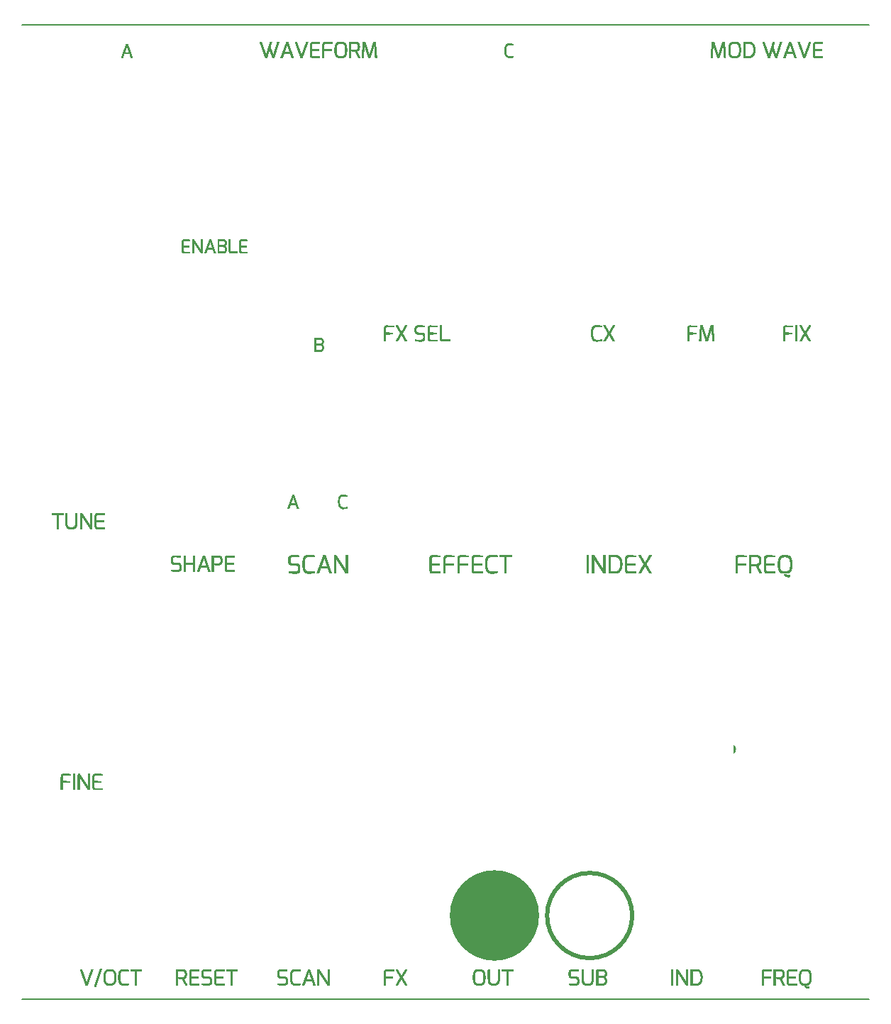
<source format=gto>
G04 DipTrace 3.3.0.0*
G04 orgone_3_PCBPANEL.GTO*
%MOIN*%
G04 #@! TF.FileFunction,Legend,Top*
G04 #@! TF.Part,Single*
%ADD12C,0.001*%
%ADD18C,0.007*%
%ADD19O,0.418749X0.425*%
%ADD20C,0.02*%
%FSLAX26Y26*%
G04*
G70*
G90*
G75*
G01*
G04 TopSilk*
%LPD*%
X401526Y5236046D2*
D18*
X4382114D1*
X401526Y661047D2*
X4382114D1*
G36*
X3746314Y1814497D2*
Y1856285D1*
X3751186Y1818438D1*
D1*
X3746314Y1814497D1*
G37*
G36*
X3751186Y1818438D2*
X3746314Y1856285D1*
X3751186Y1849693D1*
D1*
Y1818438D1*
G37*
G36*
D2*
Y1849693D1*
X3754390Y1822954D1*
D1*
X3751186Y1818438D1*
G37*
G36*
X3754390Y1822954D2*
X3751186Y1849693D1*
X3754390Y1845358D1*
D1*
Y1822954D1*
G37*
G36*
D2*
Y1845358D1*
X3754400Y1822971D1*
D1*
G37*
G36*
D2*
X3754390Y1845358D1*
X3754400Y1845344D1*
D1*
Y1822971D1*
G37*
G36*
D2*
Y1845344D1*
X3754518Y1823176D1*
D1*
X3754400Y1822971D1*
G37*
G36*
X3754518Y1823176D2*
X3754400Y1845344D1*
X3754518Y1845185D1*
D1*
Y1823176D1*
G37*
G36*
D2*
Y1845185D1*
X3754741Y1823564D1*
D1*
X3754518Y1823176D1*
G37*
G36*
X3754741Y1823564D2*
X3754518Y1845185D1*
X3754741Y1844455D1*
D1*
Y1823564D1*
G37*
G36*
D2*
Y1844455D1*
X3754798Y1823661D1*
D1*
G37*
G36*
D2*
X3754741Y1844455D1*
X3754798Y1844270D1*
D1*
Y1823661D1*
G37*
G36*
D2*
Y1844270D1*
X3754806Y1823677D1*
D1*
G37*
G36*
D2*
X3754798Y1844270D1*
X3754806Y1844243D1*
D1*
Y1823677D1*
G37*
G36*
D2*
Y1844243D1*
X3756552Y1827655D1*
D1*
X3754806Y1823677D1*
G37*
G36*
X3756552Y1827655D2*
X3754806Y1844243D1*
X3756552Y1838538D1*
D1*
Y1827655D1*
G37*
G36*
D2*
Y1838538D1*
X3757222Y1836349D1*
D1*
X3756552Y1827655D1*
G37*
G36*
X3325815Y2999598D2*
X3323778Y3010770D1*
X3325815Y3025169D1*
D1*
Y2999598D1*
G37*
D19*
X2622141Y1052507D3*
X2869016D2*
D20*
G02X2869016Y1052507I200000J0D01*
G01*
X2538766Y800507D2*
D12*
X2557766D1*
X2590766D2*
X2596766D1*
X2637766D2*
X2643766D1*
X2655766D2*
X2706766D1*
X2535660Y799507D2*
X2560686D1*
X2590305D2*
X2596766D1*
X2637766D2*
X2643766D1*
X2655766D2*
X2706766D1*
X2533075Y798507D2*
X2563217D1*
X2590018D2*
X2596766D1*
X2637766D2*
X2643766D1*
X2655766D2*
X2706766D1*
X2531024Y797507D2*
X2565306D1*
X2589872D2*
X2596766D1*
X2637766D2*
X2643766D1*
X2655766D2*
X2706766D1*
X2529413Y796507D2*
X2566902D1*
X2589808D2*
X2596766D1*
X2637766D2*
X2643766D1*
X2655766D2*
X2706766D1*
X2528200Y795507D2*
X2568052D1*
X2589782D2*
X2596766D1*
X2637766D2*
X2643766D1*
X2655766D2*
X2706766D1*
X2527285Y794507D2*
X2568975D1*
X2589772D2*
X2596766D1*
X2637766D2*
X2643766D1*
X2655766D2*
X2706766D1*
X2526509Y793507D2*
X2542360D1*
X2554173D2*
X2569843D1*
X2589768D2*
X2596766D1*
X2637766D2*
X2643766D1*
X2655766D2*
X2706766D1*
X2525789Y792507D2*
X2538644D1*
X2557888D2*
X2570649D1*
X2589767D2*
X2596766D1*
X2637766D2*
X2643766D1*
X2677766D2*
X2683766D1*
X2525146Y791507D2*
X2535810D1*
X2560723D2*
X2571343D1*
X2589767D2*
X2596766D1*
X2637766D2*
X2643766D1*
X2677766D2*
X2683766D1*
X2524573Y790507D2*
X2533764D1*
X2562769D2*
X2571942D1*
X2589766D2*
X2596766D1*
X2637766D2*
X2643766D1*
X2677766D2*
X2683766D1*
X2524042Y789507D2*
X2532347D1*
X2564186D2*
X2572484D1*
X2589766D2*
X2596766D1*
X2637766D2*
X2643766D1*
X2677766D2*
X2683766D1*
X2523560Y788507D2*
X2531375D1*
X2565158D2*
X2572970D1*
X2589766D2*
X2596766D1*
X2637766D2*
X2643766D1*
X2677766D2*
X2683766D1*
X2523150Y787507D2*
X2530660D1*
X2565872D2*
X2573382D1*
X2589766D2*
X2596766D1*
X2637766D2*
X2643766D1*
X2677766D2*
X2683766D1*
X2522796Y786507D2*
X2530070D1*
X2566459D2*
X2573736D1*
X2589766D2*
X2596766D1*
X2637766D2*
X2643766D1*
X2677766D2*
X2683766D1*
X2522439Y785507D2*
X2529536D1*
X2566961D2*
X2574090D1*
X2589766D2*
X2596766D1*
X2637766D2*
X2643766D1*
X2677766D2*
X2683766D1*
X2522097Y784507D2*
X2529027D1*
X2567379D2*
X2574396D1*
X2589766D2*
X2596766D1*
X2637766D2*
X2643766D1*
X2677766D2*
X2683766D1*
X2521775Y783507D2*
X2528558D1*
X2567735D2*
X2574595D1*
X2589766D2*
X2596766D1*
X2637766D2*
X2643766D1*
X2677766D2*
X2683766D1*
X2521435Y782507D2*
X2528187D1*
X2568089D2*
X2574731D1*
X2589766D2*
X2596766D1*
X2637766D2*
X2643766D1*
X2677766D2*
X2683766D1*
X2521133Y781507D2*
X2527958D1*
X2568396D2*
X2574903D1*
X2589766D2*
X2596766D1*
X2637766D2*
X2643766D1*
X2677766D2*
X2683766D1*
X2520941Y780507D2*
X2527810D1*
X2568591D2*
X2575161D1*
X2589766D2*
X2596766D1*
X2637766D2*
X2643766D1*
X2677766D2*
X2683766D1*
X2520841Y779507D2*
X2527632D1*
X2568692D2*
X2575425D1*
X2589766D2*
X2596766D1*
X2637766D2*
X2643766D1*
X2677766D2*
X2683766D1*
X2520792Y778507D2*
X2527372D1*
X2568741D2*
X2575602D1*
X2589766D2*
X2596766D1*
X2637766D2*
X2643766D1*
X2677766D2*
X2683766D1*
X2520738Y777507D2*
X2527108D1*
X2568794D2*
X2575695D1*
X2589766D2*
X2596766D1*
X2637766D2*
X2643766D1*
X2677766D2*
X2683766D1*
X2520604Y776507D2*
X2526931D1*
X2568929D2*
X2575738D1*
X2589766D2*
X2596766D1*
X2637766D2*
X2643766D1*
X2677766D2*
X2683766D1*
X2520362Y775507D2*
X2526837D1*
X2569171D2*
X2575756D1*
X2589766D2*
X2596766D1*
X2637766D2*
X2643766D1*
X2677766D2*
X2683766D1*
X2520104Y774507D2*
X2526795D1*
X2569428D2*
X2575767D1*
X2589766D2*
X2596766D1*
X2637766D2*
X2643766D1*
X2677766D2*
X2683766D1*
X2519930Y773507D2*
X2526777D1*
X2569603D2*
X2575804D1*
X2589766D2*
X2596766D1*
X2637766D2*
X2643766D1*
X2677766D2*
X2683766D1*
X2519837Y772507D2*
X2526770D1*
X2569696D2*
X2575932D1*
X2589766D2*
X2596766D1*
X2637766D2*
X2643766D1*
X2677766D2*
X2683766D1*
X2519794Y771507D2*
X2526768D1*
X2569738D2*
X2576172D1*
X2589766D2*
X2596766D1*
X2637766D2*
X2643766D1*
X2677766D2*
X2683766D1*
X2519777Y770507D2*
X2526767D1*
X2569756D2*
X2576429D1*
X2589766D2*
X2596766D1*
X2637766D2*
X2643766D1*
X2677766D2*
X2683766D1*
X2519770Y769507D2*
X2526767D1*
X2569763D2*
X2576603D1*
X2589766D2*
X2596766D1*
X2637766D2*
X2643766D1*
X2677766D2*
X2683766D1*
X2519768Y768507D2*
X2526766D1*
X2569765D2*
X2576696D1*
X2589766D2*
X2596766D1*
X2637766D2*
X2643766D1*
X2677766D2*
X2683766D1*
X2519767Y767507D2*
X2526766D1*
X2569766D2*
X2576738D1*
X2589766D2*
X2596766D1*
X2637766D2*
X2643766D1*
X2677766D2*
X2683766D1*
X2519767Y766507D2*
X2526766D1*
X2569766D2*
X2576756D1*
X2589766D2*
X2596766D1*
X2637766D2*
X2643766D1*
X2677766D2*
X2683766D1*
X2519766Y765507D2*
X2526766D1*
X2569766D2*
X2576763D1*
X2589766D2*
X2596766D1*
X2637766D2*
X2643766D1*
X2677766D2*
X2683766D1*
X2519766Y764507D2*
X2526766D1*
X2569766D2*
X2576765D1*
X2589766D2*
X2596766D1*
X2637766D2*
X2643766D1*
X2677766D2*
X2683766D1*
X2519766Y763507D2*
X2526766D1*
X2569766D2*
X2576766D1*
X2589766D2*
X2596766D1*
X2637766D2*
X2643766D1*
X2677766D2*
X2683766D1*
X2519766Y762507D2*
X2526766D1*
X2569766D2*
X2576766D1*
X2589766D2*
X2596766D1*
X2637766D2*
X2643766D1*
X2677766D2*
X2683766D1*
X2519766Y761507D2*
X2526766D1*
X2569766D2*
X2576766D1*
X2589766D2*
X2596766D1*
X2637766D2*
X2643766D1*
X2677766D2*
X2683766D1*
X2519766Y760507D2*
X2526766D1*
X2569766D2*
X2576766D1*
X2589766D2*
X2596766D1*
X2637766D2*
X2643766D1*
X2677766D2*
X2683766D1*
X2519766Y759507D2*
X2526766D1*
X2569766D2*
X2576766D1*
X2589766D2*
X2596766D1*
X2637762D2*
X2643766D1*
X2677766D2*
X2683766D1*
X2519766Y758507D2*
X2526766D1*
X2569766D2*
X2576766D1*
X2589766D2*
X2596766D1*
X2637727D2*
X2643766D1*
X2677766D2*
X2683766D1*
X2519766Y757507D2*
X2526766D1*
X2569766D2*
X2576762D1*
X2589770D2*
X2596766D1*
X2637600D2*
X2643766D1*
X2677766D2*
X2683766D1*
X2519766Y756507D2*
X2526766D1*
X2569766D2*
X2576727D1*
X2589805D2*
X2596766D1*
X2637360D2*
X2643766D1*
X2677766D2*
X2683766D1*
X2519766Y755507D2*
X2526766D1*
X2569766D2*
X2576600D1*
X2589933D2*
X2596766D1*
X2637104D2*
X2643766D1*
X2677766D2*
X2683766D1*
X2519766Y754507D2*
X2526766D1*
X2569762D2*
X2576360D1*
X2590172D2*
X2596766D1*
X2636930D2*
X2643766D1*
X2677766D2*
X2683766D1*
X2519770Y753507D2*
X2526766D1*
X2569727D2*
X2576104D1*
X2590429D2*
X2596770D1*
X2636837D2*
X2643766D1*
X2677766D2*
X2683766D1*
X2519805Y752507D2*
X2526766D1*
X2569600D2*
X2575930D1*
X2590603D2*
X2596805D1*
X2636794D2*
X2643766D1*
X2677766D2*
X2683766D1*
X2519933Y751507D2*
X2526766D1*
X2569360D2*
X2575837D1*
X2590696D2*
X2596933D1*
X2636777D2*
X2643766D1*
X2677766D2*
X2683766D1*
X2520172Y750507D2*
X2526770D1*
X2569104D2*
X2575794D1*
X2590738D2*
X2597172D1*
X2636770D2*
X2643762D1*
X2677766D2*
X2683766D1*
X2520429Y749507D2*
X2526805D1*
X2568930D2*
X2575773D1*
X2590756D2*
X2597429D1*
X2636764D2*
X2643727D1*
X2677766D2*
X2683766D1*
X2520603Y748507D2*
X2526933D1*
X2568833D2*
X2575731D1*
X2590763D2*
X2597603D1*
X2636728D2*
X2643600D1*
X2677766D2*
X2683766D1*
X2520700Y747507D2*
X2527172D1*
X2568755D2*
X2575601D1*
X2590769D2*
X2597700D1*
X2636600D2*
X2643360D1*
X2677766D2*
X2683766D1*
X2520777Y746507D2*
X2527433D1*
X2568610D2*
X2575361D1*
X2590805D2*
X2597777D1*
X2636357D2*
X2643104D1*
X2677766D2*
X2683766D1*
X2520922Y745507D2*
X2527642D1*
X2568360D2*
X2575100D1*
X2590933D2*
X2597922D1*
X2636065D2*
X2642926D1*
X2677766D2*
X2683766D1*
X2521169Y744507D2*
X2527866D1*
X2568066D2*
X2574891D1*
X2591172D2*
X2598173D1*
X2635763D2*
X2642798D1*
X2677766D2*
X2683766D1*
X2521431Y743507D2*
X2528183D1*
X2567760D2*
X2574670D1*
X2591433D2*
X2598467D1*
X2635427D2*
X2642628D1*
X2677766D2*
X2683766D1*
X2521642Y742507D2*
X2528589D1*
X2567392D2*
X2574385D1*
X2591642D2*
X2598773D1*
X2635089D2*
X2642367D1*
X2677766D2*
X2683766D1*
X2521866Y741507D2*
X2529048D1*
X2566962D2*
X2574075D1*
X2591862D2*
X2599141D1*
X2634735D2*
X2642069D1*
X2677766D2*
X2683766D1*
X2522183Y740507D2*
X2529567D1*
X2566487D2*
X2573767D1*
X2592148D2*
X2599571D1*
X2634264D2*
X2641764D1*
X2677766D2*
X2683766D1*
X2522589Y739507D2*
X2530190D1*
X2565930D2*
X2573428D1*
X2592457D2*
X2600042D1*
X2633684D2*
X2641427D1*
X2677766D2*
X2683766D1*
X2523045Y738507D2*
X2530967D1*
X2565173D2*
X2573090D1*
X2592770D2*
X2600568D1*
X2633065D2*
X2641089D1*
X2677766D2*
X2683766D1*
X2523527Y737507D2*
X2531904D1*
X2564109D2*
X2572735D1*
X2593140D2*
X2601240D1*
X2632342D2*
X2640735D1*
X2677766D2*
X2683766D1*
X2524024Y736507D2*
X2533137D1*
X2562683D2*
X2572264D1*
X2593571D2*
X2602258D1*
X2631336D2*
X2640264D1*
X2677766D2*
X2683766D1*
X2524553Y735507D2*
X2535022D1*
X2560654D2*
X2571684D1*
X2594042D2*
X2603883D1*
X2629866D2*
X2639684D1*
X2677766D2*
X2683766D1*
X2525148Y734507D2*
X2537883D1*
X2557713D2*
X2571069D1*
X2594564D2*
X2606299D1*
X2627848D2*
X2639069D1*
X2677766D2*
X2683766D1*
X2525799Y733507D2*
X2541627D1*
X2553929D2*
X2570385D1*
X2595189D2*
X2609386D1*
X2625399D2*
X2638388D1*
X2677766D2*
X2683766D1*
X2526482Y732507D2*
X2569549D1*
X2595963D2*
X2637588D1*
X2677766D2*
X2683766D1*
X2527311Y731507D2*
X2568516D1*
X2596853D2*
X2636687D1*
X2677766D2*
X2683766D1*
X2528433Y730507D2*
X2567245D1*
X2597846D2*
X2635690D1*
X2677766D2*
X2683766D1*
X2529922Y729507D2*
X2565674D1*
X2599054D2*
X2634476D1*
X2677766D2*
X2683766D1*
X2531857Y728507D2*
X2563701D1*
X2600847D2*
X2632644D1*
X2677766D2*
X2683766D1*
X2534215Y727507D2*
X2561327D1*
X2603836D2*
X2629501D1*
X2677766D2*
X2683766D1*
X2536766Y726507D2*
X2558766D1*
X2608354D2*
X2624640D1*
X2677766D2*
X2683766D1*
X2613766Y725507D2*
X2618766D1*
X2981766Y800507D2*
X3000766D1*
X3031766D2*
X3037766D1*
X3078766D2*
X3084766D1*
X3100766D2*
X3131766D1*
X2979347Y799507D2*
X3007891D1*
X3031305D2*
X3037766D1*
X3078766D2*
X3084766D1*
X3100305D2*
X3134835D1*
X2977231Y798507D2*
X3014766D1*
X3031018D2*
X3037766D1*
X3078766D2*
X3084766D1*
X3100018D2*
X3137292D1*
X2975527Y797507D2*
X3014766D1*
X3030872D2*
X3037766D1*
X3078766D2*
X3084766D1*
X3099872D2*
X3139107D1*
X2974252Y796507D2*
X3014766D1*
X3030808D2*
X3037766D1*
X3078766D2*
X3084766D1*
X3099808D2*
X3140496D1*
X2973306Y795507D2*
X3014766D1*
X3030782D2*
X3037766D1*
X3078766D2*
X3084766D1*
X3099782D2*
X3141659D1*
X2972521Y794507D2*
X3014766D1*
X3030772D2*
X3037766D1*
X3078766D2*
X3084766D1*
X3099772D2*
X3142690D1*
X2971831Y793507D2*
X2984009D1*
X2995766D2*
X3014766D1*
X3030768D2*
X3037766D1*
X3078766D2*
X3084766D1*
X3099768D2*
X3143583D1*
X2971314Y792507D2*
X2981626D1*
X3030767D2*
X3037766D1*
X3078766D2*
X3084766D1*
X3099767D2*
X3106766D1*
X3133721D2*
X3144317D1*
X2970979Y791507D2*
X2979829D1*
X3030767D2*
X3037766D1*
X3078766D2*
X3084766D1*
X3099767D2*
X3106766D1*
X3135518D2*
X3144932D1*
X2970705Y790507D2*
X2978608D1*
X3030766D2*
X3037766D1*
X3078766D2*
X3084766D1*
X3099766D2*
X3106766D1*
X3136981D2*
X3145480D1*
X2970401Y789507D2*
X2977797D1*
X3030766D2*
X3037766D1*
X3078766D2*
X3084766D1*
X3099766D2*
X3106766D1*
X3138043D2*
X3145965D1*
X2970119Y788507D2*
X2977279D1*
X3030766D2*
X3037766D1*
X3078766D2*
X3084766D1*
X3099766D2*
X3106766D1*
X3138819D2*
X3146342D1*
X2969935Y787507D2*
X2976996D1*
X3030766D2*
X3037766D1*
X3078766D2*
X3084766D1*
X3099766D2*
X3106766D1*
X3139436D2*
X3146573D1*
X2969839Y786507D2*
X2976861D1*
X3030766D2*
X3037766D1*
X3078766D2*
X3084766D1*
X3099766D2*
X3106766D1*
X3139949D2*
X3146723D1*
X2969795Y785507D2*
X2976803D1*
X3030766D2*
X3037766D1*
X3078766D2*
X3084766D1*
X3099766D2*
X3106766D1*
X3140336D2*
X3146900D1*
X2969777Y784507D2*
X2976780D1*
X3030766D2*
X3037766D1*
X3078766D2*
X3084766D1*
X3099766D2*
X3106766D1*
X3140568D2*
X3147160D1*
X2969770Y783507D2*
X2976771D1*
X3030766D2*
X3037766D1*
X3078766D2*
X3084766D1*
X3099766D2*
X3106766D1*
X3140683D2*
X3147425D1*
X2969768Y782507D2*
X2976768D1*
X3030766D2*
X3037766D1*
X3078766D2*
X3084766D1*
X3099766D2*
X3106766D1*
X3140734D2*
X3147602D1*
X2969767Y781507D2*
X2976767D1*
X3030766D2*
X3037766D1*
X3078766D2*
X3084766D1*
X3099766D2*
X3106766D1*
X3140754D2*
X3147695D1*
X2969767Y780507D2*
X2976767D1*
X3030766D2*
X3037766D1*
X3078766D2*
X3084766D1*
X3099766D2*
X3106766D1*
X3140758D2*
X3147734D1*
X2969766Y779507D2*
X2976766D1*
X3030766D2*
X3037766D1*
X3078766D2*
X3084766D1*
X3099766D2*
X3106766D1*
X3140726D2*
X3147717D1*
X2969766Y778507D2*
X2976766D1*
X3030766D2*
X3037766D1*
X3078766D2*
X3084766D1*
X3099766D2*
X3106766D1*
X3140599D2*
X3147596D1*
X2969766Y777507D2*
X2976766D1*
X3030766D2*
X3037766D1*
X3078766D2*
X3084766D1*
X3099766D2*
X3106766D1*
X3140356D2*
X3147359D1*
X2969766Y776507D2*
X2976766D1*
X3030766D2*
X3037766D1*
X3078766D2*
X3084766D1*
X3099766D2*
X3106766D1*
X3140065D2*
X3147100D1*
X2969766Y775507D2*
X2976766D1*
X3030766D2*
X3037766D1*
X3078766D2*
X3084766D1*
X3099766D2*
X3106766D1*
X3139759D2*
X3146890D1*
X2969766Y774507D2*
X2976766D1*
X3030766D2*
X3037766D1*
X3078766D2*
X3084766D1*
X3099766D2*
X3106766D1*
X3139384D2*
X3146666D1*
X2969770Y773507D2*
X2976770D1*
X3030766D2*
X3037766D1*
X3078766D2*
X3084766D1*
X3099766D2*
X3106766D1*
X3138880D2*
X3146349D1*
X2969805Y772507D2*
X2976809D1*
X3030766D2*
X3037766D1*
X3078766D2*
X3084766D1*
X3099766D2*
X3106766D1*
X3138115D2*
X3145944D1*
X2969933Y771507D2*
X2976976D1*
X3030766D2*
X3037766D1*
X3078766D2*
X3084766D1*
X3099766D2*
X3106766D1*
X3136947D2*
X3145484D1*
X2970176Y770507D2*
X2977288D1*
X3030766D2*
X3037766D1*
X3078766D2*
X3084766D1*
X3099766D2*
X3106766D1*
X3135405D2*
X3144966D1*
X2970468Y769507D2*
X2978189D1*
X3030766D2*
X3037766D1*
X3078766D2*
X3084766D1*
X3099766D2*
X3106766D1*
X3133629D2*
X3144339D1*
X2970774Y768507D2*
X2979711D1*
X3030766D2*
X3037766D1*
X3078766D2*
X3084766D1*
X3099766D2*
X3143531D1*
X2971145Y767507D2*
X2982256D1*
X3030766D2*
X3037766D1*
X3078766D2*
X3084766D1*
X3099766D2*
X3142516D1*
X2971610Y766507D2*
X2985786D1*
X3030766D2*
X3037766D1*
X3078766D2*
X3084766D1*
X3099766D2*
X3141319D1*
X2972208Y765507D2*
X3007766D1*
X3030766D2*
X3037766D1*
X3078766D2*
X3084766D1*
X3099766D2*
X3140042D1*
X2972974Y764507D2*
X3009570D1*
X3030766D2*
X3037766D1*
X3078766D2*
X3084766D1*
X3099766D2*
X3138766D1*
X2973899Y763507D2*
X3011151D1*
X3030766D2*
X3037766D1*
X3078766D2*
X3084766D1*
X3099766D2*
X3140228D1*
X2975051Y762507D2*
X3012451D1*
X3030766D2*
X3037766D1*
X3078766D2*
X3084766D1*
X3099766D2*
X3141515D1*
X2976587Y761507D2*
X3013482D1*
X3030766D2*
X3037766D1*
X3078766D2*
X3084766D1*
X3099766D2*
X3142657D1*
X2978560Y760507D2*
X3014273D1*
X3030766D2*
X3037766D1*
X3078766D2*
X3084766D1*
X3099766D2*
X3106766D1*
X3133570D2*
X3143686D1*
X2980766Y759507D2*
X3014882D1*
X3030766D2*
X3037766D1*
X3078762D2*
X3084766D1*
X3099766D2*
X3106766D1*
X3135151D2*
X3144581D1*
X3004335Y758507D2*
X3015348D1*
X3030766D2*
X3037766D1*
X3078727D2*
X3084766D1*
X3099766D2*
X3106766D1*
X3136451D2*
X3145312D1*
X3006373Y757507D2*
X3015724D1*
X3030770D2*
X3037766D1*
X3078600D2*
X3084766D1*
X3099766D2*
X3106766D1*
X3137482D2*
X3145893D1*
X3007764Y756507D2*
X3016085D1*
X3030805D2*
X3037766D1*
X3078360D2*
X3084766D1*
X3099766D2*
X3106766D1*
X3138277D2*
X3146317D1*
X3008670Y755507D2*
X3016395D1*
X3030933D2*
X3037766D1*
X3078104D2*
X3084766D1*
X3099766D2*
X3106766D1*
X3138917D2*
X3146598D1*
X3009265Y754507D2*
X3016591D1*
X3031172D2*
X3037766D1*
X3077930D2*
X3084766D1*
X3099766D2*
X3106766D1*
X3139475D2*
X3146846D1*
X3009693Y753507D2*
X3016692D1*
X3031429D2*
X3037770D1*
X3077837D2*
X3084766D1*
X3099766D2*
X3106766D1*
X3139963D2*
X3147139D1*
X3010074Y752507D2*
X3016737D1*
X3031603D2*
X3037805D1*
X3077794D2*
X3084766D1*
X3099766D2*
X3106766D1*
X3140342D2*
X3147416D1*
X3010391Y751507D2*
X3016755D1*
X3031696D2*
X3037933D1*
X3077777D2*
X3084766D1*
X3099766D2*
X3106766D1*
X3140569D2*
X3147599D1*
X3010590Y750507D2*
X3016762D1*
X3031738D2*
X3038172D1*
X3077770D2*
X3084762D1*
X3099766D2*
X3106766D1*
X3140683D2*
X3147694D1*
X3010691Y749507D2*
X3016765D1*
X3031756D2*
X3038429D1*
X3077764D2*
X3084727D1*
X3099766D2*
X3106766D1*
X3140734D2*
X3147738D1*
X3010737Y748507D2*
X3016766D1*
X3031763D2*
X3038603D1*
X3077728D2*
X3084600D1*
X3099766D2*
X3106766D1*
X3140754D2*
X3147756D1*
X3010755Y747507D2*
X3016766D1*
X3031769D2*
X3038700D1*
X3077600D2*
X3084360D1*
X3099766D2*
X3106766D1*
X3140762D2*
X3147763D1*
X3010762Y746507D2*
X3016766D1*
X3031805D2*
X3038777D1*
X3077357D2*
X3084104D1*
X3099766D2*
X3106766D1*
X3140765D2*
X3147765D1*
X3010765Y745507D2*
X3016766D1*
X3031933D2*
X3038922D1*
X3077065D2*
X3083926D1*
X3099766D2*
X3106766D1*
X3140766D2*
X3147766D1*
X3010766Y744507D2*
X3016766D1*
X3032172D2*
X3039173D1*
X3076763D2*
X3083798D1*
X3099766D2*
X3106766D1*
X3140762D2*
X3147766D1*
X3010762Y743507D2*
X3016766D1*
X3032433D2*
X3039467D1*
X3076427D2*
X3083628D1*
X3099766D2*
X3106766D1*
X3140727D2*
X3147762D1*
X3010727Y742507D2*
X3016766D1*
X3032642D2*
X3039773D1*
X3076089D2*
X3083367D1*
X3099766D2*
X3106766D1*
X3140600D2*
X3147727D1*
X3010600Y741507D2*
X3016766D1*
X3032862D2*
X3040141D1*
X3075735D2*
X3083069D1*
X3099766D2*
X3106766D1*
X3140356D2*
X3147600D1*
X3010356Y740507D2*
X3016766D1*
X3033148D2*
X3040571D1*
X3075264D2*
X3082764D1*
X3099766D2*
X3106766D1*
X3140061D2*
X3147356D1*
X3010061Y739507D2*
X3016766D1*
X3033457D2*
X3041042D1*
X3074684D2*
X3082427D1*
X3099766D2*
X3106766D1*
X3139720D2*
X3147065D1*
X3009720Y738507D2*
X3016762D1*
X3033770D2*
X3041568D1*
X3074065D2*
X3082089D1*
X3099766D2*
X3106766D1*
X3139217D2*
X3146759D1*
X3009214Y737507D2*
X3016727D1*
X3034140D2*
X3042240D1*
X3073342D2*
X3081735D1*
X3099766D2*
X3106766D1*
X3138474D2*
X3146392D1*
X3008431Y736507D2*
X3016596D1*
X3034571D2*
X3043258D1*
X3072336D2*
X3081264D1*
X3099766D2*
X3106766D1*
X3137453D2*
X3145962D1*
X3007244Y735507D2*
X3016321D1*
X3035042D2*
X3044883D1*
X3070866D2*
X3080684D1*
X3099766D2*
X3106766D1*
X3136114D2*
X3145491D1*
X3005503Y734507D2*
X3015934D1*
X3035564D2*
X3047299D1*
X3068848D2*
X3080069D1*
X3099766D2*
X3106766D1*
X3134501D2*
X3144969D1*
X2971766Y733507D2*
X2974766D1*
X3003250D2*
X3015481D1*
X3036189D2*
X3050386D1*
X3066399D2*
X3079388D1*
X3099766D2*
X3144343D1*
X2971766Y732507D2*
X3014961D1*
X3036963D2*
X3078588D1*
X3099766D2*
X3143570D1*
X2971770Y731507D2*
X3014303D1*
X3037853D2*
X3077687D1*
X3099766D2*
X3142676D1*
X2971837Y730507D2*
X3013395D1*
X3038846D2*
X3076690D1*
X3099766D2*
X3141648D1*
X2972012Y729507D2*
X3012188D1*
X3040054D2*
X3075476D1*
X3099766D2*
X3140336D1*
X2973276Y728507D2*
X3010611D1*
X3041847D2*
X3073644D1*
X3099766D2*
X3138539D1*
X2977555Y727507D2*
X3008497D1*
X3044836D2*
X3070501D1*
X3099766D2*
X3136263D1*
X2983666Y726507D2*
X3005786D1*
X3049354D2*
X3065640D1*
X3099766D2*
X3133766D1*
X2990766Y725507D2*
X3002766D1*
X3054766D2*
X3059766D1*
X2602517Y2747507D2*
X2609517D1*
X2327517Y2746507D2*
X2332517D1*
X2393517D2*
X2398517D1*
X2459517D2*
X2464517D1*
X2525517D2*
X2530517D1*
X2598329D2*
X2621517D1*
X2644517D2*
X2702517D1*
X2324978Y2745507D2*
X2352517D1*
X2390978D2*
X2418517D1*
X2456978D2*
X2484517D1*
X2522978D2*
X2550517D1*
X2594886D2*
X2627580D1*
X2644517D2*
X2702517D1*
X2322872Y2744507D2*
X2366517D1*
X2388872D2*
X2432517D1*
X2454872D2*
X2498517D1*
X2520872D2*
X2564517D1*
X2592154D2*
X2633517D1*
X2644517D2*
X2702517D1*
X2321212Y2743507D2*
X2366517D1*
X2387212D2*
X2432517D1*
X2453212D2*
X2498517D1*
X2519212D2*
X2564517D1*
X2589965D2*
X2633517D1*
X2644517D2*
X2702517D1*
X2319975Y2742507D2*
X2366517D1*
X2385975D2*
X2432517D1*
X2451975D2*
X2498517D1*
X2517975D2*
X2564517D1*
X2588226D2*
X2633517D1*
X2644517D2*
X2702517D1*
X2319079Y2741507D2*
X2366517D1*
X2385079D2*
X2432517D1*
X2451079D2*
X2498517D1*
X2517079D2*
X2564517D1*
X2586866D2*
X2633517D1*
X2644517D2*
X2702517D1*
X2318394Y2740507D2*
X2366517D1*
X2384394D2*
X2432517D1*
X2450394D2*
X2498517D1*
X2516394D2*
X2564517D1*
X2585809D2*
X2633517D1*
X2644517D2*
X2702517D1*
X2317819Y2739507D2*
X2366517D1*
X2383819D2*
X2432517D1*
X2449819D2*
X2498517D1*
X2515819D2*
X2564517D1*
X2584975D2*
X2633517D1*
X2644517D2*
X2702517D1*
X2317324Y2738507D2*
X2366517D1*
X2383324D2*
X2432517D1*
X2449324D2*
X2498517D1*
X2515324D2*
X2564517D1*
X2584236D2*
X2599952D1*
X2620517D2*
X2633517D1*
X2644517D2*
X2702517D1*
X2316943Y2737507D2*
X2327752D1*
X2382943D2*
X2393752D1*
X2448943D2*
X2459752D1*
X2514943D2*
X2525752D1*
X2583530D2*
X2596950D1*
X2669517D2*
X2676517D1*
X2316715Y2736507D2*
X2326299D1*
X2382715D2*
X2392299D1*
X2448715D2*
X2458299D1*
X2514715D2*
X2524299D1*
X2582898D2*
X2594686D1*
X2669517D2*
X2676517D1*
X2316600Y2735507D2*
X2325243D1*
X2382600D2*
X2391243D1*
X2448600D2*
X2457243D1*
X2514600D2*
X2523243D1*
X2582358D2*
X2593028D1*
X2669517D2*
X2676517D1*
X2316550Y2734507D2*
X2324503D1*
X2382550D2*
X2390503D1*
X2448550D2*
X2456503D1*
X2514550D2*
X2522503D1*
X2581920D2*
X2591759D1*
X2669517D2*
X2676517D1*
X2316529Y2733507D2*
X2324013D1*
X2382529D2*
X2390013D1*
X2448529D2*
X2456013D1*
X2514529D2*
X2522013D1*
X2581554D2*
X2590764D1*
X2669517D2*
X2676517D1*
X2316521Y2732507D2*
X2323741D1*
X2382521D2*
X2389741D1*
X2448521D2*
X2455741D1*
X2514521D2*
X2521741D1*
X2581193D2*
X2589990D1*
X2669517D2*
X2676517D1*
X2316519Y2731507D2*
X2323609D1*
X2382519D2*
X2389609D1*
X2448519D2*
X2455609D1*
X2514519D2*
X2521609D1*
X2580849D2*
X2589359D1*
X2669517D2*
X2676517D1*
X2316518Y2730507D2*
X2323553D1*
X2382518D2*
X2389553D1*
X2448518D2*
X2455553D1*
X2514518D2*
X2521553D1*
X2580526D2*
X2588806D1*
X2669517D2*
X2676517D1*
X2316517Y2729507D2*
X2323530D1*
X2382517D2*
X2389530D1*
X2448517D2*
X2455530D1*
X2514517D2*
X2521530D1*
X2580186D2*
X2588316D1*
X2669517D2*
X2676517D1*
X2316517Y2728507D2*
X2323522D1*
X2382517D2*
X2389522D1*
X2448517D2*
X2455522D1*
X2514517D2*
X2521522D1*
X2579880D2*
X2587903D1*
X2669517D2*
X2676517D1*
X2316517Y2727507D2*
X2323519D1*
X2382517D2*
X2389519D1*
X2448517D2*
X2455519D1*
X2514517D2*
X2521519D1*
X2579652D2*
X2587548D1*
X2669517D2*
X2676517D1*
X2316517Y2726507D2*
X2323518D1*
X2382517D2*
X2389518D1*
X2448517D2*
X2455518D1*
X2514517D2*
X2521518D1*
X2579425D2*
X2587194D1*
X2669517D2*
X2676517D1*
X2316517Y2725507D2*
X2323517D1*
X2382517D2*
X2389517D1*
X2448517D2*
X2455517D1*
X2514517D2*
X2521517D1*
X2579140D2*
X2586887D1*
X2669517D2*
X2676517D1*
X2316517Y2724507D2*
X2323517D1*
X2382517D2*
X2389517D1*
X2448517D2*
X2455517D1*
X2514517D2*
X2521517D1*
X2578866D2*
X2586688D1*
X2669517D2*
X2676517D1*
X2316517Y2723507D2*
X2323517D1*
X2382517D2*
X2389517D1*
X2448517D2*
X2455517D1*
X2514517D2*
X2521517D1*
X2578684D2*
X2586553D1*
X2669517D2*
X2676517D1*
X2316517Y2722507D2*
X2323517D1*
X2382517D2*
X2389517D1*
X2448517D2*
X2455517D1*
X2514517D2*
X2521517D1*
X2578585D2*
X2586380D1*
X2669517D2*
X2676517D1*
X2316517Y2721507D2*
X2323517D1*
X2382517D2*
X2389517D1*
X2448517D2*
X2455517D1*
X2514517D2*
X2521517D1*
X2578506D2*
X2586122D1*
X2669517D2*
X2676517D1*
X2316517Y2720507D2*
X2323517D1*
X2382517D2*
X2389517D1*
X2448517D2*
X2455517D1*
X2514517D2*
X2521517D1*
X2578361D2*
X2585859D1*
X2669517D2*
X2676517D1*
X2316517Y2719507D2*
X2323517D1*
X2382517D2*
X2389517D1*
X2448517D2*
X2455517D1*
X2514517D2*
X2521517D1*
X2578115D2*
X2585682D1*
X2669517D2*
X2676517D1*
X2316517Y2718507D2*
X2323517D1*
X2382517D2*
X2389517D1*
X2448517D2*
X2455517D1*
X2514517D2*
X2521517D1*
X2577856D2*
X2585588D1*
X2669517D2*
X2676517D1*
X2316517Y2717507D2*
X2323517D1*
X2382517D2*
X2389517D1*
X2448517D2*
X2455517D1*
X2514517D2*
X2521517D1*
X2577681D2*
X2585545D1*
X2669517D2*
X2676517D1*
X2316517Y2716507D2*
X2323517D1*
X2382517D2*
X2389517D1*
X2448517D2*
X2455517D1*
X2514517D2*
X2521517D1*
X2577588D2*
X2585528D1*
X2669517D2*
X2676517D1*
X2316517Y2715507D2*
X2323517D1*
X2382517D2*
X2389517D1*
X2448517D2*
X2455517D1*
X2514517D2*
X2521517D1*
X2577545D2*
X2585521D1*
X2669517D2*
X2676517D1*
X2316517Y2714507D2*
X2323517D1*
X2382517D2*
X2389517D1*
X2448517D2*
X2455517D1*
X2514517D2*
X2521517D1*
X2577528D2*
X2585518D1*
X2669517D2*
X2676517D1*
X2316517Y2713507D2*
X2323517D1*
X2382517D2*
X2389517D1*
X2448517D2*
X2455517D1*
X2514517D2*
X2521517D1*
X2577521D2*
X2585517D1*
X2669517D2*
X2676517D1*
X2316517Y2712507D2*
X2323517D1*
X2382517D2*
X2389517D1*
X2448517D2*
X2455517D1*
X2514517D2*
X2521517D1*
X2577518D2*
X2585517D1*
X2669517D2*
X2676517D1*
X2316517Y2711507D2*
X2323517D1*
X2382517D2*
X2389517D1*
X2448517D2*
X2455517D1*
X2514517D2*
X2521517D1*
X2577517D2*
X2585517D1*
X2669517D2*
X2676517D1*
X2316517Y2710507D2*
X2323517D1*
X2382517D2*
X2389517D1*
X2448517D2*
X2455517D1*
X2514517D2*
X2521517D1*
X2577517D2*
X2585517D1*
X2669517D2*
X2676517D1*
X2316517Y2709507D2*
X2323517D1*
X2382517D2*
X2389517D1*
X2448517D2*
X2455517D1*
X2514517D2*
X2521517D1*
X2577517D2*
X2585517D1*
X2669517D2*
X2676517D1*
X2316517Y2708507D2*
X2323517D1*
X2382517D2*
X2389517D1*
X2448517D2*
X2455517D1*
X2514517D2*
X2521517D1*
X2577517D2*
X2585517D1*
X2669517D2*
X2676517D1*
X2316517Y2707507D2*
X2341517D1*
X2382517D2*
X2407517D1*
X2448517D2*
X2473517D1*
X2514517D2*
X2539517D1*
X2577517D2*
X2585517D1*
X2669517D2*
X2676517D1*
X2316517Y2706507D2*
X2362517D1*
X2382517D2*
X2428517D1*
X2448517D2*
X2494517D1*
X2514517D2*
X2560517D1*
X2577517D2*
X2585517D1*
X2669517D2*
X2676517D1*
X2316517Y2705507D2*
X2362517D1*
X2382517D2*
X2428517D1*
X2448517D2*
X2494517D1*
X2514517D2*
X2560517D1*
X2577517D2*
X2585517D1*
X2669517D2*
X2676517D1*
X2316517Y2704507D2*
X2362517D1*
X2382517D2*
X2428517D1*
X2448517D2*
X2494517D1*
X2514517D2*
X2560517D1*
X2577517D2*
X2585517D1*
X2669517D2*
X2676517D1*
X2316517Y2703507D2*
X2362517D1*
X2382517D2*
X2428517D1*
X2448517D2*
X2494517D1*
X2514517D2*
X2560517D1*
X2577517D2*
X2585517D1*
X2669517D2*
X2676517D1*
X2316517Y2702507D2*
X2362517D1*
X2382517D2*
X2428517D1*
X2448517D2*
X2494517D1*
X2514517D2*
X2560517D1*
X2577517D2*
X2585517D1*
X2669517D2*
X2676517D1*
X2316517Y2701507D2*
X2362517D1*
X2382517D2*
X2428517D1*
X2448517D2*
X2494517D1*
X2514517D2*
X2560517D1*
X2577517D2*
X2585517D1*
X2669517D2*
X2676517D1*
X2316517Y2700507D2*
X2362517D1*
X2382517D2*
X2428517D1*
X2448517D2*
X2494517D1*
X2514517D2*
X2560517D1*
X2577517D2*
X2585517D1*
X2669517D2*
X2676517D1*
X2316517Y2699507D2*
X2347517D1*
X2382517D2*
X2413517D1*
X2448517D2*
X2479517D1*
X2514517D2*
X2545517D1*
X2577517D2*
X2585517D1*
X2669517D2*
X2676517D1*
X2316517Y2698507D2*
X2323517D1*
X2382517D2*
X2389517D1*
X2448517D2*
X2455517D1*
X2514517D2*
X2521517D1*
X2577517D2*
X2585517D1*
X2669517D2*
X2676517D1*
X2316517Y2697507D2*
X2323517D1*
X2382517D2*
X2389517D1*
X2448517D2*
X2455517D1*
X2514517D2*
X2521517D1*
X2577517D2*
X2585517D1*
X2669517D2*
X2676517D1*
X2316517Y2696507D2*
X2323517D1*
X2382517D2*
X2389517D1*
X2448517D2*
X2455517D1*
X2514517D2*
X2521517D1*
X2577517D2*
X2585517D1*
X2669517D2*
X2676517D1*
X2316517Y2695507D2*
X2323517D1*
X2382517D2*
X2389517D1*
X2448517D2*
X2455517D1*
X2514517D2*
X2521517D1*
X2577517D2*
X2585517D1*
X2669517D2*
X2676517D1*
X2316517Y2694507D2*
X2323517D1*
X2382517D2*
X2389517D1*
X2448517D2*
X2455517D1*
X2514517D2*
X2521517D1*
X2577521D2*
X2585517D1*
X2669517D2*
X2676517D1*
X2316517Y2693507D2*
X2323517D1*
X2382517D2*
X2389517D1*
X2448517D2*
X2455517D1*
X2514517D2*
X2521517D1*
X2577556D2*
X2585521D1*
X2669517D2*
X2676517D1*
X2316517Y2692507D2*
X2323517D1*
X2382517D2*
X2389517D1*
X2448517D2*
X2455517D1*
X2514517D2*
X2521517D1*
X2577684D2*
X2585556D1*
X2669517D2*
X2676517D1*
X2316517Y2691507D2*
X2323517D1*
X2382517D2*
X2389517D1*
X2448517D2*
X2455517D1*
X2514517D2*
X2521517D1*
X2577923D2*
X2585684D1*
X2669517D2*
X2676517D1*
X2316517Y2690507D2*
X2323517D1*
X2382517D2*
X2389517D1*
X2448517D2*
X2455517D1*
X2514517D2*
X2521517D1*
X2578179D2*
X2585923D1*
X2669517D2*
X2676517D1*
X2316517Y2689507D2*
X2323517D1*
X2382517D2*
X2389517D1*
X2448517D2*
X2455517D1*
X2514517D2*
X2521517D1*
X2578354D2*
X2586179D1*
X2669517D2*
X2676517D1*
X2316517Y2688507D2*
X2323517D1*
X2382517D2*
X2389517D1*
X2448517D2*
X2455517D1*
X2514517D2*
X2521517D1*
X2578451D2*
X2586358D1*
X2669517D2*
X2676517D1*
X2316517Y2687507D2*
X2323517D1*
X2382517D2*
X2389517D1*
X2448517D2*
X2455517D1*
X2514517D2*
X2521517D1*
X2578528D2*
X2586486D1*
X2669517D2*
X2676517D1*
X2316517Y2686507D2*
X2323517D1*
X2382517D2*
X2389517D1*
X2448517D2*
X2455517D1*
X2514517D2*
X2521517D1*
X2578673D2*
X2586656D1*
X2669517D2*
X2676517D1*
X2316517Y2685507D2*
X2323517D1*
X2382517D2*
X2389517D1*
X2448517D2*
X2455517D1*
X2514517D2*
X2521517D1*
X2578919D2*
X2586916D1*
X2669517D2*
X2676517D1*
X2316517Y2684507D2*
X2323517D1*
X2382517D2*
X2389517D1*
X2448517D2*
X2455517D1*
X2514517D2*
X2521517D1*
X2579182D2*
X2587215D1*
X2669517D2*
X2676517D1*
X2316517Y2683507D2*
X2323517D1*
X2382517D2*
X2389517D1*
X2448517D2*
X2455517D1*
X2514517D2*
X2521517D1*
X2579392D2*
X2587523D1*
X2669517D2*
X2676517D1*
X2316517Y2682507D2*
X2323517D1*
X2382517D2*
X2389517D1*
X2448517D2*
X2455517D1*
X2514517D2*
X2521517D1*
X2579613D2*
X2587891D1*
X2669517D2*
X2676517D1*
X2316517Y2681507D2*
X2323517D1*
X2382517D2*
X2389517D1*
X2448517D2*
X2455517D1*
X2514517D2*
X2521517D1*
X2579899D2*
X2588322D1*
X2669517D2*
X2676517D1*
X2316517Y2680507D2*
X2323517D1*
X2382517D2*
X2389517D1*
X2448517D2*
X2455517D1*
X2514517D2*
X2521517D1*
X2580208D2*
X2588788D1*
X2669517D2*
X2676517D1*
X2316517Y2679507D2*
X2323517D1*
X2382517D2*
X2389517D1*
X2448517D2*
X2455517D1*
X2514517D2*
X2521517D1*
X2580517D2*
X2589276D1*
X2669517D2*
X2676517D1*
X2316517Y2678507D2*
X2323517D1*
X2382517D2*
X2389517D1*
X2448517D2*
X2455517D1*
X2514517D2*
X2521517D1*
X2580855D2*
X2589774D1*
X2669517D2*
X2676517D1*
X2316517Y2677507D2*
X2323521D1*
X2382517D2*
X2389517D1*
X2448517D2*
X2455517D1*
X2514517D2*
X2521521D1*
X2581190D2*
X2590308D1*
X2669517D2*
X2676517D1*
X2316517Y2676507D2*
X2323556D1*
X2382517D2*
X2389517D1*
X2448517D2*
X2455517D1*
X2514517D2*
X2521556D1*
X2581514D2*
X2590937D1*
X2669517D2*
X2676517D1*
X2316517Y2675507D2*
X2323684D1*
X2382517D2*
X2389517D1*
X2448517D2*
X2455517D1*
X2514517D2*
X2521684D1*
X2581892D2*
X2591713D1*
X2669517D2*
X2676517D1*
X2316517Y2674507D2*
X2323927D1*
X2382517D2*
X2389517D1*
X2448517D2*
X2455517D1*
X2514517D2*
X2521927D1*
X2582356D2*
X2592603D1*
X2669517D2*
X2676517D1*
X2316517Y2673507D2*
X2324226D1*
X2382517D2*
X2389517D1*
X2448517D2*
X2455517D1*
X2514517D2*
X2522226D1*
X2582919D2*
X2593596D1*
X2669517D2*
X2676517D1*
X2316521Y2672507D2*
X2324606D1*
X2382517D2*
X2389517D1*
X2448517D2*
X2455517D1*
X2514521D2*
X2522606D1*
X2583554D2*
X2594781D1*
X2669517D2*
X2676517D1*
X2316556Y2671507D2*
X2325125D1*
X2382517D2*
X2389517D1*
X2448517D2*
X2455517D1*
X2514556D2*
X2523125D1*
X2584196D2*
X2596346D1*
X2669517D2*
X2676517D1*
X2316687Y2670507D2*
X2326341D1*
X2382517D2*
X2389517D1*
X2448517D2*
X2455517D1*
X2514687D2*
X2524341D1*
X2584888D2*
X2598407D1*
X2669517D2*
X2676517D1*
X2316962Y2669507D2*
X2327855D1*
X2382517D2*
X2389517D1*
X2448517D2*
X2455517D1*
X2514962D2*
X2525855D1*
X2585693D2*
X2600875D1*
X2624517D2*
X2633517D1*
X2669517D2*
X2676517D1*
X2317350Y2668507D2*
X2366517D1*
X2382517D2*
X2389517D1*
X2448517D2*
X2455517D1*
X2515350D2*
X2564517D1*
X2586592D2*
X2633517D1*
X2669517D2*
X2676517D1*
X2317803Y2667507D2*
X2366517D1*
X2382517D2*
X2389517D1*
X2448517D2*
X2455517D1*
X2515803D2*
X2564517D1*
X2587550D2*
X2633517D1*
X2669517D2*
X2676517D1*
X2318318Y2666507D2*
X2366509D1*
X2382517D2*
X2389517D1*
X2448517D2*
X2455517D1*
X2516318D2*
X2564509D1*
X2588571D2*
X2633509D1*
X2669517D2*
X2676517D1*
X2318949Y2665507D2*
X2366433D1*
X2382517D2*
X2389517D1*
X2448517D2*
X2455517D1*
X2516949D2*
X2564433D1*
X2589730D2*
X2633412D1*
X2669517D2*
X2676517D1*
X2319798Y2664507D2*
X2366251D1*
X2382517D2*
X2389517D1*
X2448517D2*
X2455517D1*
X2517798D2*
X2564251D1*
X2591146D2*
X2633165D1*
X2669517D2*
X2676517D1*
X2320993Y2663507D2*
X2365472D1*
X2382517D2*
X2389517D1*
X2448517D2*
X2455517D1*
X2518993D2*
X2563472D1*
X2592921D2*
X2631728D1*
X2669517D2*
X2676517D1*
X2322624Y2662507D2*
X2364517D1*
X2382517D2*
X2389517D1*
X2448517D2*
X2455517D1*
X2520624D2*
X2562517D1*
X2595221D2*
X2627283D1*
X2669517D2*
X2676517D1*
X2324517Y2661507D2*
X2346517D1*
X2382517D2*
X2389517D1*
X2448517D2*
X2455517D1*
X2522517D2*
X2544517D1*
X2598174D2*
X2620937D1*
X2669517D2*
X2676517D1*
X2601517Y2660507D2*
X2613517D1*
X1744016Y2747507D2*
X1751016D1*
X1666016Y2746507D2*
X1687016D1*
X1739827D2*
X1763016D1*
X1817016D2*
X1825016D1*
X1868016D2*
X1876016D1*
X1922016D2*
X1930016D1*
X1663558Y2745507D2*
X1695078D1*
X1736385D2*
X1769078D1*
X1816636D2*
X1825362D1*
X1868016D2*
X1876516D1*
X1922016D2*
X1930016D1*
X1661314Y2744507D2*
X1703016D1*
X1733653D2*
X1775016D1*
X1816210D2*
X1825694D1*
X1868016D2*
X1877101D1*
X1922016D2*
X1930016D1*
X1659370Y2743507D2*
X1703016D1*
X1731464D2*
X1775016D1*
X1815777D2*
X1826011D1*
X1868016D2*
X1877712D1*
X1922016D2*
X1930016D1*
X1657839Y2742507D2*
X1703016D1*
X1729725D2*
X1775016D1*
X1815387D2*
X1826353D1*
X1868016D2*
X1878356D1*
X1922016D2*
X1930016D1*
X1656719Y2741507D2*
X1703016D1*
X1728365D2*
X1775016D1*
X1815041D2*
X1826688D1*
X1868016D2*
X1879028D1*
X1922016D2*
X1930016D1*
X1655837Y2740507D2*
X1703016D1*
X1727308D2*
X1775016D1*
X1814687D2*
X1827008D1*
X1868016D2*
X1879682D1*
X1922016D2*
X1930016D1*
X1655069Y2739507D2*
X1703016D1*
X1726474D2*
X1775016D1*
X1814346D2*
X1827351D1*
X1868016D2*
X1880344D1*
X1922016D2*
X1930016D1*
X1654411Y2738507D2*
X1669451D1*
X1680016D2*
X1703016D1*
X1725735D2*
X1741451D1*
X1762016D2*
X1775016D1*
X1814024D2*
X1827688D1*
X1868016D2*
X1881024D1*
X1922016D2*
X1930016D1*
X1653865Y2737507D2*
X1666452D1*
X1725029D2*
X1738448D1*
X1813680D2*
X1828008D1*
X1868016D2*
X1881680D1*
X1922016D2*
X1930016D1*
X1653456Y2736507D2*
X1664224D1*
X1724396D2*
X1736185D1*
X1813344D2*
X1828351D1*
X1868016D2*
X1882344D1*
X1922016D2*
X1930016D1*
X1653181Y2735507D2*
X1662693D1*
X1723856D2*
X1734526D1*
X1813020D2*
X1828688D1*
X1868016D2*
X1883023D1*
X1922016D2*
X1930016D1*
X1652935Y2734507D2*
X1661668D1*
X1723419D2*
X1733258D1*
X1812645D2*
X1829008D1*
X1868016D2*
X1883680D1*
X1922016D2*
X1930016D1*
X1652643Y2733507D2*
X1660964D1*
X1723053D2*
X1732263D1*
X1812216D2*
X1829351D1*
X1868016D2*
X1884344D1*
X1922016D2*
X1930016D1*
X1652366Y2732507D2*
X1660496D1*
X1722691D2*
X1731488D1*
X1811780D2*
X1819861D1*
X1822054D2*
X1829688D1*
X1868016D2*
X1885023D1*
X1922016D2*
X1930016D1*
X1652183Y2731507D2*
X1660233D1*
X1722348D2*
X1730858D1*
X1811389D2*
X1819609D1*
X1822182D2*
X1830012D1*
X1868016D2*
X1885680D1*
X1922016D2*
X1930016D1*
X1652088Y2730507D2*
X1660106D1*
X1722025D2*
X1730305D1*
X1811042D2*
X1819315D1*
X1822426D2*
X1830386D1*
X1868016D2*
X1886344D1*
X1922016D2*
X1930016D1*
X1652044Y2729507D2*
X1660051D1*
X1721685D2*
X1729814D1*
X1810687D2*
X1819013D1*
X1822717D2*
X1830815D1*
X1868016D2*
X1887023D1*
X1922016D2*
X1930016D1*
X1652026Y2728507D2*
X1660029D1*
X1721379D2*
X1729401D1*
X1810346D2*
X1818676D1*
X1823019D2*
X1831252D1*
X1868016D2*
X1876016D1*
X1878208D2*
X1887680D1*
X1922016D2*
X1930016D1*
X1652020Y2727507D2*
X1660020D1*
X1721151D2*
X1729046D1*
X1810020D2*
X1818342D1*
X1823355D2*
X1831643D1*
X1868016D2*
X1876016D1*
X1878588D2*
X1888344D1*
X1922016D2*
X1930016D1*
X1652017Y2726507D2*
X1660017D1*
X1720924D2*
X1728693D1*
X1809645D2*
X1818019D1*
X1823689D2*
X1831990D1*
X1868016D2*
X1876016D1*
X1879126D2*
X1889023D1*
X1922016D2*
X1930016D1*
X1652016Y2725507D2*
X1660016D1*
X1720639D2*
X1728386D1*
X1809216D2*
X1817645D1*
X1824009D2*
X1832344D1*
X1868016D2*
X1876016D1*
X1879720D2*
X1889680D1*
X1922016D2*
X1930016D1*
X1652016Y2724507D2*
X1660016D1*
X1720364D2*
X1728187D1*
X1808780D2*
X1817216D1*
X1824351D2*
X1832685D1*
X1868016D2*
X1876016D1*
X1880358D2*
X1890344D1*
X1922016D2*
X1930016D1*
X1652016Y2723507D2*
X1660016D1*
X1720183D2*
X1728051D1*
X1808389D2*
X1816780D1*
X1824688D2*
X1833007D1*
X1868016D2*
X1876016D1*
X1881029D2*
X1891019D1*
X1922016D2*
X1930016D1*
X1652016Y2722507D2*
X1660016D1*
X1720084D2*
X1727879D1*
X1808042D2*
X1816389D1*
X1825008D2*
X1833351D1*
X1868016D2*
X1876016D1*
X1881682D2*
X1891645D1*
X1922016D2*
X1930016D1*
X1652016Y2721507D2*
X1660016D1*
X1720005D2*
X1727621D1*
X1807687D2*
X1816042D1*
X1825351D2*
X1833688D1*
X1868016D2*
X1876016D1*
X1882344D2*
X1892216D1*
X1922016D2*
X1930016D1*
X1652016Y2720507D2*
X1660016D1*
X1719860D2*
X1727357D1*
X1807346D2*
X1815687D1*
X1825688D2*
X1834008D1*
X1868016D2*
X1876016D1*
X1883024D2*
X1892780D1*
X1922016D2*
X1930016D1*
X1652016Y2719507D2*
X1660016D1*
X1719614D2*
X1727180D1*
X1807024D2*
X1815346D1*
X1826008D2*
X1834351D1*
X1868016D2*
X1876016D1*
X1883680D2*
X1893389D1*
X1922016D2*
X1930016D1*
X1652016Y2718507D2*
X1660016D1*
X1719355D2*
X1727087D1*
X1806680D2*
X1815024D1*
X1826351D2*
X1834688D1*
X1868016D2*
X1876016D1*
X1884344D2*
X1894042D1*
X1922016D2*
X1930016D1*
X1652016Y2717507D2*
X1660016D1*
X1719179D2*
X1727044D1*
X1806344D2*
X1814680D1*
X1826688D2*
X1835008D1*
X1868016D2*
X1876016D1*
X1885023D2*
X1894687D1*
X1922016D2*
X1930016D1*
X1652016Y2716507D2*
X1660020D1*
X1719086D2*
X1727026D1*
X1806020D2*
X1814344D1*
X1827008D2*
X1835351D1*
X1868016D2*
X1876016D1*
X1885680D2*
X1895346D1*
X1922016D2*
X1930016D1*
X1652020Y2715507D2*
X1660055D1*
X1719044D2*
X1727020D1*
X1805645D2*
X1814023D1*
X1827351D2*
X1835688D1*
X1868016D2*
X1876016D1*
X1886344D2*
X1896024D1*
X1922016D2*
X1930016D1*
X1652055Y2714507D2*
X1660186D1*
X1719026D2*
X1727017D1*
X1805216D2*
X1813680D1*
X1827688D2*
X1836012D1*
X1868016D2*
X1876016D1*
X1887023D2*
X1896680D1*
X1922016D2*
X1930016D1*
X1652182Y2713507D2*
X1660461D1*
X1719020D2*
X1727016D1*
X1804780D2*
X1813344D1*
X1828008D2*
X1836386D1*
X1868016D2*
X1876016D1*
X1887680D2*
X1897344D1*
X1922016D2*
X1930016D1*
X1652422Y2712507D2*
X1660852D1*
X1719017D2*
X1727016D1*
X1804389D2*
X1813023D1*
X1828351D2*
X1836815D1*
X1868016D2*
X1876016D1*
X1888344D2*
X1898023D1*
X1922016D2*
X1930016D1*
X1652682Y2711507D2*
X1661356D1*
X1719016D2*
X1727016D1*
X1804042D2*
X1812680D1*
X1828688D2*
X1837252D1*
X1868016D2*
X1876016D1*
X1889023D2*
X1898680D1*
X1922016D2*
X1930016D1*
X1652892Y2710507D2*
X1661974D1*
X1719016D2*
X1727016D1*
X1803687D2*
X1812344D1*
X1829012D2*
X1837643D1*
X1868016D2*
X1876016D1*
X1889680D2*
X1899344D1*
X1922016D2*
X1930016D1*
X1653116Y2709507D2*
X1663638D1*
X1719016D2*
X1727016D1*
X1803346D2*
X1812019D1*
X1829386D2*
X1837990D1*
X1868016D2*
X1876016D1*
X1890344D2*
X1900023D1*
X1922016D2*
X1930016D1*
X1653437Y2708507D2*
X1666312D1*
X1719016D2*
X1727016D1*
X1803020D2*
X1811645D1*
X1829815D2*
X1838344D1*
X1868016D2*
X1876016D1*
X1891019D2*
X1900680D1*
X1922016D2*
X1930016D1*
X1653877Y2707507D2*
X1669949D1*
X1719016D2*
X1727016D1*
X1802645D2*
X1811216D1*
X1830252D2*
X1838685D1*
X1868016D2*
X1876016D1*
X1891645D2*
X1901344D1*
X1922016D2*
X1930016D1*
X1654464Y2706507D2*
X1695016D1*
X1719016D2*
X1727016D1*
X1802216D2*
X1810780D1*
X1830643D2*
X1839007D1*
X1868016D2*
X1876016D1*
X1892216D2*
X1902023D1*
X1922016D2*
X1930016D1*
X1655222Y2705507D2*
X1697094D1*
X1719016D2*
X1727016D1*
X1801780D2*
X1810389D1*
X1830990D2*
X1839351D1*
X1868016D2*
X1876016D1*
X1892780D2*
X1902680D1*
X1922016D2*
X1930016D1*
X1656106Y2704507D2*
X1698912D1*
X1719016D2*
X1727016D1*
X1801389D2*
X1810042D1*
X1831344D2*
X1839688D1*
X1868016D2*
X1876016D1*
X1893389D2*
X1903344D1*
X1922016D2*
X1930016D1*
X1657096Y2703507D2*
X1700426D1*
X1719016D2*
X1727016D1*
X1801042D2*
X1809687D1*
X1831685D2*
X1840008D1*
X1868016D2*
X1876016D1*
X1894042D2*
X1904023D1*
X1922016D2*
X1930016D1*
X1658279Y2702507D2*
X1701599D1*
X1719016D2*
X1727016D1*
X1800687D2*
X1809346D1*
X1832007D2*
X1840351D1*
X1868016D2*
X1876016D1*
X1894687D2*
X1904680D1*
X1922016D2*
X1930016D1*
X1659828Y2701507D2*
X1702470D1*
X1719016D2*
X1727016D1*
X1800346D2*
X1809024D1*
X1832351D2*
X1840688D1*
X1868016D2*
X1876016D1*
X1895346D2*
X1905344D1*
X1922016D2*
X1930016D1*
X1661807Y2700507D2*
X1703144D1*
X1719016D2*
X1727016D1*
X1800024D2*
X1808680D1*
X1832688D2*
X1841008D1*
X1868016D2*
X1876016D1*
X1896024D2*
X1906023D1*
X1922016D2*
X1930016D1*
X1664016Y2699507D2*
X1703716D1*
X1719016D2*
X1727016D1*
X1799680D2*
X1808344D1*
X1833008D2*
X1841351D1*
X1868016D2*
X1876016D1*
X1896680D2*
X1906680D1*
X1922016D2*
X1930016D1*
X1690422Y2698507D2*
X1704213D1*
X1719016D2*
X1727016D1*
X1799344D2*
X1808023D1*
X1833351D2*
X1841688D1*
X1868016D2*
X1876016D1*
X1897344D2*
X1907344D1*
X1922016D2*
X1930016D1*
X1693142Y2697507D2*
X1704629D1*
X1719016D2*
X1727016D1*
X1799020D2*
X1807684D1*
X1833692D2*
X1842008D1*
X1868016D2*
X1876016D1*
X1898023D2*
X1908023D1*
X1922016D2*
X1930016D1*
X1695015Y2696507D2*
X1704985D1*
X1719016D2*
X1727016D1*
X1798645D2*
X1807383D1*
X1834051D2*
X1842351D1*
X1868016D2*
X1876016D1*
X1898680D2*
X1908680D1*
X1922016D2*
X1930016D1*
X1696224Y2695507D2*
X1705339D1*
X1719016D2*
X1727016D1*
X1798216D2*
X1807189D1*
X1834553D2*
X1842688D1*
X1868016D2*
X1876016D1*
X1899344D2*
X1909344D1*
X1922016D2*
X1930016D1*
X1697011Y2694507D2*
X1705646D1*
X1719020D2*
X1727016D1*
X1797780D2*
X1807084D1*
X1835240D2*
X1843012D1*
X1868016D2*
X1876016D1*
X1900023D2*
X1910023D1*
X1922016D2*
X1930016D1*
X1697519Y2693507D2*
X1705841D1*
X1719055D2*
X1727020D1*
X1797389D2*
X1843386D1*
X1868016D2*
X1876016D1*
X1900680D2*
X1910680D1*
X1922016D2*
X1930016D1*
X1697830Y2692507D2*
X1705941D1*
X1719182D2*
X1727055D1*
X1797042D2*
X1843815D1*
X1868016D2*
X1876016D1*
X1901344D2*
X1911344D1*
X1922016D2*
X1930016D1*
X1698090Y2691507D2*
X1705986D1*
X1719422D2*
X1727182D1*
X1796687D2*
X1844252D1*
X1868016D2*
X1876016D1*
X1902023D2*
X1912019D1*
X1922016D2*
X1930016D1*
X1698386Y2690507D2*
X1706005D1*
X1719678D2*
X1727422D1*
X1796346D2*
X1844643D1*
X1868016D2*
X1876016D1*
X1902680D2*
X1912645D1*
X1922016D2*
X1930016D1*
X1698665Y2689507D2*
X1706012D1*
X1719853D2*
X1727678D1*
X1796024D2*
X1844990D1*
X1868016D2*
X1876016D1*
X1903344D2*
X1913216D1*
X1922016D2*
X1930016D1*
X1698848Y2688507D2*
X1706014D1*
X1719949D2*
X1727856D1*
X1795680D2*
X1845344D1*
X1868016D2*
X1876016D1*
X1904023D2*
X1913780D1*
X1922016D2*
X1930016D1*
X1698944Y2687507D2*
X1706015D1*
X1720027D2*
X1727984D1*
X1795344D2*
X1845685D1*
X1868016D2*
X1876016D1*
X1904680D2*
X1914389D1*
X1922016D2*
X1930016D1*
X1698987Y2686507D2*
X1706016D1*
X1720172D2*
X1728154D1*
X1795020D2*
X1846007D1*
X1868016D2*
X1876016D1*
X1905344D2*
X1915042D1*
X1922016D2*
X1930016D1*
X1699005Y2685507D2*
X1706016D1*
X1720418D2*
X1728415D1*
X1794645D2*
X1846351D1*
X1868016D2*
X1876016D1*
X1906023D2*
X1915687D1*
X1922016D2*
X1930016D1*
X1699012Y2684507D2*
X1706016D1*
X1720681D2*
X1728713D1*
X1794216D2*
X1802861D1*
X1838170D2*
X1846688D1*
X1868016D2*
X1876016D1*
X1906680D2*
X1916346D1*
X1922016D2*
X1930016D1*
X1699014Y2683507D2*
X1706016D1*
X1720891D2*
X1729022D1*
X1793780D2*
X1802609D1*
X1838422D2*
X1847008D1*
X1868016D2*
X1876016D1*
X1907344D2*
X1917024D1*
X1922016D2*
X1930016D1*
X1699015Y2682507D2*
X1706016D1*
X1721112D2*
X1729390D1*
X1793389D2*
X1802315D1*
X1838716D2*
X1847351D1*
X1868016D2*
X1876016D1*
X1908023D2*
X1917680D1*
X1922016D2*
X1930016D1*
X1699016Y2681507D2*
X1706016D1*
X1721398D2*
X1729820D1*
X1793042D2*
X1802013D1*
X1839019D2*
X1847688D1*
X1868016D2*
X1876016D1*
X1908680D2*
X1918344D1*
X1922012D2*
X1930016D1*
X1699012Y2680507D2*
X1706016D1*
X1721707D2*
X1730287D1*
X1792687D2*
X1801676D1*
X1839355D2*
X1848008D1*
X1868016D2*
X1876016D1*
X1909344D2*
X1919023D1*
X1921974D2*
X1930016D1*
X1698977Y2679507D2*
X1706016D1*
X1722015D2*
X1730774D1*
X1792346D2*
X1801342D1*
X1839689D2*
X1848351D1*
X1868016D2*
X1876016D1*
X1910023D2*
X1919675D1*
X1921819D2*
X1930016D1*
X1698849Y2678507D2*
X1706016D1*
X1722354D2*
X1731272D1*
X1792020D2*
X1801023D1*
X1840009D2*
X1848688D1*
X1868016D2*
X1876016D1*
X1910680D2*
X1920330D1*
X1921477D2*
X1930016D1*
X1698606Y2677507D2*
X1706016D1*
X1722689D2*
X1731806D1*
X1791645D2*
X1800680D1*
X1840351D2*
X1849008D1*
X1868016D2*
X1876016D1*
X1911344D2*
X1930016D1*
X1698310Y2676507D2*
X1706016D1*
X1723012D2*
X1732436D1*
X1791216D2*
X1800344D1*
X1840688D2*
X1849351D1*
X1868016D2*
X1876016D1*
X1912023D2*
X1930016D1*
X1697969Y2675507D2*
X1706012D1*
X1723390D2*
X1733211D1*
X1790780D2*
X1800023D1*
X1841008D2*
X1849688D1*
X1868016D2*
X1876016D1*
X1912680D2*
X1930016D1*
X1697467Y2674507D2*
X1705977D1*
X1723854D2*
X1734102D1*
X1790389D2*
X1799680D1*
X1841347D2*
X1850012D1*
X1868016D2*
X1876016D1*
X1913344D2*
X1930016D1*
X1696723Y2673507D2*
X1705849D1*
X1724418D2*
X1735095D1*
X1790042D2*
X1799344D1*
X1841653D2*
X1850386D1*
X1868016D2*
X1876016D1*
X1914023D2*
X1930016D1*
X1695702Y2672507D2*
X1705606D1*
X1725053D2*
X1736280D1*
X1789687D2*
X1799023D1*
X1841881D2*
X1850815D1*
X1868016D2*
X1876016D1*
X1914680D2*
X1930016D1*
X1694360Y2671507D2*
X1705310D1*
X1725695D2*
X1737845D1*
X1789346D2*
X1798680D1*
X1842108D2*
X1851252D1*
X1868016D2*
X1876016D1*
X1915344D2*
X1930016D1*
X1692724Y2670507D2*
X1704973D1*
X1726387D2*
X1739906D1*
X1789024D2*
X1798344D1*
X1842396D2*
X1851643D1*
X1868016D2*
X1876016D1*
X1916023D2*
X1930016D1*
X1654016Y2669507D2*
X1660016D1*
X1690905D2*
X1704510D1*
X1727191D2*
X1742373D1*
X1766016D2*
X1775016D1*
X1788680D2*
X1798023D1*
X1842706D2*
X1851990D1*
X1868016D2*
X1876016D1*
X1916680D2*
X1930016D1*
X1654016Y2668507D2*
X1703932D1*
X1728091D2*
X1775016D1*
X1788344D2*
X1797680D1*
X1843015D2*
X1852344D1*
X1868016D2*
X1876016D1*
X1917344D2*
X1930016D1*
X1654016Y2667507D2*
X1703314D1*
X1729049D2*
X1775016D1*
X1788020D2*
X1797344D1*
X1843354D2*
X1852685D1*
X1868016D2*
X1876016D1*
X1918019D2*
X1930016D1*
X1654027Y2666507D2*
X1702595D1*
X1730070D2*
X1775008D1*
X1787645D2*
X1797023D1*
X1843689D2*
X1853007D1*
X1868016D2*
X1876016D1*
X1918645D2*
X1930016D1*
X1654063Y2665507D2*
X1701628D1*
X1731229D2*
X1774910D1*
X1787216D2*
X1796680D1*
X1844008D2*
X1853351D1*
X1868016D2*
X1876016D1*
X1919216D2*
X1930016D1*
X1654504Y2664507D2*
X1700313D1*
X1732644D2*
X1774664D1*
X1786784D2*
X1796341D1*
X1844348D2*
X1853691D1*
X1868016D2*
X1876016D1*
X1919784D2*
X1930016D1*
X1656942Y2663507D2*
X1698582D1*
X1734420D2*
X1773227D1*
X1786425D2*
X1795993D1*
X1844652D2*
X1854039D1*
X1868016D2*
X1876016D1*
X1920425D2*
X1930016D1*
X1661471Y2662507D2*
X1696301D1*
X1736720D2*
X1768782D1*
X1786188D2*
X1795546D1*
X1844860D2*
X1854486D1*
X1868016D2*
X1876016D1*
X1921188D2*
X1930016D1*
X1668199Y2661507D2*
X1693355D1*
X1739672D2*
X1762436D1*
X1786016D2*
X1795016D1*
X1845016D2*
X1855016D1*
X1868016D2*
X1876016D1*
X1922016D2*
X1930016D1*
X1676016Y2660507D2*
X1690016D1*
X1743016D2*
X1755016D1*
X3054016Y2746507D2*
X3061016D1*
X3079016D2*
X3087016D1*
X3133016D2*
X3141016D1*
X3159016D2*
X3193016D1*
X3247016D2*
X3252016D1*
X3298016D2*
X3306016D1*
X3350016D2*
X3358016D1*
X3054016Y2745507D2*
X3061016D1*
X3079016D2*
X3087516D1*
X3133016D2*
X3141016D1*
X3159016D2*
X3196862D1*
X3244476D2*
X3272016D1*
X3298400D2*
X3306670D1*
X3349170D2*
X3357515D1*
X3054016Y2744507D2*
X3061016D1*
X3079016D2*
X3088101D1*
X3133016D2*
X3141016D1*
X3159016D2*
X3200007D1*
X3242371D2*
X3286016D1*
X3298861D2*
X3307337D1*
X3348422D2*
X3356935D1*
X3054016Y2743507D2*
X3061016D1*
X3079016D2*
X3088712D1*
X3133016D2*
X3141016D1*
X3159016D2*
X3202549D1*
X3240711D2*
X3286016D1*
X3299421D2*
X3308016D1*
X3347716D2*
X3356355D1*
X3054016Y2742507D2*
X3061016D1*
X3079016D2*
X3089356D1*
X3133016D2*
X3141016D1*
X3159016D2*
X3204641D1*
X3239474D2*
X3286016D1*
X3300050D2*
X3308644D1*
X3347023D2*
X3355803D1*
X3054016Y2741507D2*
X3061016D1*
X3079016D2*
X3090028D1*
X3133016D2*
X3141016D1*
X3159016D2*
X3206339D1*
X3238577D2*
X3286016D1*
X3300657D2*
X3309216D1*
X3346390D2*
X3355247D1*
X3054016Y2740507D2*
X3061016D1*
X3079016D2*
X3090682D1*
X3133016D2*
X3141016D1*
X3159016D2*
X3207716D1*
X3237893D2*
X3286016D1*
X3301216D2*
X3309780D1*
X3345817D2*
X3354641D1*
X3054016Y2739507D2*
X3061016D1*
X3079016D2*
X3091344D1*
X3133016D2*
X3141016D1*
X3159016D2*
X3208890D1*
X3237318D2*
X3286016D1*
X3301746D2*
X3310389D1*
X3345252D2*
X3353993D1*
X3054016Y2738507D2*
X3061016D1*
X3079016D2*
X3092024D1*
X3133016D2*
X3141016D1*
X3159016D2*
X3209930D1*
X3236823D2*
X3286016D1*
X3302262D2*
X3311038D1*
X3344643D2*
X3353379D1*
X3054016Y2737507D2*
X3061016D1*
X3079016D2*
X3092680D1*
X3133016D2*
X3141016D1*
X3159016D2*
X3166016D1*
X3194581D2*
X3210832D1*
X3236442D2*
X3247250D1*
X3302799D2*
X3311652D1*
X3343994D2*
X3352813D1*
X3054016Y2736507D2*
X3061016D1*
X3079016D2*
X3093344D1*
X3133016D2*
X3141016D1*
X3159016D2*
X3166016D1*
X3197583D2*
X3211600D1*
X3236213D2*
X3245798D1*
X3303396D2*
X3312215D1*
X3343379D2*
X3352251D1*
X3054016Y2735507D2*
X3061016D1*
X3079016D2*
X3094023D1*
X3133016D2*
X3141016D1*
X3159016D2*
X3166016D1*
X3199847D2*
X3212312D1*
X3236099D2*
X3244741D1*
X3304040D2*
X3312746D1*
X3342817D2*
X3351643D1*
X3054016Y2734507D2*
X3061016D1*
X3079016D2*
X3094680D1*
X3133016D2*
X3141016D1*
X3159016D2*
X3166016D1*
X3201509D2*
X3213008D1*
X3236048D2*
X3244002D1*
X3304653D2*
X3313262D1*
X3342286D2*
X3350993D1*
X3054016Y2733507D2*
X3061016D1*
X3079016D2*
X3095344D1*
X3133016D2*
X3141016D1*
X3159016D2*
X3166016D1*
X3202813D2*
X3213641D1*
X3236028D2*
X3243512D1*
X3305219D2*
X3313799D1*
X3341770D2*
X3350379D1*
X3054016Y2732507D2*
X3061016D1*
X3079016D2*
X3096023D1*
X3133016D2*
X3141016D1*
X3159016D2*
X3166016D1*
X3203935D2*
X3214211D1*
X3236020D2*
X3243239D1*
X3305781D2*
X3314396D1*
X3341233D2*
X3349813D1*
X3054016Y2731507D2*
X3061016D1*
X3079016D2*
X3096680D1*
X3133016D2*
X3141016D1*
X3159016D2*
X3166016D1*
X3204949D2*
X3214740D1*
X3236017D2*
X3243108D1*
X3306389D2*
X3315040D1*
X3340636D2*
X3349251D1*
X3054016Y2730507D2*
X3061016D1*
X3079016D2*
X3097344D1*
X3133016D2*
X3141016D1*
X3159016D2*
X3166016D1*
X3205840D2*
X3215222D1*
X3236016D2*
X3243051D1*
X3307038D2*
X3315653D1*
X3339991D2*
X3348643D1*
X3054016Y2729507D2*
X3061016D1*
X3079016D2*
X3098023D1*
X3133016D2*
X3141016D1*
X3159016D2*
X3166016D1*
X3206603D2*
X3215632D1*
X3236016D2*
X3243029D1*
X3307652D2*
X3316219D1*
X3339379D2*
X3347993D1*
X3054016Y2728507D2*
X3061016D1*
X3079016D2*
X3087016D1*
X3089208D2*
X3098680D1*
X3133016D2*
X3141016D1*
X3159016D2*
X3166016D1*
X3207309D2*
X3215986D1*
X3236016D2*
X3243020D1*
X3308219D2*
X3316781D1*
X3338812D2*
X3347379D1*
X3054016Y2727507D2*
X3061016D1*
X3079016D2*
X3087016D1*
X3089588D2*
X3099344D1*
X3133016D2*
X3141016D1*
X3159016D2*
X3166016D1*
X3207973D2*
X3216343D1*
X3236016D2*
X3243017D1*
X3308781D2*
X3317389D1*
X3338251D2*
X3346813D1*
X3054016Y2726507D2*
X3061016D1*
X3079016D2*
X3087016D1*
X3090126D2*
X3100023D1*
X3133016D2*
X3141016D1*
X3159016D2*
X3166016D1*
X3208510D2*
X3216685D1*
X3236016D2*
X3243016D1*
X3309389D2*
X3318038D1*
X3337643D2*
X3346251D1*
X3054016Y2725507D2*
X3061016D1*
X3079016D2*
X3087016D1*
X3090720D2*
X3100680D1*
X3133016D2*
X3141016D1*
X3159016D2*
X3166016D1*
X3208932D2*
X3217007D1*
X3236016D2*
X3243016D1*
X3310038D2*
X3318652D1*
X3336993D2*
X3345643D1*
X3054016Y2724507D2*
X3061016D1*
X3079016D2*
X3087016D1*
X3091358D2*
X3101344D1*
X3133016D2*
X3141016D1*
X3159016D2*
X3166016D1*
X3209321D2*
X3217347D1*
X3236016D2*
X3243016D1*
X3310652D2*
X3319215D1*
X3336379D2*
X3344993D1*
X3054016Y2723507D2*
X3061016D1*
X3079016D2*
X3087016D1*
X3092029D2*
X3102019D1*
X3133016D2*
X3141016D1*
X3159016D2*
X3166016D1*
X3209677D2*
X3217653D1*
X3236016D2*
X3243016D1*
X3311215D2*
X3319746D1*
X3335813D2*
X3344379D1*
X3054016Y2722507D2*
X3061016D1*
X3079016D2*
X3087016D1*
X3092682D2*
X3102645D1*
X3133016D2*
X3141016D1*
X3159016D2*
X3166016D1*
X3210004D2*
X3217881D1*
X3236016D2*
X3243016D1*
X3311746D2*
X3320262D1*
X3335251D2*
X3343813D1*
X3054016Y2721507D2*
X3061016D1*
X3079016D2*
X3087016D1*
X3093344D2*
X3103216D1*
X3133016D2*
X3141016D1*
X3159016D2*
X3166016D1*
X3210346D2*
X3218108D1*
X3236016D2*
X3243016D1*
X3312262D2*
X3320799D1*
X3334643D2*
X3343251D1*
X3054016Y2720507D2*
X3061016D1*
X3079016D2*
X3087016D1*
X3094024D2*
X3103780D1*
X3133016D2*
X3141016D1*
X3159016D2*
X3166016D1*
X3210648D2*
X3218392D1*
X3236016D2*
X3243016D1*
X3312799D2*
X3321396D1*
X3333993D2*
X3342643D1*
X3054016Y2719507D2*
X3061016D1*
X3079016D2*
X3087016D1*
X3094680D2*
X3104389D1*
X3133016D2*
X3141016D1*
X3159016D2*
X3166016D1*
X3210841D2*
X3218667D1*
X3236016D2*
X3243016D1*
X3313396D2*
X3322040D1*
X3333379D2*
X3341993D1*
X3054016Y2718507D2*
X3061016D1*
X3079016D2*
X3087016D1*
X3095344D2*
X3105042D1*
X3133016D2*
X3141016D1*
X3159016D2*
X3166016D1*
X3210945D2*
X3218849D1*
X3236016D2*
X3243016D1*
X3314040D2*
X3322653D1*
X3332813D2*
X3341379D1*
X3054016Y2717507D2*
X3061016D1*
X3079016D2*
X3087016D1*
X3096023D2*
X3105687D1*
X3133016D2*
X3141016D1*
X3159016D2*
X3166016D1*
X3211025D2*
X3218948D1*
X3236016D2*
X3243016D1*
X3314653D2*
X3323219D1*
X3332251D2*
X3340813D1*
X3054016Y2716507D2*
X3061016D1*
X3079016D2*
X3087016D1*
X3096680D2*
X3106346D1*
X3133016D2*
X3141016D1*
X3159016D2*
X3166016D1*
X3211171D2*
X3219026D1*
X3236016D2*
X3243016D1*
X3315219D2*
X3323781D1*
X3331643D2*
X3340251D1*
X3054016Y2715507D2*
X3061016D1*
X3079016D2*
X3087016D1*
X3097344D2*
X3107024D1*
X3133016D2*
X3141016D1*
X3159016D2*
X3166016D1*
X3211418D2*
X3219172D1*
X3236016D2*
X3243016D1*
X3315781D2*
X3324389D1*
X3330993D2*
X3339643D1*
X3054016Y2714507D2*
X3061016D1*
X3079016D2*
X3087016D1*
X3098023D2*
X3107680D1*
X3133016D2*
X3141016D1*
X3159016D2*
X3166016D1*
X3211677D2*
X3219418D1*
X3236016D2*
X3243016D1*
X3316389D2*
X3325046D1*
X3330379D2*
X3338993D1*
X3054016Y2713507D2*
X3061016D1*
X3079016D2*
X3087016D1*
X3098680D2*
X3108344D1*
X3133016D2*
X3141016D1*
X3159016D2*
X3166016D1*
X3211852D2*
X3219677D1*
X3236016D2*
X3243016D1*
X3317038D2*
X3325733D1*
X3329813D2*
X3338379D1*
X3054016Y2712507D2*
X3061016D1*
X3079016D2*
X3087016D1*
X3099344D2*
X3109023D1*
X3133016D2*
X3141016D1*
X3159016D2*
X3166016D1*
X3211945D2*
X3219852D1*
X3236016D2*
X3243016D1*
X3317652D2*
X3326579D1*
X3329257D2*
X3337813D1*
X3054016Y2711507D2*
X3061016D1*
X3079016D2*
X3087016D1*
X3100023D2*
X3109680D1*
X3133016D2*
X3141016D1*
X3159016D2*
X3166016D1*
X3211988D2*
X3219945D1*
X3236016D2*
X3243016D1*
X3318215D2*
X3327711D1*
X3328660D2*
X3337251D1*
X3054016Y2710507D2*
X3061016D1*
X3079016D2*
X3087016D1*
X3100680D2*
X3110344D1*
X3133016D2*
X3141016D1*
X3159016D2*
X3166016D1*
X3212005D2*
X3219988D1*
X3236016D2*
X3243016D1*
X3318746D2*
X3336643D1*
X3054016Y2709507D2*
X3061016D1*
X3079016D2*
X3087016D1*
X3101344D2*
X3111023D1*
X3133016D2*
X3141016D1*
X3159016D2*
X3166016D1*
X3212012D2*
X3220005D1*
X3236016D2*
X3243016D1*
X3319262D2*
X3335993D1*
X3054016Y2708507D2*
X3061016D1*
X3079016D2*
X3087016D1*
X3102019D2*
X3111680D1*
X3133016D2*
X3141016D1*
X3159016D2*
X3166016D1*
X3212014D2*
X3220012D1*
X3236016D2*
X3243016D1*
X3319799D2*
X3335379D1*
X3054016Y2707507D2*
X3061016D1*
X3079016D2*
X3087016D1*
X3102645D2*
X3112344D1*
X3133016D2*
X3141016D1*
X3159016D2*
X3166016D1*
X3212015D2*
X3220014D1*
X3236016D2*
X3261016D1*
X3320392D2*
X3334817D1*
X3054016Y2706507D2*
X3061016D1*
X3079016D2*
X3087016D1*
X3103216D2*
X3113023D1*
X3133016D2*
X3141016D1*
X3159016D2*
X3166016D1*
X3212016D2*
X3220015D1*
X3236016D2*
X3282016D1*
X3320998D2*
X3334294D1*
X3054016Y2705507D2*
X3061016D1*
X3079016D2*
X3087016D1*
X3103780D2*
X3113680D1*
X3133016D2*
X3141016D1*
X3159016D2*
X3166016D1*
X3212016D2*
X3220016D1*
X3236016D2*
X3282016D1*
X3321536D2*
X3333856D1*
X3054016Y2704507D2*
X3061016D1*
X3079016D2*
X3087016D1*
X3104389D2*
X3114344D1*
X3133016D2*
X3141016D1*
X3159016D2*
X3166016D1*
X3212016D2*
X3220016D1*
X3236016D2*
X3282016D1*
X3321705D2*
X3333523D1*
X3054016Y2703507D2*
X3061016D1*
X3079016D2*
X3087016D1*
X3105042D2*
X3115023D1*
X3133016D2*
X3141016D1*
X3159016D2*
X3166016D1*
X3212016D2*
X3220016D1*
X3236016D2*
X3282016D1*
X3321494D2*
X3333758D1*
X3054016Y2702507D2*
X3061016D1*
X3079016D2*
X3087016D1*
X3105687D2*
X3115680D1*
X3133016D2*
X3141016D1*
X3159016D2*
X3166016D1*
X3212016D2*
X3220016D1*
X3236016D2*
X3282016D1*
X3321150D2*
X3334198D1*
X3054016Y2701507D2*
X3061016D1*
X3079016D2*
X3087016D1*
X3106346D2*
X3116344D1*
X3133016D2*
X3141016D1*
X3159016D2*
X3166016D1*
X3212016D2*
X3220016D1*
X3236016D2*
X3282016D1*
X3320717D2*
X3334716D1*
X3054016Y2700507D2*
X3061016D1*
X3079016D2*
X3087016D1*
X3107024D2*
X3117023D1*
X3133016D2*
X3141016D1*
X3159016D2*
X3166016D1*
X3212016D2*
X3220016D1*
X3236016D2*
X3282016D1*
X3320213D2*
X3335239D1*
X3054016Y2699507D2*
X3061016D1*
X3079016D2*
X3087016D1*
X3107680D2*
X3117680D1*
X3133016D2*
X3141016D1*
X3159016D2*
X3166016D1*
X3212016D2*
X3220016D1*
X3236016D2*
X3267016D1*
X3319629D2*
X3335754D1*
X3054016Y2698507D2*
X3061016D1*
X3079016D2*
X3087016D1*
X3108344D2*
X3118344D1*
X3133016D2*
X3141016D1*
X3159016D2*
X3166016D1*
X3212016D2*
X3220012D1*
X3236016D2*
X3243016D1*
X3318989D2*
X3336264D1*
X3054016Y2697507D2*
X3061016D1*
X3079016D2*
X3087016D1*
X3109023D2*
X3119023D1*
X3133016D2*
X3141016D1*
X3159016D2*
X3166016D1*
X3212016D2*
X3219977D1*
X3236016D2*
X3243016D1*
X3318378D2*
X3336799D1*
X3054016Y2696507D2*
X3061016D1*
X3079016D2*
X3087016D1*
X3109680D2*
X3119680D1*
X3133016D2*
X3141016D1*
X3159016D2*
X3166016D1*
X3212012D2*
X3219849D1*
X3236016D2*
X3243016D1*
X3317816D2*
X3337396D1*
X3054016Y2695507D2*
X3061016D1*
X3079016D2*
X3087016D1*
X3110344D2*
X3120344D1*
X3133016D2*
X3141016D1*
X3159016D2*
X3166016D1*
X3211977D2*
X3219610D1*
X3236016D2*
X3243016D1*
X3317286D2*
X3325857D1*
X3328857D2*
X3338041D1*
X3054016Y2694507D2*
X3061016D1*
X3079016D2*
X3087016D1*
X3111023D2*
X3121023D1*
X3133016D2*
X3141016D1*
X3159016D2*
X3166016D1*
X3211849D2*
X3219353D1*
X3236016D2*
X3243016D1*
X3316770D2*
X3325570D1*
X3329574D2*
X3338653D1*
X3054016Y2693507D2*
X3061016D1*
X3079016D2*
X3087016D1*
X3111680D2*
X3121680D1*
X3133016D2*
X3141016D1*
X3159016D2*
X3166016D1*
X3211610D2*
X3219179D1*
X3236016D2*
X3243016D1*
X3316233D2*
X3325149D1*
X3330184D2*
X3339215D1*
X3054016Y2692507D2*
X3061016D1*
X3079016D2*
X3087016D1*
X3112344D2*
X3122344D1*
X3133016D2*
X3141016D1*
X3159016D2*
X3166016D1*
X3211353D2*
X3219082D1*
X3236016D2*
X3243016D1*
X3315636D2*
X3324603D1*
X3330734D2*
X3339746D1*
X3054016Y2691507D2*
X3061016D1*
X3079016D2*
X3087016D1*
X3113023D2*
X3123019D1*
X3133016D2*
X3141016D1*
X3159016D2*
X3166016D1*
X3211175D2*
X3219005D1*
X3236016D2*
X3243016D1*
X3314991D2*
X3323979D1*
X3331257D2*
X3340262D1*
X3054016Y2690507D2*
X3061016D1*
X3079016D2*
X3087016D1*
X3113680D2*
X3123645D1*
X3133016D2*
X3141016D1*
X3159016D2*
X3166016D1*
X3211047D2*
X3218860D1*
X3236016D2*
X3243016D1*
X3314379D2*
X3323374D1*
X3331797D2*
X3340799D1*
X3054016Y2689507D2*
X3061016D1*
X3079016D2*
X3087016D1*
X3114344D2*
X3124216D1*
X3133016D2*
X3141016D1*
X3159016D2*
X3166016D1*
X3210877D2*
X3218613D1*
X3236016D2*
X3243016D1*
X3313816D2*
X3322815D1*
X3332395D2*
X3341396D1*
X3054016Y2688507D2*
X3061016D1*
X3079016D2*
X3087016D1*
X3115023D2*
X3124780D1*
X3133016D2*
X3141016D1*
X3159016D2*
X3166016D1*
X3210616D2*
X3218351D1*
X3236016D2*
X3243016D1*
X3313286D2*
X3322285D1*
X3333040D2*
X3342040D1*
X3054016Y2687507D2*
X3061016D1*
X3079016D2*
X3087016D1*
X3115680D2*
X3125389D1*
X3133016D2*
X3141016D1*
X3159016D2*
X3166016D1*
X3210318D2*
X3218140D1*
X3236016D2*
X3243016D1*
X3312774D2*
X3321770D1*
X3333653D2*
X3342653D1*
X3054016Y2686507D2*
X3061016D1*
X3079016D2*
X3087016D1*
X3116344D2*
X3126042D1*
X3133016D2*
X3141016D1*
X3159016D2*
X3166016D1*
X3210010D2*
X3217920D1*
X3236016D2*
X3243016D1*
X3312268D2*
X3321233D1*
X3334215D2*
X3343215D1*
X3054016Y2685507D2*
X3061016D1*
X3079016D2*
X3087016D1*
X3117023D2*
X3126687D1*
X3133016D2*
X3141016D1*
X3159016D2*
X3166016D1*
X3209642D2*
X3217634D1*
X3236016D2*
X3243016D1*
X3311763D2*
X3320636D1*
X3334746D2*
X3343746D1*
X3054016Y2684507D2*
X3061016D1*
X3079016D2*
X3087016D1*
X3117680D2*
X3127346D1*
X3133016D2*
X3141016D1*
X3159016D2*
X3166016D1*
X3209211D2*
X3217325D1*
X3236016D2*
X3243016D1*
X3311231D2*
X3319991D1*
X3335262D2*
X3344262D1*
X3054016Y2683507D2*
X3061016D1*
X3079016D2*
X3087016D1*
X3118344D2*
X3128024D1*
X3133016D2*
X3141016D1*
X3159016D2*
X3166016D1*
X3208744D2*
X3217012D1*
X3236016D2*
X3243016D1*
X3310635D2*
X3319379D1*
X3335799D2*
X3344799D1*
X3054016Y2682507D2*
X3061016D1*
X3079016D2*
X3087016D1*
X3119023D2*
X3128680D1*
X3133016D2*
X3141016D1*
X3159016D2*
X3166016D1*
X3208257D2*
X3216642D1*
X3236016D2*
X3243016D1*
X3309991D2*
X3318816D1*
X3336396D2*
X3345396D1*
X3054016Y2681507D2*
X3061016D1*
X3079016D2*
X3087016D1*
X3119680D2*
X3129344D1*
X3133012D2*
X3141016D1*
X3159016D2*
X3166016D1*
X3207759D2*
X3216215D1*
X3236016D2*
X3243016D1*
X3309378D2*
X3318286D1*
X3337040D2*
X3346040D1*
X3054016Y2680507D2*
X3061016D1*
X3079016D2*
X3087016D1*
X3120344D2*
X3130023D1*
X3132974D2*
X3141016D1*
X3159016D2*
X3166016D1*
X3207229D2*
X3215780D1*
X3236016D2*
X3243016D1*
X3308816D2*
X3317770D1*
X3337653D2*
X3346653D1*
X3054016Y2679507D2*
X3061016D1*
X3079016D2*
X3087016D1*
X3121023D2*
X3130675D1*
X3132819D2*
X3141016D1*
X3159016D2*
X3166016D1*
X3206634D2*
X3215389D1*
X3236016D2*
X3243016D1*
X3308286D2*
X3317233D1*
X3338219D2*
X3347215D1*
X3054016Y2678507D2*
X3061016D1*
X3079016D2*
X3087016D1*
X3121680D2*
X3131330D1*
X3132477D2*
X3141016D1*
X3159016D2*
X3166016D1*
X3205987D2*
X3215038D1*
X3236016D2*
X3243016D1*
X3307770D2*
X3316636D1*
X3338781D2*
X3347746D1*
X3054016Y2677507D2*
X3061016D1*
X3079016D2*
X3087016D1*
X3122344D2*
X3141016D1*
X3159016D2*
X3166016D1*
X3205335D2*
X3214648D1*
X3236016D2*
X3243020D1*
X3307233D2*
X3315991D1*
X3339389D2*
X3348262D1*
X3054016Y2676507D2*
X3061016D1*
X3079016D2*
X3087016D1*
X3123023D2*
X3141016D1*
X3159016D2*
X3166016D1*
X3204607D2*
X3214180D1*
X3236016D2*
X3243055D1*
X3306636D2*
X3315379D1*
X3340038D2*
X3348799D1*
X3054016Y2675507D2*
X3061016D1*
X3079016D2*
X3087016D1*
X3123680D2*
X3141016D1*
X3159016D2*
X3166016D1*
X3203670D2*
X3213614D1*
X3236016D2*
X3243182D1*
X3305991D2*
X3314816D1*
X3340652D2*
X3349396D1*
X3054016Y2674507D2*
X3061016D1*
X3079016D2*
X3087016D1*
X3124344D2*
X3141016D1*
X3159016D2*
X3166016D1*
X3202488D2*
X3212979D1*
X3236016D2*
X3243426D1*
X3305379D2*
X3314286D1*
X3341215D2*
X3350040D1*
X3054016Y2673507D2*
X3061016D1*
X3079016D2*
X3087016D1*
X3125023D2*
X3141016D1*
X3159016D2*
X3166016D1*
X3201071D2*
X3212337D1*
X3236016D2*
X3243725D1*
X3304816D2*
X3313770D1*
X3341746D2*
X3350653D1*
X3054016Y2672507D2*
X3061016D1*
X3079016D2*
X3087016D1*
X3125680D2*
X3141016D1*
X3159016D2*
X3166016D1*
X3199343D2*
X3211645D1*
X3236020D2*
X3244105D1*
X3304286D2*
X3313233D1*
X3342262D2*
X3351215D1*
X3054016Y2671507D2*
X3061016D1*
X3079016D2*
X3087016D1*
X3126344D2*
X3141016D1*
X3159016D2*
X3166016D1*
X3197194D2*
X3210840D1*
X3236055D2*
X3244624D1*
X3303774D2*
X3312636D1*
X3342799D2*
X3351746D1*
X3054016Y2670507D2*
X3061016D1*
X3079016D2*
X3087016D1*
X3127023D2*
X3141016D1*
X3159016D2*
X3166016D1*
X3194684D2*
X3209941D1*
X3236186D2*
X3245840D1*
X3303268D2*
X3311991D1*
X3343396D2*
X3352262D1*
X3054016Y2669507D2*
X3061016D1*
X3079016D2*
X3087016D1*
X3127680D2*
X3141016D1*
X3159016D2*
X3208986D1*
X3236461D2*
X3247354D1*
X3302763D2*
X3311379D1*
X3344040D2*
X3352799D1*
X3054016Y2668507D2*
X3061016D1*
X3079016D2*
X3087016D1*
X3128344D2*
X3141016D1*
X3159016D2*
X3208001D1*
X3236849D2*
X3286016D1*
X3302231D2*
X3310816D1*
X3344653D2*
X3353396D1*
X3054016Y2667507D2*
X3061016D1*
X3079016D2*
X3087016D1*
X3129019D2*
X3141016D1*
X3159016D2*
X3206969D1*
X3237302D2*
X3286016D1*
X3301635D2*
X3310286D1*
X3345219D2*
X3354040D1*
X3054016Y2666507D2*
X3061016D1*
X3079016D2*
X3087016D1*
X3129645D2*
X3141016D1*
X3159016D2*
X3205805D1*
X3237817D2*
X3286008D1*
X3300991D2*
X3309770D1*
X3345781D2*
X3354653D1*
X3054016Y2665507D2*
X3061016D1*
X3079016D2*
X3087016D1*
X3130216D2*
X3141016D1*
X3159016D2*
X3204392D1*
X3238448D2*
X3285932D1*
X3300378D2*
X3309233D1*
X3346389D2*
X3355215D1*
X3054016Y2664507D2*
X3061016D1*
X3079016D2*
X3087016D1*
X3130784D2*
X3141016D1*
X3159016D2*
X3202654D1*
X3239297D2*
X3285750D1*
X3299813D2*
X3308639D1*
X3347041D2*
X3355743D1*
X3054016Y2663507D2*
X3061016D1*
X3079016D2*
X3087016D1*
X3131425D2*
X3141016D1*
X3159016D2*
X3200508D1*
X3240491D2*
X3284971D1*
X3299257D2*
X3308018D1*
X3347682D2*
X3356229D1*
X3054016Y2662507D2*
X3061016D1*
X3079016D2*
X3087016D1*
X3132188D2*
X3141016D1*
X3159016D2*
X3197898D1*
X3242123D2*
X3284016D1*
X3298660D2*
X3307479D1*
X3348333D2*
X3356650D1*
X3054016Y2661507D2*
X3061016D1*
X3079016D2*
X3087016D1*
X3133016D2*
X3141016D1*
X3159016D2*
X3195016D1*
X3244016D2*
X3266016D1*
X3298016D2*
X3307016D1*
X3349016D2*
X3357016D1*
X3765016Y2746507D2*
X3770016D1*
X3817016D2*
X3856016D1*
X3900016D2*
X3905016D1*
X3974016D2*
X3997016D1*
X3762476Y2745507D2*
X3790016D1*
X3817016D2*
X3859122D1*
X3897476D2*
X3925016D1*
X3971096D2*
X3999935D1*
X3760371Y2744507D2*
X3804016D1*
X3817016D2*
X3861707D1*
X3895371D2*
X3939016D1*
X3968561D2*
X4002470D1*
X3758711Y2743507D2*
X3804016D1*
X3817016D2*
X3863758D1*
X3893711D2*
X3939016D1*
X3966437D2*
X4004595D1*
X3757474Y2742507D2*
X3804016D1*
X3817016D2*
X3865369D1*
X3892474D2*
X3939016D1*
X3964714D2*
X4006317D1*
X3756577Y2741507D2*
X3804016D1*
X3817016D2*
X3866579D1*
X3891577D2*
X3939016D1*
X3963324D2*
X4007703D1*
X3755893Y2740507D2*
X3804016D1*
X3817016D2*
X3867462D1*
X3890893D2*
X3939016D1*
X3962145D2*
X4008851D1*
X3755318Y2739507D2*
X3804016D1*
X3817016D2*
X3868142D1*
X3890318D2*
X3939016D1*
X3961103D2*
X4009801D1*
X3754823Y2738507D2*
X3804016D1*
X3817016D2*
X3868719D1*
X3889823D2*
X3939016D1*
X3960204D2*
X3980882D1*
X3989798D2*
X4010588D1*
X3754442Y2737507D2*
X3765250D1*
X3817016D2*
X3825016D1*
X3856970D2*
X3869248D1*
X3889442D2*
X3900250D1*
X3959467D2*
X3975842D1*
X3995175D2*
X4011308D1*
X3754213Y2736507D2*
X3763798D1*
X3817016D2*
X3825016D1*
X3858767D2*
X3869756D1*
X3889213D2*
X3898798D1*
X3958851D2*
X3972191D1*
X3998902D2*
X4012006D1*
X3754099Y2735507D2*
X3762741D1*
X3817016D2*
X3825016D1*
X3860230D2*
X3870228D1*
X3889099D2*
X3897741D1*
X3958302D2*
X3969662D1*
X4001419D2*
X4012640D1*
X3754048Y2734507D2*
X3762002D1*
X3817016D2*
X3825016D1*
X3861293D2*
X3870634D1*
X3889048D2*
X3897002D1*
X3957813D2*
X3967930D1*
X4003128D2*
X4013211D1*
X3754028Y2733507D2*
X3761512D1*
X3817016D2*
X3825016D1*
X3862068D2*
X3870987D1*
X3889028D2*
X3896512D1*
X3957401D2*
X3966777D1*
X4004266D2*
X4013740D1*
X3754020Y2732507D2*
X3761239D1*
X3817016D2*
X3825016D1*
X3862686D2*
X3871339D1*
X3889020D2*
X3896239D1*
X3957046D2*
X3965974D1*
X4005062D2*
X4014222D1*
X3754017Y2731507D2*
X3761108D1*
X3817016D2*
X3825016D1*
X3863198D2*
X3871646D1*
X3889017D2*
X3896108D1*
X3956689D2*
X3965345D1*
X4005689D2*
X4014632D1*
X3754016Y2730507D2*
X3761051D1*
X3817016D2*
X3825016D1*
X3863586D2*
X3871841D1*
X3889016D2*
X3896051D1*
X3956347D2*
X3964795D1*
X4006237D2*
X4014986D1*
X3754016Y2729507D2*
X3761029D1*
X3817016D2*
X3825016D1*
X3863821D2*
X3871945D1*
X3889016D2*
X3896029D1*
X3956024D2*
X3964279D1*
X4006752D2*
X4015339D1*
X3754016Y2728507D2*
X3761020D1*
X3817016D2*
X3825016D1*
X3863971D2*
X3872025D1*
X3889016D2*
X3896020D1*
X3955684D2*
X3963805D1*
X4007227D2*
X4015650D1*
X3754016Y2727507D2*
X3761017D1*
X3817016D2*
X3825016D1*
X3864150D2*
X3872171D1*
X3889016D2*
X3896017D1*
X3955379D2*
X3963398D1*
X4007634D2*
X4015880D1*
X3754016Y2726507D2*
X3761016D1*
X3817016D2*
X3825016D1*
X3864410D2*
X3872418D1*
X3889016D2*
X3896016D1*
X3955151D2*
X3963045D1*
X4007986D2*
X4016108D1*
X3754016Y2725507D2*
X3761016D1*
X3817016D2*
X3825016D1*
X3864674D2*
X3872677D1*
X3889016D2*
X3896016D1*
X3954924D2*
X3962692D1*
X4008339D2*
X4016392D1*
X3754016Y2724507D2*
X3761016D1*
X3817016D2*
X3825016D1*
X3864851D2*
X3872852D1*
X3889016D2*
X3896016D1*
X3954639D2*
X3962386D1*
X4008646D2*
X4016667D1*
X3754016Y2723507D2*
X3761016D1*
X3817016D2*
X3825016D1*
X3864945D2*
X3872945D1*
X3889016D2*
X3896016D1*
X3954364D2*
X3962191D1*
X4008845D2*
X4016849D1*
X3754016Y2722507D2*
X3761016D1*
X3817016D2*
X3825016D1*
X3864988D2*
X3872988D1*
X3889016D2*
X3896016D1*
X3954183D2*
X3962087D1*
X4008980D2*
X4016944D1*
X3754016Y2721507D2*
X3761016D1*
X3817016D2*
X3825016D1*
X3865005D2*
X3873005D1*
X3889016D2*
X3896016D1*
X3954088D2*
X3962006D1*
X4009153D2*
X4016991D1*
X3754016Y2720507D2*
X3761016D1*
X3817016D2*
X3825016D1*
X3865012D2*
X3873012D1*
X3889016D2*
X3896016D1*
X3954040D2*
X3961860D1*
X4009411D2*
X4017044D1*
X3754016Y2719507D2*
X3761016D1*
X3817016D2*
X3825016D1*
X3865011D2*
X3873011D1*
X3889016D2*
X3896016D1*
X3953987D2*
X3961614D1*
X4009674D2*
X4017178D1*
X3754016Y2718507D2*
X3761016D1*
X3817016D2*
X3825016D1*
X3864976D2*
X3872976D1*
X3889016D2*
X3896016D1*
X3953853D2*
X3961355D1*
X4009851D2*
X4017420D1*
X3754016Y2717507D2*
X3761016D1*
X3817016D2*
X3825016D1*
X3864849D2*
X3872849D1*
X3889016D2*
X3896016D1*
X3953611D2*
X3961179D1*
X4009945D2*
X4017678D1*
X3754016Y2716507D2*
X3761016D1*
X3817016D2*
X3825016D1*
X3864610D2*
X3872610D1*
X3889016D2*
X3896016D1*
X3953354D2*
X3961086D1*
X4009988D2*
X4017852D1*
X3754016Y2715507D2*
X3761016D1*
X3817016D2*
X3825016D1*
X3864353D2*
X3872353D1*
X3889016D2*
X3896016D1*
X3953179D2*
X3961044D1*
X4010005D2*
X4017945D1*
X3754016Y2714507D2*
X3761016D1*
X3817016D2*
X3825016D1*
X3864175D2*
X3872179D1*
X3889016D2*
X3896016D1*
X3953086D2*
X3961026D1*
X4010012D2*
X4017988D1*
X3754016Y2713507D2*
X3761016D1*
X3817016D2*
X3825016D1*
X3864047D2*
X3872082D1*
X3889016D2*
X3896016D1*
X3953044D2*
X3961020D1*
X4010014D2*
X4018005D1*
X3754016Y2712507D2*
X3761016D1*
X3817016D2*
X3825016D1*
X3863873D2*
X3872005D1*
X3889016D2*
X3896016D1*
X3953026D2*
X3961017D1*
X4010015D2*
X4018012D1*
X3754016Y2711507D2*
X3761016D1*
X3817016D2*
X3825016D1*
X3863581D2*
X3871860D1*
X3889016D2*
X3896016D1*
X3953020D2*
X3961016D1*
X4010016D2*
X4018014D1*
X3754016Y2710507D2*
X3761016D1*
X3817016D2*
X3825016D1*
X3863183D2*
X3871610D1*
X3889016D2*
X3896016D1*
X3953017D2*
X3961016D1*
X4010016D2*
X4018015D1*
X3754016Y2709507D2*
X3761016D1*
X3817016D2*
X3825016D1*
X3862684D2*
X3871316D1*
X3889016D2*
X3896016D1*
X3953016D2*
X3961016D1*
X4010016D2*
X4018016D1*
X3754016Y2708507D2*
X3761016D1*
X3817016D2*
X3825016D1*
X3861962D2*
X3871013D1*
X3889016D2*
X3896016D1*
X3953016D2*
X3961016D1*
X4010016D2*
X4018016D1*
X3754016Y2707507D2*
X3779016D1*
X3817016D2*
X3825016D1*
X3860767D2*
X3870676D1*
X3889016D2*
X3914016D1*
X3953016D2*
X3961016D1*
X4010016D2*
X4018016D1*
X3754016Y2706507D2*
X3800016D1*
X3817016D2*
X3825016D1*
X3858931D2*
X3870338D1*
X3889016D2*
X3935016D1*
X3953016D2*
X3961016D1*
X4010016D2*
X4018016D1*
X3754016Y2705507D2*
X3800016D1*
X3817016D2*
X3825016D1*
X3856583D2*
X3869984D1*
X3889016D2*
X3935016D1*
X3953016D2*
X3961016D1*
X4010016D2*
X4018016D1*
X3754016Y2704507D2*
X3800016D1*
X3817016D2*
X3869514D1*
X3889016D2*
X3935016D1*
X3953016D2*
X3961016D1*
X4010016D2*
X4018016D1*
X3754016Y2703507D2*
X3800016D1*
X3817016D2*
X3868934D1*
X3889016D2*
X3935016D1*
X3953016D2*
X3961016D1*
X4010016D2*
X4018016D1*
X3754016Y2702507D2*
X3800016D1*
X3817016D2*
X3868314D1*
X3889016D2*
X3935016D1*
X3953016D2*
X3961016D1*
X4010016D2*
X4018016D1*
X3754016Y2701507D2*
X3800016D1*
X3817016D2*
X3867595D1*
X3889016D2*
X3935016D1*
X3953016D2*
X3961016D1*
X4010016D2*
X4018016D1*
X3754016Y2700507D2*
X3800016D1*
X3817016D2*
X3866624D1*
X3889016D2*
X3935016D1*
X3953016D2*
X3961016D1*
X4010016D2*
X4018016D1*
X3754016Y2699507D2*
X3785016D1*
X3817016D2*
X3865289D1*
X3889016D2*
X3920016D1*
X3953016D2*
X3961016D1*
X4010016D2*
X4018016D1*
X3754016Y2698507D2*
X3761016D1*
X3817016D2*
X3863583D1*
X3889016D2*
X3896016D1*
X3953016D2*
X3961016D1*
X4010016D2*
X4018016D1*
X3754016Y2697507D2*
X3761016D1*
X3817016D2*
X3825016D1*
X3828016D2*
X3861672D1*
X3889016D2*
X3896016D1*
X3953016D2*
X3961016D1*
X4010016D2*
X4018016D1*
X3754016Y2696507D2*
X3761016D1*
X3817016D2*
X3825016D1*
X3842016D2*
X3859796D1*
X3889016D2*
X3896016D1*
X3953016D2*
X3961016D1*
X4010016D2*
X4018016D1*
X3754016Y2695507D2*
X3761016D1*
X3817016D2*
X3825016D1*
X3850016D2*
X3858016D1*
X3889016D2*
X3896016D1*
X3953016D2*
X3961016D1*
X4010016D2*
X4018016D1*
X3754016Y2694507D2*
X3761016D1*
X3817016D2*
X3825016D1*
X3850396D2*
X3858636D1*
X3889016D2*
X3896016D1*
X3953016D2*
X3961016D1*
X4010016D2*
X4018016D1*
X3754016Y2693507D2*
X3761016D1*
X3817016D2*
X3825016D1*
X3850825D2*
X3859206D1*
X3889016D2*
X3896016D1*
X3953016D2*
X3961016D1*
X4010016D2*
X4018016D1*
X3754016Y2692507D2*
X3761016D1*
X3817016D2*
X3825016D1*
X3851290D2*
X3859742D1*
X3889016D2*
X3896016D1*
X3953020D2*
X3961016D1*
X4010016D2*
X4018012D1*
X3754016Y2691507D2*
X3761016D1*
X3817016D2*
X3825016D1*
X3851776D2*
X3860256D1*
X3889016D2*
X3896016D1*
X3953055D2*
X3961016D1*
X4010016D2*
X4017977D1*
X3754016Y2690507D2*
X3761016D1*
X3817016D2*
X3825016D1*
X3852269D2*
X3860763D1*
X3889016D2*
X3896016D1*
X3953182D2*
X3961020D1*
X4010012D2*
X4017849D1*
X3754016Y2689507D2*
X3761016D1*
X3817016D2*
X3825016D1*
X3852767D2*
X3861264D1*
X3889016D2*
X3896016D1*
X3953422D2*
X3961055D1*
X4009977D2*
X4017610D1*
X3754016Y2688507D2*
X3761016D1*
X3817016D2*
X3825016D1*
X3853266D2*
X3861766D1*
X3889016D2*
X3896016D1*
X3953678D2*
X3961182D1*
X4009849D2*
X4017353D1*
X3754016Y2687507D2*
X3761016D1*
X3817016D2*
X3825016D1*
X3853766D2*
X3862265D1*
X3889016D2*
X3896016D1*
X3953853D2*
X3961422D1*
X4009610D2*
X4017179D1*
X3754016Y2686507D2*
X3761016D1*
X3817016D2*
X3825016D1*
X3854265D2*
X3862766D1*
X3889016D2*
X3896016D1*
X3953945D2*
X3961678D1*
X4009353D2*
X4017082D1*
X3754016Y2685507D2*
X3761016D1*
X3817016D2*
X3825016D1*
X3854766D2*
X3863265D1*
X3889016D2*
X3896016D1*
X3953992D2*
X3961856D1*
X4009175D2*
X4017005D1*
X3754016Y2684507D2*
X3761016D1*
X3817016D2*
X3825016D1*
X3855265D2*
X3863766D1*
X3889016D2*
X3896016D1*
X3954044D2*
X3961984D1*
X4009047D2*
X4016860D1*
X3754016Y2683507D2*
X3761016D1*
X3817016D2*
X3825016D1*
X3855766D2*
X3864265D1*
X3889016D2*
X3896016D1*
X3954179D2*
X3962154D1*
X4008873D2*
X4016613D1*
X3754016Y2682507D2*
X3761016D1*
X3817016D2*
X3825016D1*
X3856265D2*
X3864766D1*
X3889016D2*
X3896016D1*
X3954420D2*
X3962415D1*
X4008581D2*
X4016351D1*
X3754016Y2681507D2*
X3761016D1*
X3817016D2*
X3825016D1*
X3856766D2*
X3865265D1*
X3889016D2*
X3896016D1*
X3954682D2*
X3962713D1*
X4008187D2*
X4016140D1*
X3754016Y2680507D2*
X3761016D1*
X3817016D2*
X3825016D1*
X3857265D2*
X3865766D1*
X3889016D2*
X3896016D1*
X3954891D2*
X3963022D1*
X4007735D2*
X4015920D1*
X3754016Y2679507D2*
X3761016D1*
X3817016D2*
X3825016D1*
X3857766D2*
X3866265D1*
X3889016D2*
X3896016D1*
X3955116D2*
X3963394D1*
X4007254D2*
X4015634D1*
X3754016Y2678507D2*
X3761016D1*
X3817016D2*
X3825016D1*
X3858265D2*
X3866766D1*
X3889016D2*
X3896016D1*
X3955433D2*
X3963856D1*
X4006758D2*
X4015325D1*
X3754016Y2677507D2*
X3761016D1*
X3817016D2*
X3825016D1*
X3858766D2*
X3867265D1*
X3889016D2*
X3896020D1*
X3955834D2*
X3964418D1*
X4006225D2*
X4015012D1*
X3754016Y2676507D2*
X3761016D1*
X3817016D2*
X3825016D1*
X3859265D2*
X3867766D1*
X3889016D2*
X3896055D1*
X3956259D2*
X3965057D1*
X4005595D2*
X4014642D1*
X3754016Y2675507D2*
X3761016D1*
X3817016D2*
X3825016D1*
X3859766D2*
X3868269D1*
X3889016D2*
X3896182D1*
X3956645D2*
X3965734D1*
X4004816D2*
X4014211D1*
X3754016Y2674507D2*
X3761016D1*
X3817016D2*
X3825016D1*
X3860265D2*
X3868801D1*
X3889016D2*
X3896426D1*
X3956994D2*
X3966561D1*
X4003890D2*
X4013745D1*
X3754016Y2673507D2*
X3761016D1*
X3817016D2*
X3825016D1*
X3860766D2*
X3869397D1*
X3889016D2*
X3896725D1*
X3957384D2*
X3967691D1*
X4002758D2*
X4013257D1*
X3754016Y2672507D2*
X3761016D1*
X3817016D2*
X3825016D1*
X3861265D2*
X3870041D1*
X3889020D2*
X3897105D1*
X3957852D2*
X3969258D1*
X4001216D2*
X4012759D1*
X3754016Y2671507D2*
X3761016D1*
X3817016D2*
X3825016D1*
X3861766D2*
X3870653D1*
X3889055D2*
X3897624D1*
X3958417D2*
X3971531D1*
X3998897D2*
X4012225D1*
X3754016Y2670507D2*
X3761016D1*
X3817016D2*
X3825016D1*
X3862269D2*
X3871215D1*
X3889186D2*
X3898840D1*
X3959052D2*
X3974733D1*
X3995453D2*
X4011595D1*
X3754016Y2669507D2*
X3761016D1*
X3817016D2*
X3825016D1*
X3862801D2*
X3871746D1*
X3889461D2*
X3900354D1*
X3959695D2*
X3978707D1*
X3990969D2*
X4010820D1*
X3754016Y2668507D2*
X3761016D1*
X3817016D2*
X3825016D1*
X3863397D2*
X3872258D1*
X3889849D2*
X3939016D1*
X3960391D2*
X4009929D1*
X3754016Y2667507D2*
X3761016D1*
X3817016D2*
X3825016D1*
X3864041D2*
X3872763D1*
X3890302D2*
X3939016D1*
X3961234D2*
X4008940D1*
X3754016Y2666507D2*
X3761016D1*
X3817016D2*
X3825016D1*
X3864653D2*
X3873264D1*
X3890817D2*
X3939008D1*
X3962300D2*
X4007794D1*
X3754016Y2665507D2*
X3761016D1*
X3817016D2*
X3825016D1*
X3865215D2*
X3873766D1*
X3891448D2*
X3938932D1*
X3963669D2*
X4006392D1*
X3754016Y2664507D2*
X3761016D1*
X3817016D2*
X3825016D1*
X3865743D2*
X3874268D1*
X3892297D2*
X3938750D1*
X3965389D2*
X4004694D1*
X3754016Y2663507D2*
X3761016D1*
X3817016D2*
X3825016D1*
X3866229D2*
X3874795D1*
X3893491D2*
X3937971D1*
X3967527D2*
X4002704D1*
X3754016Y2662507D2*
X3761016D1*
X3817016D2*
X3825016D1*
X3866650D2*
X3875379D1*
X3895123D2*
X3937016D1*
X3970135D2*
X4000436D1*
X3754016Y2661507D2*
X3761016D1*
X3817016D2*
X3825016D1*
X3867016D2*
X3876016D1*
X3897016D2*
X3919016D1*
X3973016D2*
X3998016D1*
X3982016Y2656507D2*
X3989016D1*
X3982519Y2655507D2*
X3991078D1*
X3982970Y2654507D2*
X3994444D1*
X3983486Y2653507D2*
X3999670D1*
X4004016D2*
X4007016D1*
X3984090Y2652507D2*
X4007016D1*
X3984748Y2651507D2*
X4007016D1*
X3985563Y2650507D2*
X4007016D1*
X3986642Y2649507D2*
X4007016D1*
X3987971Y2648507D2*
X4007016D1*
X3989582Y2647507D2*
X4007016D1*
X3991626Y2646507D2*
X4007016D1*
X3994176Y2645507D2*
X4007016D1*
X3997016Y2644507D2*
X4002016D1*
X2112016Y3825507D2*
X2118016D1*
X2157016D2*
X2164016D1*
X2202016D2*
X2209016D1*
X2258016D2*
X2277016D1*
X2317016D2*
X2323016D1*
X2366016D2*
X2372016D1*
X2109751Y3824507D2*
X2138016D1*
X2157636D2*
X2164857D1*
X2201515D2*
X2208636D1*
X2255596D2*
X2284141D1*
X2314751D2*
X2343016D1*
X2365554D2*
X2372016D1*
X2107883Y3823507D2*
X2147016D1*
X2158206D2*
X2165574D1*
X2200935D2*
X2208206D1*
X2253480D2*
X2291016D1*
X2312883D2*
X2352016D1*
X2365267D2*
X2372016D1*
X2106437Y3822507D2*
X2147016D1*
X2158742D2*
X2166184D1*
X2200355D2*
X2207738D1*
X2251776D2*
X2291016D1*
X2311437D2*
X2352016D1*
X2365122D2*
X2372016D1*
X2105342Y3821507D2*
X2147016D1*
X2159260D2*
X2166734D1*
X2199803D2*
X2207221D1*
X2250502D2*
X2291016D1*
X2310342D2*
X2352016D1*
X2365057D2*
X2372016D1*
X2104524Y3820507D2*
X2147016D1*
X2159798D2*
X2167257D1*
X2199247D2*
X2206631D1*
X2249556D2*
X2291016D1*
X2309524D2*
X2352016D1*
X2365031D2*
X2372016D1*
X2103909Y3819507D2*
X2147016D1*
X2160395D2*
X2167797D1*
X2198641D2*
X2205989D1*
X2248771D2*
X2291016D1*
X2308909D2*
X2352016D1*
X2365021D2*
X2372016D1*
X2103472Y3818507D2*
X2147016D1*
X2161040D2*
X2168395D1*
X2197993D2*
X2205378D1*
X2248080D2*
X2260258D1*
X2272016D2*
X2291016D1*
X2308472D2*
X2352016D1*
X2365018D2*
X2372016D1*
X2103187Y3817507D2*
X2111058D1*
X2161653D2*
X2169040D1*
X2197379D2*
X2204812D1*
X2247563D2*
X2257876D1*
X2308187D2*
X2316058D1*
X2365016D2*
X2372016D1*
X2102937Y3816507D2*
X2110225D1*
X2162219D2*
X2169653D1*
X2196813D2*
X2204250D1*
X2247229D2*
X2256078D1*
X2307937D2*
X2315225D1*
X2365016D2*
X2372016D1*
X2102644Y3815507D2*
X2109631D1*
X2162781D2*
X2170219D1*
X2196251D2*
X2203643D1*
X2246954D2*
X2254857D1*
X2307644D2*
X2314631D1*
X2365016D2*
X2372016D1*
X2102366Y3814507D2*
X2109294D1*
X2163389D2*
X2170781D1*
X2195643D2*
X2202993D1*
X2246650D2*
X2254046D1*
X2307366D2*
X2314294D1*
X2365016D2*
X2372016D1*
X2102183Y3813507D2*
X2109130D1*
X2164038D2*
X2171389D1*
X2194993D2*
X2202379D1*
X2246368D2*
X2253528D1*
X2307183D2*
X2314130D1*
X2365016D2*
X2372016D1*
X2102088Y3812507D2*
X2109060D1*
X2164652D2*
X2172038D1*
X2194379D2*
X2201813D1*
X2246184D2*
X2253245D1*
X2307088D2*
X2314060D1*
X2365016D2*
X2372016D1*
X2102044Y3811507D2*
X2109032D1*
X2165219D2*
X2172652D1*
X2193813D2*
X2201251D1*
X2246088D2*
X2253110D1*
X2307044D2*
X2314032D1*
X2365016D2*
X2372016D1*
X2102026Y3810507D2*
X2109021D1*
X2165781D2*
X2173219D1*
X2193251D2*
X2200643D1*
X2246044D2*
X2253052D1*
X2307026D2*
X2314021D1*
X2365016D2*
X2372016D1*
X2102020Y3809507D2*
X2109018D1*
X2166389D2*
X2173781D1*
X2192643D2*
X2199993D1*
X2246026D2*
X2253029D1*
X2307020D2*
X2314018D1*
X2365016D2*
X2372016D1*
X2102017Y3808507D2*
X2109016D1*
X2167038D2*
X2174389D1*
X2191993D2*
X2199379D1*
X2246020D2*
X2253020D1*
X2307017D2*
X2314016D1*
X2365016D2*
X2372016D1*
X2102016Y3807507D2*
X2109016D1*
X2167652D2*
X2175038D1*
X2191379D2*
X2198813D1*
X2246017D2*
X2253017D1*
X2307016D2*
X2314016D1*
X2365016D2*
X2372016D1*
X2102016Y3806507D2*
X2109016D1*
X2168215D2*
X2175652D1*
X2190813D2*
X2198251D1*
X2246016D2*
X2253016D1*
X2307016D2*
X2314016D1*
X2365016D2*
X2372016D1*
X2102016Y3805507D2*
X2109016D1*
X2168746D2*
X2176215D1*
X2190251D2*
X2197643D1*
X2246016D2*
X2253016D1*
X2307016D2*
X2314016D1*
X2365016D2*
X2372016D1*
X2102016Y3804507D2*
X2109016D1*
X2169262D2*
X2176746D1*
X2189643D2*
X2196993D1*
X2246016D2*
X2253016D1*
X2307016D2*
X2314016D1*
X2365016D2*
X2372016D1*
X2102016Y3803507D2*
X2109016D1*
X2169799D2*
X2177262D1*
X2188993D2*
X2196379D1*
X2246016D2*
X2253016D1*
X2307016D2*
X2314016D1*
X2365016D2*
X2372016D1*
X2102016Y3802507D2*
X2109016D1*
X2170396D2*
X2177799D1*
X2188379D2*
X2195813D1*
X2246016D2*
X2253016D1*
X2307016D2*
X2314016D1*
X2365016D2*
X2372016D1*
X2102016Y3801507D2*
X2109016D1*
X2171040D2*
X2178396D1*
X2187813D2*
X2195251D1*
X2246016D2*
X2253016D1*
X2307016D2*
X2314016D1*
X2365016D2*
X2372016D1*
X2102016Y3800507D2*
X2109016D1*
X2171653D2*
X2179040D1*
X2187251D2*
X2194643D1*
X2246016D2*
X2253016D1*
X2307016D2*
X2314016D1*
X2365016D2*
X2372016D1*
X2102016Y3799507D2*
X2109016D1*
X2172219D2*
X2179653D1*
X2186643D2*
X2193993D1*
X2246016D2*
X2253016D1*
X2307016D2*
X2314016D1*
X2365016D2*
X2372016D1*
X2102016Y3798507D2*
X2109016D1*
X2172781D2*
X2180223D1*
X2185986D2*
X2193379D1*
X2246020D2*
X2253020D1*
X2307016D2*
X2314016D1*
X2365016D2*
X2372016D1*
X2102016Y3797507D2*
X2109016D1*
X2173389D2*
X2180827D1*
X2185299D2*
X2192813D1*
X2246055D2*
X2253059D1*
X2307016D2*
X2314016D1*
X2365016D2*
X2372016D1*
X2102016Y3796507D2*
X2109016D1*
X2174038D2*
X2181622D1*
X2184452D2*
X2192251D1*
X2246182D2*
X2253225D1*
X2307016D2*
X2314016D1*
X2365016D2*
X2372016D1*
X2102016Y3795507D2*
X2109016D1*
X2174652D2*
X2182727D1*
X2183321D2*
X2191643D1*
X2246426D2*
X2253537D1*
X2307016D2*
X2314016D1*
X2365016D2*
X2372016D1*
X2102016Y3794507D2*
X2109016D1*
X2175215D2*
X2190993D1*
X2246717D2*
X2254438D1*
X2307016D2*
X2314016D1*
X2365016D2*
X2372016D1*
X2102016Y3793507D2*
X2109016D1*
X2175746D2*
X2190379D1*
X2247023D2*
X2255960D1*
X2307016D2*
X2314016D1*
X2365016D2*
X2372016D1*
X2102016Y3792507D2*
X2109016D1*
X2176258D2*
X2189817D1*
X2247394D2*
X2258505D1*
X2307016D2*
X2314016D1*
X2365016D2*
X2372016D1*
X2102016Y3791507D2*
X2126016D1*
X2176759D2*
X2189290D1*
X2247860D2*
X2262035D1*
X2307016D2*
X2331016D1*
X2365016D2*
X2372016D1*
X2102016Y3790507D2*
X2143016D1*
X2177221D2*
X2188817D1*
X2248458D2*
X2284016D1*
X2307016D2*
X2348016D1*
X2365016D2*
X2372016D1*
X2102016Y3789507D2*
X2143016D1*
X2177556D2*
X2188482D1*
X2249223D2*
X2285819D1*
X2307016D2*
X2348016D1*
X2365016D2*
X2372016D1*
X2102016Y3788507D2*
X2143016D1*
X2177742D2*
X2188305D1*
X2250148D2*
X2287400D1*
X2307016D2*
X2348016D1*
X2365016D2*
X2372016D1*
X2102016Y3787507D2*
X2143016D1*
X2177507D2*
X2188647D1*
X2251300D2*
X2288700D1*
X2307016D2*
X2348016D1*
X2365016D2*
X2372016D1*
X2102016Y3786507D2*
X2143016D1*
X2177121D2*
X2189149D1*
X2252836D2*
X2289731D1*
X2307016D2*
X2348016D1*
X2365016D2*
X2372016D1*
X2102016Y3785507D2*
X2143016D1*
X2176592D2*
X2189696D1*
X2254809D2*
X2290523D1*
X2307016D2*
X2348016D1*
X2365016D2*
X2372016D1*
X2102016Y3784507D2*
X2127016D1*
X2175975D2*
X2190231D1*
X2257016D2*
X2291132D1*
X2307016D2*
X2332016D1*
X2365016D2*
X2372016D1*
X2102016Y3783507D2*
X2109016D1*
X2175373D2*
X2190751D1*
X2280585D2*
X2291597D1*
X2307016D2*
X2314016D1*
X2365016D2*
X2372016D1*
X2102016Y3782507D2*
X2109016D1*
X2174814D2*
X2191263D1*
X2282622D2*
X2291973D1*
X2307016D2*
X2314016D1*
X2365016D2*
X2372016D1*
X2102016Y3781507D2*
X2109016D1*
X2174285D2*
X2181823D1*
X2183857D2*
X2191799D1*
X2284013D2*
X2292334D1*
X2307016D2*
X2314016D1*
X2365016D2*
X2372016D1*
X2102016Y3780507D2*
X2109016D1*
X2173774D2*
X2181443D1*
X2184574D2*
X2192396D1*
X2284919D2*
X2292644D1*
X2307016D2*
X2314016D1*
X2365016D2*
X2372016D1*
X2102016Y3779507D2*
X2109016D1*
X2173268D2*
X2180909D1*
X2185184D2*
X2193041D1*
X2285514D2*
X2292840D1*
X2307016D2*
X2314016D1*
X2365016D2*
X2372016D1*
X2102016Y3778507D2*
X2109016D1*
X2172763D2*
X2180346D1*
X2185734D2*
X2193653D1*
X2285943D2*
X2292941D1*
X2307016D2*
X2314016D1*
X2365016D2*
X2372016D1*
X2102016Y3777507D2*
X2109016D1*
X2172231D2*
X2179804D1*
X2186257D2*
X2194215D1*
X2286324D2*
X2292986D1*
X2307016D2*
X2314016D1*
X2365016D2*
X2372016D1*
X2102016Y3776507D2*
X2109016D1*
X2171635D2*
X2179281D1*
X2186797D2*
X2194746D1*
X2286641D2*
X2293005D1*
X2307016D2*
X2314016D1*
X2365016D2*
X2372016D1*
X2102016Y3775507D2*
X2109016D1*
X2170991D2*
X2178769D1*
X2187395D2*
X2195258D1*
X2286839D2*
X2293012D1*
X2307016D2*
X2314016D1*
X2365016D2*
X2372016D1*
X2102016Y3774507D2*
X2109016D1*
X2170378D2*
X2178232D1*
X2188040D2*
X2195763D1*
X2286940D2*
X2293014D1*
X2307016D2*
X2314016D1*
X2365016D2*
X2372016D1*
X2102016Y3773507D2*
X2109016D1*
X2169816D2*
X2177636D1*
X2188653D2*
X2196268D1*
X2286986D2*
X2293015D1*
X2307016D2*
X2314016D1*
X2365016D2*
X2372016D1*
X2102016Y3772507D2*
X2109016D1*
X2169286D2*
X2176991D1*
X2189219D2*
X2196801D1*
X2287005D2*
X2293016D1*
X2307016D2*
X2314016D1*
X2365016D2*
X2372016D1*
X2102016Y3771507D2*
X2109016D1*
X2168770D2*
X2176378D1*
X2189781D2*
X2197397D1*
X2287012D2*
X2293016D1*
X2307016D2*
X2314016D1*
X2365016D2*
X2372016D1*
X2102016Y3770507D2*
X2109016D1*
X2168233D2*
X2175812D1*
X2190389D2*
X2198041D1*
X2287014D2*
X2293016D1*
X2307016D2*
X2314016D1*
X2365016D2*
X2372016D1*
X2102016Y3769507D2*
X2109016D1*
X2167636D2*
X2175251D1*
X2191038D2*
X2198653D1*
X2287015D2*
X2293016D1*
X2307016D2*
X2314016D1*
X2365016D2*
X2372016D1*
X2102016Y3768507D2*
X2109016D1*
X2166991D2*
X2174643D1*
X2191652D2*
X2199215D1*
X2287012D2*
X2293016D1*
X2307016D2*
X2314016D1*
X2365016D2*
X2372016D1*
X2102016Y3767507D2*
X2109016D1*
X2166379D2*
X2173993D1*
X2192215D2*
X2199746D1*
X2286977D2*
X2293016D1*
X2307016D2*
X2314016D1*
X2365016D2*
X2372016D1*
X2102016Y3766507D2*
X2109016D1*
X2165816D2*
X2173379D1*
X2192746D2*
X2200262D1*
X2286849D2*
X2293016D1*
X2307016D2*
X2314016D1*
X2365016D2*
X2372016D1*
X2102016Y3765507D2*
X2109016D1*
X2165286D2*
X2172817D1*
X2193262D2*
X2200799D1*
X2286606D2*
X2293016D1*
X2307016D2*
X2314016D1*
X2365020D2*
X2372016D1*
X2102016Y3764507D2*
X2109016D1*
X2164770D2*
X2172286D1*
X2193799D2*
X2201396D1*
X2286310D2*
X2293016D1*
X2307020D2*
X2314020D1*
X2365055D2*
X2372020D1*
X2102016Y3763507D2*
X2109016D1*
X2164233D2*
X2171770D1*
X2194396D2*
X2202040D1*
X2285969D2*
X2293012D1*
X2307055D2*
X2314059D1*
X2365182D2*
X2372059D1*
X2102016Y3762507D2*
X2109016D1*
X2163636D2*
X2171233D1*
X2195040D2*
X2202653D1*
X2285463D2*
X2292977D1*
X2307182D2*
X2314225D1*
X2365422D2*
X2372225D1*
X2102016Y3761507D2*
X2109016D1*
X2162991D2*
X2170636D1*
X2195653D2*
X2203215D1*
X2284680D2*
X2292845D1*
X2307422D2*
X2314631D1*
X2365678D2*
X2372631D1*
X2102016Y3760507D2*
X2109016D1*
X2162379D2*
X2169991D1*
X2196219D2*
X2203746D1*
X2283493D2*
X2292571D1*
X2307682D2*
X2315294D1*
X2365856D2*
X2373293D1*
X2102016Y3759507D2*
X2109016D1*
X2161816D2*
X2169379D1*
X2196781D2*
X2204262D1*
X2281752D2*
X2292183D1*
X2307892D2*
X2316130D1*
X2365984D2*
X2374122D1*
X2102016Y3758507D2*
X2109016D1*
X2161286D2*
X2168816D1*
X2197389D2*
X2204799D1*
X2248016D2*
X2251016D1*
X2279499D2*
X2291730D1*
X2308116D2*
X2317057D1*
X2366158D2*
X2410016D1*
X2102016Y3757507D2*
X2109016D1*
X2160774D2*
X2168286D1*
X2198038D2*
X2205396D1*
X2248016D2*
X2291210D1*
X2308437D2*
X2352016D1*
X2366454D2*
X2410016D1*
X2102016Y3756507D2*
X2109016D1*
X2160268D2*
X2167770D1*
X2198652D2*
X2206040D1*
X2248020D2*
X2290552D1*
X2308877D2*
X2352016D1*
X2366888D2*
X2410016D1*
X2102016Y3755507D2*
X2109016D1*
X2159763D2*
X2167233D1*
X2199215D2*
X2206653D1*
X2248086D2*
X2289645D1*
X2309468D2*
X2352016D1*
X2367514D2*
X2410016D1*
X2102016Y3754507D2*
X2109016D1*
X2159227D2*
X2166639D1*
X2199743D2*
X2207218D1*
X2248262D2*
X2288437D1*
X2310264D2*
X2352016D1*
X2368474D2*
X2410016D1*
X2102016Y3753507D2*
X2109016D1*
X2158599D2*
X2166018D1*
X2200229D2*
X2207775D1*
X2249526D2*
X2286860D1*
X2311298D2*
X2352016D1*
X2369910D2*
X2410016D1*
X2102016Y3752507D2*
X2109016D1*
X2157840D2*
X2165479D1*
X2200650D2*
X2208371D1*
X2253804D2*
X2284746D1*
X2312586D2*
X2352016D1*
X2371837D2*
X2410016D1*
X2102016Y3751507D2*
X2109016D1*
X2157016D2*
X2165016D1*
X2201016D2*
X2209016D1*
X2259916D2*
X2282035D1*
X2314016D2*
X2335016D1*
X2374016D2*
X2410016D1*
X2267016Y3750507D2*
X2279016D1*
X3537016Y3825507D2*
X3543016D1*
X3588016D2*
X3597016D1*
X3637016D2*
X3647016D1*
X3534751Y3824507D2*
X3563016D1*
X3587978D2*
X3597515D1*
X3636861D2*
X3647016D1*
X3532883Y3823507D2*
X3572016D1*
X3587849D2*
X3597931D1*
X3636609D2*
X3647016D1*
X3531437Y3822507D2*
X3572016D1*
X3587610D2*
X3598320D1*
X3636315D2*
X3647016D1*
X3530342Y3821507D2*
X3572016D1*
X3587353D2*
X3598676D1*
X3636013D2*
X3647016D1*
X3529524Y3820507D2*
X3572016D1*
X3587179D2*
X3599004D1*
X3635676D2*
X3647016D1*
X3528909Y3819507D2*
X3572016D1*
X3587086D2*
X3599350D1*
X3635342D2*
X3647020D1*
X3528472Y3818507D2*
X3572016D1*
X3587044D2*
X3599687D1*
X3635023D2*
X3647055D1*
X3528187Y3817507D2*
X3536058D1*
X3587026D2*
X3600008D1*
X3634684D2*
X3647182D1*
X3527937Y3816507D2*
X3535225D1*
X3587019D2*
X3600351D1*
X3634379D2*
X3647422D1*
X3527644Y3815507D2*
X3534631D1*
X3587017D2*
X3600688D1*
X3634151D2*
X3647678D1*
X3527366Y3814507D2*
X3534294D1*
X3587016D2*
X3601008D1*
X3633924D2*
X3647853D1*
X3527183Y3813507D2*
X3534130D1*
X3587016D2*
X3601347D1*
X3633635D2*
X3647945D1*
X3527088Y3812507D2*
X3534060D1*
X3587016D2*
X3601653D1*
X3633325D2*
X3647988D1*
X3527044Y3811507D2*
X3534032D1*
X3587016D2*
X3601881D1*
X3633016D2*
X3648005D1*
X3527026Y3810507D2*
X3534021D1*
X3587012D2*
X3602108D1*
X3632678D2*
X3648012D1*
X3527020Y3809507D2*
X3534018D1*
X3586977D2*
X3593016D1*
X3594823D2*
X3602396D1*
X3632343D2*
X3648014D1*
X3527017Y3808507D2*
X3534016D1*
X3586849D2*
X3593016D1*
X3595443D2*
X3602706D1*
X3632023D2*
X3638978D1*
X3640819D2*
X3648015D1*
X3527016Y3807507D2*
X3534016D1*
X3586610D2*
X3593016D1*
X3595905D2*
X3603015D1*
X3631680D2*
X3638849D1*
X3641404D2*
X3648016D1*
X3527016Y3806507D2*
X3534016D1*
X3586353D2*
X3593016D1*
X3596311D2*
X3603354D1*
X3631344D2*
X3638606D1*
X3641739D2*
X3648020D1*
X3527016Y3805507D2*
X3534016D1*
X3586179D2*
X3593016D1*
X3596673D2*
X3603689D1*
X3631023D2*
X3638314D1*
X3641901D2*
X3648055D1*
X3527016Y3804507D2*
X3534016D1*
X3586086D2*
X3593016D1*
X3597003D2*
X3604008D1*
X3630684D2*
X3638012D1*
X3641972D2*
X3648182D1*
X3527016Y3803507D2*
X3534016D1*
X3586044D2*
X3593016D1*
X3597350D2*
X3604351D1*
X3630379D2*
X3637676D1*
X3642000D2*
X3648422D1*
X3527016Y3802507D2*
X3534016D1*
X3586026D2*
X3593016D1*
X3597687D2*
X3604688D1*
X3630151D2*
X3637342D1*
X3642010D2*
X3648678D1*
X3527016Y3801507D2*
X3534016D1*
X3586019D2*
X3593016D1*
X3598008D2*
X3605008D1*
X3629924D2*
X3637023D1*
X3642014D2*
X3648853D1*
X3527016Y3800507D2*
X3534016D1*
X3586017D2*
X3593016D1*
X3598351D2*
X3605351D1*
X3629635D2*
X3636680D1*
X3642015D2*
X3648945D1*
X3527016Y3799507D2*
X3534016D1*
X3586016D2*
X3593016D1*
X3598688D2*
X3605688D1*
X3629325D2*
X3636344D1*
X3642016D2*
X3648988D1*
X3527016Y3798507D2*
X3534016D1*
X3586016D2*
X3593012D1*
X3599008D2*
X3606008D1*
X3629016D2*
X3636023D1*
X3642020D2*
X3649005D1*
X3527016Y3797507D2*
X3534016D1*
X3586016D2*
X3592977D1*
X3599347D2*
X3606351D1*
X3628678D2*
X3635684D1*
X3642055D2*
X3649012D1*
X3527016Y3796507D2*
X3534016D1*
X3586016D2*
X3592849D1*
X3599653D2*
X3606688D1*
X3628343D2*
X3635379D1*
X3642182D2*
X3649014D1*
X3527016Y3795507D2*
X3534016D1*
X3586016D2*
X3592610D1*
X3599881D2*
X3607008D1*
X3628023D2*
X3635151D1*
X3642422D2*
X3649015D1*
X3527016Y3794507D2*
X3534016D1*
X3586012D2*
X3592353D1*
X3600108D2*
X3607351D1*
X3627680D2*
X3634924D1*
X3642678D2*
X3649016D1*
X3527016Y3793507D2*
X3534016D1*
X3585977D2*
X3592179D1*
X3600396D2*
X3607688D1*
X3627344D2*
X3634635D1*
X3642853D2*
X3649020D1*
X3527016Y3792507D2*
X3534016D1*
X3585849D2*
X3592086D1*
X3600706D2*
X3608008D1*
X3627023D2*
X3634325D1*
X3642945D2*
X3649055D1*
X3527016Y3791507D2*
X3551016D1*
X3585610D2*
X3592044D1*
X3601015D2*
X3608351D1*
X3626680D2*
X3634016D1*
X3642988D2*
X3649182D1*
X3527016Y3790507D2*
X3568016D1*
X3585353D2*
X3592026D1*
X3601354D2*
X3608688D1*
X3626344D2*
X3633678D1*
X3643005D2*
X3649422D1*
X3527016Y3789507D2*
X3568016D1*
X3585179D2*
X3592019D1*
X3601689D2*
X3609008D1*
X3626023D2*
X3633343D1*
X3643012D2*
X3649678D1*
X3527016Y3788507D2*
X3568016D1*
X3585086D2*
X3592017D1*
X3602008D2*
X3609351D1*
X3625684D2*
X3633023D1*
X3643014D2*
X3649853D1*
X3527016Y3787507D2*
X3568016D1*
X3585044D2*
X3592016D1*
X3602351D2*
X3609688D1*
X3625379D2*
X3632680D1*
X3643015D2*
X3649945D1*
X3527016Y3786507D2*
X3568016D1*
X3585026D2*
X3592016D1*
X3602688D2*
X3610008D1*
X3625151D2*
X3632344D1*
X3643016D2*
X3649988D1*
X3527016Y3785507D2*
X3568016D1*
X3585019D2*
X3592016D1*
X3603008D2*
X3610347D1*
X3624924D2*
X3632023D1*
X3643016D2*
X3650005D1*
X3527016Y3784507D2*
X3552016D1*
X3585017D2*
X3592016D1*
X3603351D2*
X3610653D1*
X3624635D2*
X3631680D1*
X3643020D2*
X3650012D1*
X3527016Y3783507D2*
X3534016D1*
X3585016D2*
X3592012D1*
X3603688D2*
X3610881D1*
X3624325D2*
X3631344D1*
X3643055D2*
X3650014D1*
X3527016Y3782507D2*
X3534016D1*
X3585016D2*
X3591977D1*
X3604008D2*
X3611108D1*
X3624016D2*
X3631023D1*
X3643182D2*
X3650015D1*
X3527016Y3781507D2*
X3534016D1*
X3585016D2*
X3591849D1*
X3604351D2*
X3611396D1*
X3623678D2*
X3630684D1*
X3643422D2*
X3650016D1*
X3527016Y3780507D2*
X3534016D1*
X3585016D2*
X3591610D1*
X3604688D2*
X3611706D1*
X3623343D2*
X3630379D1*
X3643678D2*
X3650020D1*
X3527016Y3779507D2*
X3534016D1*
X3585012D2*
X3591353D1*
X3605008D2*
X3612015D1*
X3623023D2*
X3630151D1*
X3643853D2*
X3650055D1*
X3527016Y3778507D2*
X3534016D1*
X3584977D2*
X3591179D1*
X3605351D2*
X3612354D1*
X3622680D2*
X3629924D1*
X3643945D2*
X3650182D1*
X3527016Y3777507D2*
X3534016D1*
X3584849D2*
X3591086D1*
X3605688D2*
X3612689D1*
X3622344D2*
X3629635D1*
X3643988D2*
X3650422D1*
X3527016Y3776507D2*
X3534016D1*
X3584610D2*
X3591044D1*
X3606008D2*
X3613008D1*
X3622023D2*
X3629325D1*
X3644005D2*
X3650678D1*
X3527016Y3775507D2*
X3534016D1*
X3584353D2*
X3591026D1*
X3606351D2*
X3613351D1*
X3621684D2*
X3629016D1*
X3644012D2*
X3650853D1*
X3527016Y3774507D2*
X3534016D1*
X3584179D2*
X3591019D1*
X3606688D2*
X3613688D1*
X3621379D2*
X3628678D1*
X3644014D2*
X3650945D1*
X3527016Y3773507D2*
X3534016D1*
X3584086D2*
X3591017D1*
X3607008D2*
X3614008D1*
X3621151D2*
X3628343D1*
X3644015D2*
X3650988D1*
X3527016Y3772507D2*
X3534016D1*
X3584044D2*
X3591016D1*
X3607351D2*
X3614351D1*
X3620924D2*
X3628023D1*
X3644016D2*
X3651005D1*
X3527016Y3771507D2*
X3534016D1*
X3584026D2*
X3591016D1*
X3607688D2*
X3614688D1*
X3620635D2*
X3627680D1*
X3644020D2*
X3651012D1*
X3527016Y3770507D2*
X3534016D1*
X3584019D2*
X3591016D1*
X3608008D2*
X3615008D1*
X3620325D2*
X3627344D1*
X3644055D2*
X3651014D1*
X3527016Y3769507D2*
X3534016D1*
X3584017D2*
X3591016D1*
X3608351D2*
X3615351D1*
X3620016D2*
X3627023D1*
X3644182D2*
X3651015D1*
X3527016Y3768507D2*
X3534016D1*
X3584016D2*
X3591012D1*
X3608688D2*
X3615696D1*
X3619678D2*
X3626680D1*
X3644422D2*
X3651016D1*
X3527016Y3767507D2*
X3534016D1*
X3584016D2*
X3590977D1*
X3609008D2*
X3616093D1*
X3619340D2*
X3626344D1*
X3644678D2*
X3651020D1*
X3527016Y3766507D2*
X3534016D1*
X3584016D2*
X3590849D1*
X3609351D2*
X3616617D1*
X3618992D2*
X3626023D1*
X3644853D2*
X3651055D1*
X3527016Y3765507D2*
X3534016D1*
X3584016D2*
X3590610D1*
X3609688D2*
X3617745D1*
X3618545D2*
X3625680D1*
X3644945D2*
X3651182D1*
X3527016Y3764507D2*
X3534016D1*
X3584012D2*
X3590353D1*
X3610008D2*
X3625344D1*
X3644988D2*
X3651422D1*
X3527016Y3763507D2*
X3534016D1*
X3583977D2*
X3590179D1*
X3610351D2*
X3625023D1*
X3645005D2*
X3651678D1*
X3527016Y3762507D2*
X3534016D1*
X3583849D2*
X3590086D1*
X3610688D2*
X3624684D1*
X3645012D2*
X3651853D1*
X3527016Y3761507D2*
X3534016D1*
X3583610D2*
X3590044D1*
X3611008D2*
X3624379D1*
X3645014D2*
X3651945D1*
X3527016Y3760507D2*
X3534016D1*
X3583353D2*
X3590026D1*
X3611347D2*
X3624151D1*
X3645015D2*
X3651988D1*
X3527016Y3759507D2*
X3534016D1*
X3583179D2*
X3590019D1*
X3611653D2*
X3623924D1*
X3645016D2*
X3652005D1*
X3527016Y3758507D2*
X3534016D1*
X3583086D2*
X3590017D1*
X3611881D2*
X3623635D1*
X3645020D2*
X3652012D1*
X3527016Y3757507D2*
X3534016D1*
X3583044D2*
X3590016D1*
X3612108D2*
X3623325D1*
X3645055D2*
X3652014D1*
X3527016Y3756507D2*
X3534016D1*
X3583026D2*
X3590016D1*
X3612396D2*
X3623016D1*
X3645182D2*
X3652015D1*
X3527016Y3755507D2*
X3534016D1*
X3583019D2*
X3590016D1*
X3612706D2*
X3622678D1*
X3645422D2*
X3652016D1*
X3527016Y3754507D2*
X3534016D1*
X3583017D2*
X3590016D1*
X3613016D2*
X3622340D1*
X3645678D2*
X3652016D1*
X3527016Y3753507D2*
X3534016D1*
X3583016D2*
X3590016D1*
X3613359D2*
X3621992D1*
X3645853D2*
X3652016D1*
X3527016Y3752507D2*
X3534016D1*
X3583016D2*
X3590016D1*
X3613702D2*
X3621545D1*
X3645951D2*
X3652016D1*
X3527016Y3751507D2*
X3534016D1*
X3583016D2*
X3590016D1*
X3614016D2*
X3621016D1*
X3646016D2*
X3652016D1*
X3987016Y3825507D2*
X3993016D1*
X4036016D2*
X4042016D1*
X4054016D2*
X4061016D1*
X4099016D2*
X4106016D1*
X3984751Y3824507D2*
X4013016D1*
X4035554D2*
X4042016D1*
X4054636D2*
X4061857D1*
X4098515D2*
X4105636D1*
X3982883Y3823507D2*
X4022016D1*
X4035267D2*
X4042016D1*
X4055206D2*
X4062574D1*
X4097935D2*
X4105206D1*
X3981437Y3822507D2*
X4022016D1*
X4035122D2*
X4042016D1*
X4055742D2*
X4063184D1*
X4097355D2*
X4104738D1*
X3980342Y3821507D2*
X4022016D1*
X4035057D2*
X4042016D1*
X4056260D2*
X4063734D1*
X4096803D2*
X4104221D1*
X3979524Y3820507D2*
X4022016D1*
X4035031D2*
X4042016D1*
X4056798D2*
X4064257D1*
X4096247D2*
X4103631D1*
X3978909Y3819507D2*
X4022016D1*
X4035021D2*
X4042016D1*
X4057395D2*
X4064797D1*
X4095641D2*
X4102989D1*
X3978472Y3818507D2*
X4022016D1*
X4035018D2*
X4042016D1*
X4058040D2*
X4065395D1*
X4094993D2*
X4102378D1*
X3978187Y3817507D2*
X3986058D1*
X4035016D2*
X4042016D1*
X4058653D2*
X4066040D1*
X4094379D2*
X4101812D1*
X3977937Y3816507D2*
X3985225D1*
X4035016D2*
X4042016D1*
X4059219D2*
X4066653D1*
X4093813D2*
X4101250D1*
X3977644Y3815507D2*
X3984631D1*
X4035016D2*
X4042016D1*
X4059781D2*
X4067219D1*
X4093251D2*
X4100643D1*
X3977366Y3814507D2*
X3984294D1*
X4035016D2*
X4042016D1*
X4060389D2*
X4067781D1*
X4092643D2*
X4099993D1*
X3977183Y3813507D2*
X3984130D1*
X4035016D2*
X4042016D1*
X4061038D2*
X4068389D1*
X4091993D2*
X4099379D1*
X3977088Y3812507D2*
X3984060D1*
X4035016D2*
X4042016D1*
X4061652D2*
X4069038D1*
X4091379D2*
X4098813D1*
X3977044Y3811507D2*
X3984032D1*
X4035016D2*
X4042016D1*
X4062219D2*
X4069652D1*
X4090813D2*
X4098251D1*
X3977026Y3810507D2*
X3984021D1*
X4035016D2*
X4042016D1*
X4062781D2*
X4070219D1*
X4090251D2*
X4097643D1*
X3977020Y3809507D2*
X3984018D1*
X4035016D2*
X4042016D1*
X4063389D2*
X4070781D1*
X4089643D2*
X4096993D1*
X3977017Y3808507D2*
X3984016D1*
X4035016D2*
X4042016D1*
X4064038D2*
X4071389D1*
X4088993D2*
X4096379D1*
X3977016Y3807507D2*
X3984016D1*
X4035016D2*
X4042016D1*
X4064652D2*
X4072038D1*
X4088379D2*
X4095813D1*
X3977016Y3806507D2*
X3984016D1*
X4035016D2*
X4042016D1*
X4065215D2*
X4072652D1*
X4087813D2*
X4095251D1*
X3977016Y3805507D2*
X3984016D1*
X4035016D2*
X4042016D1*
X4065746D2*
X4073215D1*
X4087251D2*
X4094643D1*
X3977016Y3804507D2*
X3984016D1*
X4035016D2*
X4042016D1*
X4066262D2*
X4073746D1*
X4086643D2*
X4093993D1*
X3977016Y3803507D2*
X3984016D1*
X4035016D2*
X4042016D1*
X4066799D2*
X4074262D1*
X4085993D2*
X4093379D1*
X3977016Y3802507D2*
X3984016D1*
X4035016D2*
X4042016D1*
X4067396D2*
X4074799D1*
X4085379D2*
X4092813D1*
X3977016Y3801507D2*
X3984016D1*
X4035016D2*
X4042016D1*
X4068040D2*
X4075396D1*
X4084813D2*
X4092251D1*
X3977016Y3800507D2*
X3984016D1*
X4035016D2*
X4042016D1*
X4068653D2*
X4076040D1*
X4084251D2*
X4091643D1*
X3977016Y3799507D2*
X3984016D1*
X4035016D2*
X4042016D1*
X4069219D2*
X4076653D1*
X4083643D2*
X4090993D1*
X3977016Y3798507D2*
X3984016D1*
X4035016D2*
X4042016D1*
X4069781D2*
X4077223D1*
X4082986D2*
X4090379D1*
X3977016Y3797507D2*
X3984016D1*
X4035016D2*
X4042016D1*
X4070389D2*
X4077827D1*
X4082299D2*
X4089813D1*
X3977016Y3796507D2*
X3984016D1*
X4035016D2*
X4042016D1*
X4071038D2*
X4078622D1*
X4081452D2*
X4089251D1*
X3977016Y3795507D2*
X3984016D1*
X4035016D2*
X4042016D1*
X4071652D2*
X4079727D1*
X4080321D2*
X4088643D1*
X3977016Y3794507D2*
X3984016D1*
X4035016D2*
X4042016D1*
X4072215D2*
X4087993D1*
X3977016Y3793507D2*
X3984016D1*
X4035016D2*
X4042016D1*
X4072746D2*
X4087379D1*
X3977016Y3792507D2*
X3984016D1*
X4035016D2*
X4042016D1*
X4073258D2*
X4086817D1*
X3977016Y3791507D2*
X4001016D1*
X4035016D2*
X4042016D1*
X4073759D2*
X4086290D1*
X3977016Y3790507D2*
X4018016D1*
X4035016D2*
X4042016D1*
X4074221D2*
X4085817D1*
X3977016Y3789507D2*
X4018016D1*
X4035016D2*
X4042016D1*
X4074556D2*
X4085482D1*
X3977016Y3788507D2*
X4018016D1*
X4035016D2*
X4042016D1*
X4074742D2*
X4085305D1*
X3977016Y3787507D2*
X4018016D1*
X4035016D2*
X4042016D1*
X4074507D2*
X4085647D1*
X3977016Y3786507D2*
X4018016D1*
X4035016D2*
X4042016D1*
X4074121D2*
X4086149D1*
X3977016Y3785507D2*
X4018016D1*
X4035016D2*
X4042016D1*
X4073592D2*
X4086696D1*
X3977016Y3784507D2*
X4002016D1*
X4035016D2*
X4042016D1*
X4072975D2*
X4087231D1*
X3977016Y3783507D2*
X3984016D1*
X4035016D2*
X4042016D1*
X4072373D2*
X4087751D1*
X3977016Y3782507D2*
X3984016D1*
X4035016D2*
X4042016D1*
X4071814D2*
X4088263D1*
X3977016Y3781507D2*
X3984016D1*
X4035016D2*
X4042016D1*
X4071285D2*
X4078823D1*
X4080857D2*
X4088799D1*
X3977016Y3780507D2*
X3984016D1*
X4035016D2*
X4042016D1*
X4070774D2*
X4078443D1*
X4081574D2*
X4089396D1*
X3977016Y3779507D2*
X3984016D1*
X4035016D2*
X4042016D1*
X4070268D2*
X4077909D1*
X4082184D2*
X4090041D1*
X3977016Y3778507D2*
X3984016D1*
X4035016D2*
X4042016D1*
X4069763D2*
X4077346D1*
X4082734D2*
X4090653D1*
X3977016Y3777507D2*
X3984016D1*
X4035016D2*
X4042016D1*
X4069231D2*
X4076804D1*
X4083257D2*
X4091215D1*
X3977016Y3776507D2*
X3984016D1*
X4035016D2*
X4042016D1*
X4068635D2*
X4076281D1*
X4083797D2*
X4091746D1*
X3977016Y3775507D2*
X3984016D1*
X4035016D2*
X4042016D1*
X4067991D2*
X4075769D1*
X4084395D2*
X4092258D1*
X3977016Y3774507D2*
X3984016D1*
X4035016D2*
X4042016D1*
X4067378D2*
X4075232D1*
X4085040D2*
X4092763D1*
X3977016Y3773507D2*
X3984016D1*
X4035016D2*
X4042016D1*
X4066816D2*
X4074636D1*
X4085653D2*
X4093268D1*
X3977016Y3772507D2*
X3984016D1*
X4035016D2*
X4042016D1*
X4066286D2*
X4073991D1*
X4086219D2*
X4093801D1*
X3977016Y3771507D2*
X3984016D1*
X4035016D2*
X4042016D1*
X4065770D2*
X4073378D1*
X4086781D2*
X4094397D1*
X3977016Y3770507D2*
X3984016D1*
X4035016D2*
X4042016D1*
X4065233D2*
X4072812D1*
X4087389D2*
X4095041D1*
X3977016Y3769507D2*
X3984016D1*
X4035016D2*
X4042016D1*
X4064636D2*
X4072251D1*
X4088038D2*
X4095653D1*
X3977016Y3768507D2*
X3984016D1*
X4035016D2*
X4042016D1*
X4063991D2*
X4071643D1*
X4088652D2*
X4096215D1*
X3977016Y3767507D2*
X3984016D1*
X4035016D2*
X4042016D1*
X4063379D2*
X4070993D1*
X4089215D2*
X4096746D1*
X3977016Y3766507D2*
X3984016D1*
X4035016D2*
X4042016D1*
X4062816D2*
X4070379D1*
X4089746D2*
X4097262D1*
X3977016Y3765507D2*
X3984016D1*
X4035016D2*
X4042016D1*
X4062286D2*
X4069817D1*
X4090262D2*
X4097799D1*
X3977016Y3764507D2*
X3984016D1*
X4035016D2*
X4042016D1*
X4061770D2*
X4069286D1*
X4090799D2*
X4098396D1*
X3977016Y3763507D2*
X3984016D1*
X4035016D2*
X4042016D1*
X4061233D2*
X4068770D1*
X4091396D2*
X4099040D1*
X3977016Y3762507D2*
X3984016D1*
X4035016D2*
X4042016D1*
X4060636D2*
X4068233D1*
X4092040D2*
X4099653D1*
X3977016Y3761507D2*
X3984016D1*
X4035016D2*
X4042016D1*
X4059991D2*
X4067636D1*
X4092653D2*
X4100215D1*
X3977016Y3760507D2*
X3984016D1*
X4035016D2*
X4042016D1*
X4059379D2*
X4066991D1*
X4093219D2*
X4100746D1*
X3977016Y3759507D2*
X3984016D1*
X4035016D2*
X4042016D1*
X4058816D2*
X4066379D1*
X4093781D2*
X4101262D1*
X3977016Y3758507D2*
X3984016D1*
X4035016D2*
X4042016D1*
X4058286D2*
X4065816D1*
X4094389D2*
X4101799D1*
X3977016Y3757507D2*
X3984016D1*
X4035016D2*
X4042016D1*
X4057774D2*
X4065286D1*
X4095038D2*
X4102396D1*
X3977016Y3756507D2*
X3984016D1*
X4035016D2*
X4042016D1*
X4057268D2*
X4064770D1*
X4095652D2*
X4103040D1*
X3977016Y3755507D2*
X3984016D1*
X4035016D2*
X4042016D1*
X4056763D2*
X4064233D1*
X4096215D2*
X4103653D1*
X3977016Y3754507D2*
X3984016D1*
X4035016D2*
X4042016D1*
X4056227D2*
X4063639D1*
X4096743D2*
X4104218D1*
X3977016Y3753507D2*
X3984016D1*
X4035016D2*
X4042016D1*
X4055599D2*
X4063018D1*
X4097229D2*
X4104775D1*
X3977016Y3752507D2*
X3984016D1*
X4035016D2*
X4042016D1*
X4054840D2*
X4062479D1*
X4097650D2*
X4105371D1*
X3977016Y3751507D2*
X3984016D1*
X4035016D2*
X4042016D1*
X4054016D2*
X4062016D1*
X4098016D2*
X4106016D1*
X3091016Y3825507D2*
X3114016D1*
X3133016D2*
X3140016D1*
X3178016D2*
X3185016D1*
X3088751Y3824507D2*
X3118273D1*
X3133636D2*
X3140857D1*
X3177515D2*
X3184636D1*
X3086879Y3823507D2*
X3121668D1*
X3134206D2*
X3141574D1*
X3176935D2*
X3184206D1*
X3085398Y3822507D2*
X3123095D1*
X3134742D2*
X3142184D1*
X3176355D2*
X3183738D1*
X3084172Y3821507D2*
X3123590D1*
X3135260D2*
X3142734D1*
X3175803D2*
X3183221D1*
X3083079Y3820507D2*
X3123843D1*
X3135798D2*
X3143257D1*
X3175247D2*
X3182631D1*
X3082076Y3819507D2*
X3123955D1*
X3136395D2*
X3143797D1*
X3174641D2*
X3181989D1*
X3081194Y3818507D2*
X3094254D1*
X3114016D2*
X3124016D1*
X3137040D2*
X3144395D1*
X3173993D2*
X3181378D1*
X3080463Y3817507D2*
X3091837D1*
X3137653D2*
X3145040D1*
X3173379D2*
X3180812D1*
X3079849Y3816507D2*
X3089908D1*
X3138219D2*
X3145653D1*
X3172813D2*
X3180250D1*
X3079302Y3815507D2*
X3088412D1*
X3138781D2*
X3146219D1*
X3172251D2*
X3179643D1*
X3078813Y3814507D2*
X3087214D1*
X3139389D2*
X3146781D1*
X3171643D2*
X3178993D1*
X3078401Y3813507D2*
X3086247D1*
X3140038D2*
X3147389D1*
X3170993D2*
X3178379D1*
X3078046Y3812507D2*
X3085487D1*
X3140652D2*
X3148038D1*
X3170379D2*
X3177813D1*
X3077693Y3811507D2*
X3084891D1*
X3141219D2*
X3148652D1*
X3169813D2*
X3177251D1*
X3077382Y3810507D2*
X3084432D1*
X3141781D2*
X3149219D1*
X3169251D2*
X3176643D1*
X3077152Y3809507D2*
X3084058D1*
X3142389D2*
X3149781D1*
X3168643D2*
X3175993D1*
X3076924Y3808507D2*
X3083697D1*
X3143038D2*
X3150389D1*
X3167993D2*
X3175379D1*
X3076639Y3807507D2*
X3083387D1*
X3143652D2*
X3151038D1*
X3167379D2*
X3174813D1*
X3076364Y3806507D2*
X3083187D1*
X3144215D2*
X3151652D1*
X3166813D2*
X3174251D1*
X3076183Y3805507D2*
X3083052D1*
X3144746D2*
X3152215D1*
X3166251D2*
X3173643D1*
X3076084Y3804507D2*
X3082879D1*
X3145262D2*
X3152746D1*
X3165643D2*
X3172993D1*
X3076005Y3803507D2*
X3082621D1*
X3145799D2*
X3153262D1*
X3164993D2*
X3172379D1*
X3075860Y3802507D2*
X3082357D1*
X3146396D2*
X3153799D1*
X3164379D2*
X3171813D1*
X3075614Y3801507D2*
X3082180D1*
X3147040D2*
X3154396D1*
X3163813D2*
X3171251D1*
X3075355Y3800507D2*
X3082087D1*
X3147653D2*
X3155040D1*
X3163251D2*
X3170643D1*
X3075179Y3799507D2*
X3082044D1*
X3148219D2*
X3155653D1*
X3162643D2*
X3169993D1*
X3075086Y3798507D2*
X3082026D1*
X3148781D2*
X3156223D1*
X3161986D2*
X3169379D1*
X3075044Y3797507D2*
X3082020D1*
X3149389D2*
X3156827D1*
X3161299D2*
X3168813D1*
X3075026Y3796507D2*
X3082017D1*
X3150038D2*
X3157622D1*
X3160452D2*
X3168251D1*
X3075020Y3795507D2*
X3082016D1*
X3150652D2*
X3158727D1*
X3159321D2*
X3167643D1*
X3075017Y3794507D2*
X3082016D1*
X3151215D2*
X3166993D1*
X3075016Y3793507D2*
X3082016D1*
X3151746D2*
X3166379D1*
X3075016Y3792507D2*
X3082016D1*
X3152258D2*
X3165817D1*
X3075016Y3791507D2*
X3082016D1*
X3152759D2*
X3165290D1*
X3075016Y3790507D2*
X3082016D1*
X3153221D2*
X3164817D1*
X3075016Y3789507D2*
X3082016D1*
X3153556D2*
X3164482D1*
X3075016Y3788507D2*
X3082016D1*
X3153742D2*
X3164305D1*
X3075016Y3787507D2*
X3082016D1*
X3153507D2*
X3164647D1*
X3075016Y3786507D2*
X3082016D1*
X3153121D2*
X3165149D1*
X3075016Y3785507D2*
X3082016D1*
X3152592D2*
X3165696D1*
X3075016Y3784507D2*
X3082016D1*
X3151975D2*
X3166231D1*
X3075016Y3783507D2*
X3082016D1*
X3151373D2*
X3166751D1*
X3075016Y3782507D2*
X3082016D1*
X3150814D2*
X3167263D1*
X3075016Y3781507D2*
X3082016D1*
X3150285D2*
X3157823D1*
X3159857D2*
X3167799D1*
X3075020Y3780507D2*
X3082016D1*
X3149774D2*
X3157443D1*
X3160574D2*
X3168396D1*
X3075055Y3779507D2*
X3082020D1*
X3149268D2*
X3156909D1*
X3161184D2*
X3169041D1*
X3075182Y3778507D2*
X3082055D1*
X3148763D2*
X3156346D1*
X3161734D2*
X3169653D1*
X3075422Y3777507D2*
X3082182D1*
X3148231D2*
X3155804D1*
X3162257D2*
X3170215D1*
X3075678Y3776507D2*
X3082422D1*
X3147635D2*
X3155281D1*
X3162797D2*
X3170746D1*
X3075853Y3775507D2*
X3082678D1*
X3146991D2*
X3154769D1*
X3163395D2*
X3171258D1*
X3075949Y3774507D2*
X3082856D1*
X3146378D2*
X3154232D1*
X3164040D2*
X3171763D1*
X3076027Y3773507D2*
X3082984D1*
X3145816D2*
X3153636D1*
X3164653D2*
X3172268D1*
X3076172Y3772507D2*
X3083154D1*
X3145286D2*
X3152991D1*
X3165219D2*
X3172801D1*
X3076422Y3771507D2*
X3083415D1*
X3144770D2*
X3152378D1*
X3165781D2*
X3173397D1*
X3076716Y3770507D2*
X3083713D1*
X3144233D2*
X3151812D1*
X3166389D2*
X3174041D1*
X3077019Y3769507D2*
X3084022D1*
X3143636D2*
X3151251D1*
X3167038D2*
X3174653D1*
X3077355Y3768507D2*
X3084394D1*
X3142991D2*
X3150643D1*
X3167652D2*
X3175215D1*
X3077689Y3767507D2*
X3084856D1*
X3142379D2*
X3149993D1*
X3168215D2*
X3175746D1*
X3078012Y3766507D2*
X3085418D1*
X3141816D2*
X3149379D1*
X3168746D2*
X3176262D1*
X3078387Y3765507D2*
X3086053D1*
X3141286D2*
X3148817D1*
X3169262D2*
X3176799D1*
X3078819Y3764507D2*
X3086695D1*
X3140770D2*
X3148286D1*
X3169799D2*
X3177396D1*
X3079287Y3763507D2*
X3087391D1*
X3140233D2*
X3147770D1*
X3170396D2*
X3178040D1*
X3079774Y3762507D2*
X3088238D1*
X3139636D2*
X3147233D1*
X3171040D2*
X3178653D1*
X3080272Y3761507D2*
X3089343D1*
X3138991D2*
X3146636D1*
X3171653D2*
X3179215D1*
X3080806Y3760507D2*
X3090870D1*
X3138379D2*
X3145991D1*
X3172219D2*
X3179746D1*
X3081436Y3759507D2*
X3092915D1*
X3137816D2*
X3145379D1*
X3172781D2*
X3180262D1*
X3082211Y3758507D2*
X3095377D1*
X3119016D2*
X3124016D1*
X3137286D2*
X3144816D1*
X3173389D2*
X3180799D1*
X3083102Y3757507D2*
X3124016D1*
X3136774D2*
X3144286D1*
X3174038D2*
X3181396D1*
X3084087Y3756507D2*
X3124012D1*
X3136268D2*
X3143770D1*
X3174652D2*
X3182040D1*
X3085202Y3755507D2*
X3123953D1*
X3135763D2*
X3143233D1*
X3175215D2*
X3182653D1*
X3086520Y3754507D2*
X3123801D1*
X3135227D2*
X3142639D1*
X3175743D2*
X3183218D1*
X3088182Y3753507D2*
X3122831D1*
X3134599D2*
X3142018D1*
X3176229D2*
X3183775D1*
X3090470Y3752507D2*
X3120175D1*
X3133840D2*
X3141479D1*
X3176650D2*
X3184371D1*
X3093531Y3751507D2*
X3117016D1*
X3133016D2*
X3141016D1*
X3177016D2*
X3185016D1*
X3097016Y3750507D2*
X3105016D1*
X1157009Y4228512D2*
X1180009D1*
X1201009D2*
X1208009D1*
X1242009D2*
X1248009D1*
X1282009D2*
X1288009D1*
X1320009D2*
X1351009D1*
X1372009D2*
X1378009D1*
X1427009D2*
X1450009D1*
X1155586Y4227512D2*
X1189009D1*
X1201009D2*
X1208509D1*
X1242009D2*
X1248009D1*
X1281393D2*
X1288355D1*
X1320009D2*
X1352813D1*
X1372009D2*
X1378009D1*
X1425586D2*
X1459009D1*
X1154431Y4226512D2*
X1189009D1*
X1201009D2*
X1209094D1*
X1242009D2*
X1248009D1*
X1280854D2*
X1288688D1*
X1320009D2*
X1354394D1*
X1372009D2*
X1378009D1*
X1424431D2*
X1459009D1*
X1153564Y4225512D2*
X1189009D1*
X1201009D2*
X1209705D1*
X1242009D2*
X1248009D1*
X1280415D2*
X1289005D1*
X1320009D2*
X1355693D1*
X1372009D2*
X1378009D1*
X1423564D2*
X1459009D1*
X1152919Y4224512D2*
X1189009D1*
X1201009D2*
X1210349D1*
X1242009D2*
X1248009D1*
X1280048D2*
X1289346D1*
X1320009D2*
X1356724D1*
X1372009D2*
X1378009D1*
X1422919D2*
X1459009D1*
X1152438Y4223512D2*
X1189009D1*
X1201009D2*
X1211021D1*
X1242009D2*
X1248009D1*
X1279685D2*
X1289682D1*
X1320009D2*
X1357520D1*
X1372009D2*
X1378009D1*
X1422438D2*
X1459009D1*
X1152056Y4222512D2*
X1159051D1*
X1201009D2*
X1211675D1*
X1242009D2*
X1248009D1*
X1279341D2*
X1290002D1*
X1320009D2*
X1326009D1*
X1348929D2*
X1358160D1*
X1372009D2*
X1378009D1*
X1422056D2*
X1429051D1*
X1151692Y4221512D2*
X1158218D1*
X1201009D2*
X1212338D1*
X1242009D2*
X1248009D1*
X1279014D2*
X1290345D1*
X1320009D2*
X1326009D1*
X1350634D2*
X1358718D1*
X1372009D2*
X1378009D1*
X1421692D2*
X1428218D1*
X1151381Y4220512D2*
X1157625D1*
X1201009D2*
X1213017D1*
X1242009D2*
X1248009D1*
X1278639D2*
X1290681D1*
X1320009D2*
X1326009D1*
X1351984D2*
X1359210D1*
X1372009D2*
X1378009D1*
X1421381D2*
X1427625D1*
X1151185Y4219512D2*
X1157287D1*
X1201009D2*
X1213674D1*
X1242009D2*
X1248009D1*
X1278210D2*
X1291002D1*
X1320009D2*
X1326009D1*
X1353026D2*
X1359623D1*
X1372009D2*
X1378009D1*
X1421185D2*
X1427287D1*
X1151084Y4218512D2*
X1157124D1*
X1201009D2*
X1214337D1*
X1242009D2*
X1248009D1*
X1277773D2*
X1291345D1*
X1320009D2*
X1326009D1*
X1353848D2*
X1359979D1*
X1372009D2*
X1378009D1*
X1421084D2*
X1427124D1*
X1151039Y4217512D2*
X1157053D1*
X1201009D2*
X1215017D1*
X1242009D2*
X1248009D1*
X1277382D2*
X1284168D1*
X1286047D2*
X1291681D1*
X1320009D2*
X1326009D1*
X1354420D2*
X1360332D1*
X1372009D2*
X1378009D1*
X1421039D2*
X1427053D1*
X1151020Y4216512D2*
X1157025D1*
X1201009D2*
X1215674D1*
X1242009D2*
X1248009D1*
X1277035D2*
X1283455D1*
X1286175D2*
X1292005D1*
X1320009D2*
X1326009D1*
X1354743D2*
X1360639D1*
X1372009D2*
X1378009D1*
X1421020D2*
X1427025D1*
X1151013Y4215512D2*
X1157015D1*
X1201009D2*
X1207009D1*
X1208855D2*
X1216337D1*
X1242009D2*
X1248009D1*
X1276681D2*
X1282876D1*
X1286419D2*
X1292380D1*
X1320009D2*
X1326009D1*
X1354899D2*
X1360834D1*
X1372009D2*
X1378009D1*
X1421013D2*
X1427015D1*
X1151011Y4214512D2*
X1157011D1*
X1201009D2*
X1207009D1*
X1209603D2*
X1217017D1*
X1242009D2*
X1248009D1*
X1276340D2*
X1282422D1*
X1286711D2*
X1292809D1*
X1320009D2*
X1326009D1*
X1354967D2*
X1360934D1*
X1372009D2*
X1378009D1*
X1421011D2*
X1427011D1*
X1151010Y4213512D2*
X1157010D1*
X1201009D2*
X1207009D1*
X1210309D2*
X1217674D1*
X1242009D2*
X1248009D1*
X1276018D2*
X1282050D1*
X1287012D2*
X1293245D1*
X1320009D2*
X1326009D1*
X1354994D2*
X1360980D1*
X1372009D2*
X1378009D1*
X1421010D2*
X1427010D1*
X1151009Y4212512D2*
X1157009D1*
X1201009D2*
X1207009D1*
X1211006D2*
X1218337D1*
X1242009D2*
X1248009D1*
X1275674D2*
X1281686D1*
X1287349D2*
X1293636D1*
X1320009D2*
X1326009D1*
X1355004D2*
X1360998D1*
X1372009D2*
X1378009D1*
X1421009D2*
X1427009D1*
X1151009Y4211512D2*
X1157009D1*
X1201009D2*
X1207009D1*
X1211670D2*
X1219017D1*
X1242009D2*
X1248009D1*
X1275337D2*
X1281341D1*
X1287683D2*
X1293983D1*
X1320009D2*
X1326009D1*
X1355007D2*
X1361005D1*
X1372009D2*
X1378009D1*
X1421009D2*
X1427009D1*
X1151009Y4210512D2*
X1157009D1*
X1201009D2*
X1207009D1*
X1212336D2*
X1219674D1*
X1242009D2*
X1248009D1*
X1275013D2*
X1281018D1*
X1288006D2*
X1294338D1*
X1320009D2*
X1326009D1*
X1355005D2*
X1361004D1*
X1372009D2*
X1378009D1*
X1421009D2*
X1427009D1*
X1151009Y4209512D2*
X1157009D1*
X1201009D2*
X1207009D1*
X1213016D2*
X1220337D1*
X1242009D2*
X1248009D1*
X1274638D2*
X1280674D1*
X1288380D2*
X1294679D1*
X1320009D2*
X1326009D1*
X1354966D2*
X1360970D1*
X1372009D2*
X1378009D1*
X1421009D2*
X1427009D1*
X1151009Y4208512D2*
X1157009D1*
X1201009D2*
X1207009D1*
X1213673D2*
X1221017D1*
X1242009D2*
X1248009D1*
X1274210D2*
X1280337D1*
X1288809D2*
X1295001D1*
X1320009D2*
X1326009D1*
X1354804D2*
X1360843D1*
X1372009D2*
X1378009D1*
X1421009D2*
X1427009D1*
X1151009Y4207512D2*
X1157009D1*
X1201009D2*
X1207009D1*
X1214337D2*
X1221674D1*
X1242009D2*
X1248009D1*
X1273773D2*
X1280017D1*
X1289245D2*
X1295344D1*
X1320009D2*
X1326009D1*
X1354429D2*
X1360599D1*
X1372009D2*
X1378009D1*
X1421009D2*
X1427009D1*
X1151009Y4206512D2*
X1157009D1*
X1201009D2*
X1207009D1*
X1215017D2*
X1222337D1*
X1242009D2*
X1248009D1*
X1273382D2*
X1279674D1*
X1289636D2*
X1295681D1*
X1320009D2*
X1326009D1*
X1353855D2*
X1360304D1*
X1372009D2*
X1378009D1*
X1421009D2*
X1427009D1*
X1151009Y4205512D2*
X1157009D1*
X1201009D2*
X1207009D1*
X1215674D2*
X1223013D1*
X1242009D2*
X1248009D1*
X1273035D2*
X1279337D1*
X1289983D2*
X1296002D1*
X1320009D2*
X1326009D1*
X1353091D2*
X1359967D1*
X1372009D2*
X1378009D1*
X1421009D2*
X1427009D1*
X1151009Y4204512D2*
X1157009D1*
X1201009D2*
X1207009D1*
X1216337D2*
X1223638D1*
X1242009D2*
X1248009D1*
X1272681D2*
X1279013D1*
X1290338D2*
X1296345D1*
X1320009D2*
X1326009D1*
X1352012D2*
X1359503D1*
X1372009D2*
X1378009D1*
X1421009D2*
X1427009D1*
X1151009Y4203512D2*
X1157009D1*
X1201009D2*
X1207009D1*
X1217017D2*
X1224210D1*
X1242009D2*
X1248009D1*
X1272340D2*
X1278638D1*
X1290679D2*
X1296681D1*
X1320009D2*
X1326009D1*
X1350554D2*
X1358922D1*
X1372009D2*
X1378009D1*
X1421009D2*
X1427009D1*
X1151009Y4202512D2*
X1157009D1*
X1201009D2*
X1207009D1*
X1217674D2*
X1224773D1*
X1242009D2*
X1248009D1*
X1272018D2*
X1278210D1*
X1291001D2*
X1297002D1*
X1320009D2*
X1326009D1*
X1348833D2*
X1358268D1*
X1372009D2*
X1378009D1*
X1421009D2*
X1427009D1*
X1151009Y4201512D2*
X1157009D1*
X1201009D2*
X1207009D1*
X1218337D2*
X1225382D1*
X1242009D2*
X1248009D1*
X1271674D2*
X1277773D1*
X1291344D2*
X1297345D1*
X1320009D2*
X1357422D1*
X1372009D2*
X1378009D1*
X1421009D2*
X1427009D1*
X1151009Y4200512D2*
X1157009D1*
X1201009D2*
X1207009D1*
X1219017D2*
X1226035D1*
X1242009D2*
X1248009D1*
X1271337D2*
X1277382D1*
X1291681D2*
X1297681D1*
X1320009D2*
X1356220D1*
X1372009D2*
X1378009D1*
X1421009D2*
X1427009D1*
X1151009Y4199512D2*
X1186009D1*
X1201009D2*
X1207009D1*
X1219674D2*
X1226681D1*
X1242009D2*
X1248009D1*
X1271013D2*
X1277035D1*
X1292002D2*
X1298002D1*
X1320009D2*
X1354689D1*
X1372009D2*
X1378009D1*
X1421009D2*
X1456009D1*
X1151009Y4198512D2*
X1186009D1*
X1201009D2*
X1207009D1*
X1220337D2*
X1227340D1*
X1242009D2*
X1248009D1*
X1270638D2*
X1276681D1*
X1292345D2*
X1298345D1*
X1320009D2*
X1353009D1*
X1372009D2*
X1378009D1*
X1421009D2*
X1456009D1*
X1151009Y4197512D2*
X1186009D1*
X1201009D2*
X1207009D1*
X1221017D2*
X1228018D1*
X1242009D2*
X1248009D1*
X1270210D2*
X1276340D1*
X1292681D2*
X1298681D1*
X1320009D2*
X1354471D1*
X1372009D2*
X1378009D1*
X1421009D2*
X1456009D1*
X1151009Y4196512D2*
X1186009D1*
X1201009D2*
X1207009D1*
X1221674D2*
X1228674D1*
X1242009D2*
X1248009D1*
X1269773D2*
X1276018D1*
X1293002D2*
X1299005D1*
X1320009D2*
X1355754D1*
X1372009D2*
X1378009D1*
X1421009D2*
X1456009D1*
X1151009Y4195512D2*
X1186009D1*
X1201009D2*
X1207009D1*
X1222337D2*
X1229337D1*
X1242009D2*
X1248009D1*
X1269382D2*
X1275674D1*
X1293345D2*
X1299380D1*
X1320009D2*
X1356864D1*
X1372009D2*
X1378009D1*
X1421009D2*
X1456009D1*
X1151009Y4194512D2*
X1186009D1*
X1201009D2*
X1207009D1*
X1223017D2*
X1230017D1*
X1242009D2*
X1248009D1*
X1269035D2*
X1275337D1*
X1293681D2*
X1299809D1*
X1320009D2*
X1326009D1*
X1349775D2*
X1357797D1*
X1372009D2*
X1378009D1*
X1421009D2*
X1456009D1*
X1151009Y4193512D2*
X1160599D1*
X1201009D2*
X1207009D1*
X1223674D2*
X1230674D1*
X1242009D2*
X1248009D1*
X1268681D2*
X1275017D1*
X1294002D2*
X1300245D1*
X1320009D2*
X1326009D1*
X1351227D2*
X1358549D1*
X1372009D2*
X1378009D1*
X1421009D2*
X1430599D1*
X1151009Y4192512D2*
X1158571D1*
X1201009D2*
X1207009D1*
X1224337D2*
X1231337D1*
X1242009D2*
X1248009D1*
X1268340D2*
X1274678D1*
X1294341D2*
X1300636D1*
X1320009D2*
X1326009D1*
X1352287D2*
X1359171D1*
X1372009D2*
X1378009D1*
X1421009D2*
X1428571D1*
X1151009Y4191512D2*
X1157637D1*
X1201009D2*
X1207009D1*
X1225013D2*
X1232017D1*
X1242009D2*
X1248009D1*
X1268014D2*
X1274376D1*
X1294642D2*
X1300983D1*
X1320009D2*
X1326009D1*
X1353062D2*
X1359722D1*
X1372009D2*
X1378009D1*
X1421009D2*
X1427637D1*
X1151009Y4190512D2*
X1157302D1*
X1201009D2*
X1207009D1*
X1225638D2*
X1232674D1*
X1242009D2*
X1248009D1*
X1267639D2*
X1274183D1*
X1294836D2*
X1301338D1*
X1320009D2*
X1326009D1*
X1353679D2*
X1360207D1*
X1372009D2*
X1378009D1*
X1421009D2*
X1427302D1*
X1151009Y4189512D2*
X1157129D1*
X1201009D2*
X1207009D1*
X1226210D2*
X1233337D1*
X1242009D2*
X1248009D1*
X1267210D2*
X1274077D1*
X1294941D2*
X1301679D1*
X1320009D2*
X1326009D1*
X1354196D2*
X1360585D1*
X1372009D2*
X1378009D1*
X1421009D2*
X1427129D1*
X1151009Y4188512D2*
X1157054D1*
X1201009D2*
X1207009D1*
X1226773D2*
X1234017D1*
X1242009D2*
X1248009D1*
X1266773D2*
X1302001D1*
X1320009D2*
X1326009D1*
X1354618D2*
X1360812D1*
X1372009D2*
X1378009D1*
X1421009D2*
X1427054D1*
X1151009Y4187512D2*
X1157025D1*
X1201009D2*
X1207009D1*
X1227382D2*
X1234674D1*
X1242009D2*
X1248009D1*
X1266382D2*
X1302344D1*
X1320009D2*
X1326009D1*
X1354977D2*
X1360926D1*
X1372009D2*
X1378009D1*
X1421009D2*
X1427025D1*
X1151009Y4186512D2*
X1157015D1*
X1201009D2*
X1207009D1*
X1228035D2*
X1235337D1*
X1242009D2*
X1248009D1*
X1266035D2*
X1302681D1*
X1320009D2*
X1326009D1*
X1355332D2*
X1360977D1*
X1372009D2*
X1378009D1*
X1421009D2*
X1427015D1*
X1151009Y4185512D2*
X1157011D1*
X1201009D2*
X1207009D1*
X1228681D2*
X1236017D1*
X1242009D2*
X1248009D1*
X1265681D2*
X1303002D1*
X1320009D2*
X1326009D1*
X1355639D2*
X1360997D1*
X1372009D2*
X1378009D1*
X1421009D2*
X1427011D1*
X1151009Y4184512D2*
X1157010D1*
X1201009D2*
X1207009D1*
X1229340D2*
X1236674D1*
X1242009D2*
X1248009D1*
X1265340D2*
X1303345D1*
X1320009D2*
X1326009D1*
X1355834D2*
X1361005D1*
X1372009D2*
X1378009D1*
X1421009D2*
X1427010D1*
X1151009Y4183512D2*
X1157009D1*
X1201009D2*
X1207009D1*
X1230018D2*
X1237337D1*
X1242009D2*
X1248009D1*
X1265018D2*
X1303681D1*
X1320009D2*
X1326009D1*
X1355931D2*
X1361008D1*
X1372009D2*
X1378009D1*
X1421009D2*
X1427009D1*
X1151009Y4182512D2*
X1157009D1*
X1201009D2*
X1207009D1*
X1230674D2*
X1238021D1*
X1242005D2*
X1248009D1*
X1264674D2*
X1270855D1*
X1298047D2*
X1304002D1*
X1320009D2*
X1326009D1*
X1355941D2*
X1361009D1*
X1372009D2*
X1378009D1*
X1421009D2*
X1427009D1*
X1151009Y4181512D2*
X1157009D1*
X1201009D2*
X1207009D1*
X1231337D2*
X1238719D1*
X1241967D2*
X1248009D1*
X1264337D2*
X1270603D1*
X1298175D2*
X1304345D1*
X1320009D2*
X1326009D1*
X1355832D2*
X1361009D1*
X1372009D2*
X1378009D1*
X1421009D2*
X1427009D1*
X1151009Y4180512D2*
X1157009D1*
X1201009D2*
X1207009D1*
X1232017D2*
X1239570D1*
X1241813D2*
X1248009D1*
X1264013D2*
X1270309D1*
X1298419D2*
X1304681D1*
X1320009D2*
X1326009D1*
X1355595D2*
X1361009D1*
X1372009D2*
X1378009D1*
X1421009D2*
X1427009D1*
X1151009Y4179512D2*
X1157009D1*
X1201009D2*
X1207009D1*
X1232674D2*
X1240703D1*
X1241471D2*
X1248009D1*
X1263638D2*
X1270006D1*
X1298711D2*
X1305002D1*
X1320009D2*
X1326009D1*
X1355306D2*
X1361005D1*
X1372009D2*
X1378009D1*
X1421009D2*
X1427009D1*
X1151009Y4178512D2*
X1157009D1*
X1201009D2*
X1207009D1*
X1233337D2*
X1248009D1*
X1263210D2*
X1269670D1*
X1299012D2*
X1305345D1*
X1320009D2*
X1326009D1*
X1355002D2*
X1360970D1*
X1372009D2*
X1378009D1*
X1421009D2*
X1427009D1*
X1151009Y4177512D2*
X1157009D1*
X1201009D2*
X1207009D1*
X1234017D2*
X1248009D1*
X1262773D2*
X1269336D1*
X1299349D2*
X1305681D1*
X1320009D2*
X1326009D1*
X1354631D2*
X1360843D1*
X1372009D2*
X1378009D1*
X1421009D2*
X1427009D1*
X1151013Y4176512D2*
X1157013D1*
X1201009D2*
X1207009D1*
X1234674D2*
X1248009D1*
X1262382D2*
X1269016D1*
X1299683D2*
X1306005D1*
X1320009D2*
X1326009D1*
X1354161D2*
X1360599D1*
X1372013D2*
X1378013D1*
X1421013D2*
X1427013D1*
X1151048Y4175512D2*
X1157056D1*
X1201009D2*
X1207009D1*
X1235337D2*
X1248009D1*
X1262035D2*
X1268673D1*
X1300002D2*
X1306380D1*
X1320009D2*
X1326009D1*
X1353524D2*
X1360304D1*
X1372048D2*
X1378052D1*
X1421048D2*
X1427056D1*
X1151176Y4174512D2*
X1157162D1*
X1201009D2*
X1207009D1*
X1236017D2*
X1248009D1*
X1261681D2*
X1268337D1*
X1300345D2*
X1306809D1*
X1320009D2*
X1326009D1*
X1352596D2*
X1359967D1*
X1372176D2*
X1378218D1*
X1421176D2*
X1427162D1*
X1151419Y4173512D2*
X1157667D1*
X1201009D2*
X1207009D1*
X1236674D2*
X1248009D1*
X1261340D2*
X1268017D1*
X1300681D2*
X1307245D1*
X1320009D2*
X1326009D1*
X1351312D2*
X1359503D1*
X1372419D2*
X1378621D1*
X1421419D2*
X1427667D1*
X1151711Y4172512D2*
X1158856D1*
X1201009D2*
X1207009D1*
X1237337D2*
X1248009D1*
X1261014D2*
X1267678D1*
X1301002D2*
X1307636D1*
X1320009D2*
X1326009D1*
X1349727D2*
X1358926D1*
X1372711D2*
X1379260D1*
X1421711D2*
X1428856D1*
X1152016Y4171512D2*
X1160356D1*
X1201009D2*
X1207009D1*
X1238017D2*
X1248009D1*
X1260639D2*
X1267372D1*
X1301341D2*
X1307983D1*
X1320009D2*
X1358311D1*
X1373016D2*
X1410009D1*
X1422016D2*
X1430356D1*
X1152388Y4170512D2*
X1189009D1*
X1201009D2*
X1207009D1*
X1238674D2*
X1248009D1*
X1260210D2*
X1267144D1*
X1301646D2*
X1308338D1*
X1320009D2*
X1357627D1*
X1373392D2*
X1410009D1*
X1422388D2*
X1459009D1*
X1152857Y4169512D2*
X1189009D1*
X1201009D2*
X1207009D1*
X1239337D2*
X1248009D1*
X1259773D2*
X1266917D1*
X1301874D2*
X1308679D1*
X1320009D2*
X1356784D1*
X1373896D2*
X1410009D1*
X1422857D2*
X1459009D1*
X1153493Y4168512D2*
X1189009D1*
X1201009D2*
X1207009D1*
X1240016D2*
X1248009D1*
X1259379D2*
X1266632D1*
X1302102D2*
X1309001D1*
X1320009D2*
X1355682D1*
X1374660D2*
X1410009D1*
X1423493D2*
X1459009D1*
X1154409Y4167512D2*
X1189009D1*
X1201009D2*
X1207009D1*
X1240668D2*
X1248009D1*
X1259004D2*
X1266355D1*
X1302395D2*
X1309350D1*
X1320009D2*
X1354171D1*
X1375824D2*
X1410009D1*
X1424409D2*
X1459009D1*
X1155626Y4166512D2*
X1189009D1*
X1201009D2*
X1207009D1*
X1241324D2*
X1248009D1*
X1258546D2*
X1266158D1*
X1302712D2*
X1309695D1*
X1320009D2*
X1352209D1*
X1377339D2*
X1410009D1*
X1425626D2*
X1459009D1*
X1157009Y4165512D2*
X1176009D1*
X1201009D2*
X1207009D1*
X1242009D2*
X1248009D1*
X1258009D2*
X1266009D1*
X1303009D2*
X1310009D1*
X1320009D2*
X1350009D1*
X1379009D2*
X1410009D1*
X1427009D2*
X1446009D1*
X1113016Y2744256D2*
X1132016D1*
X1163016D2*
X1169016D1*
X1206016D2*
X1212016D1*
X1251016D2*
X1258016D1*
X1294016D2*
X1326016D1*
X1364016D2*
X1370016D1*
X1110596Y2743256D2*
X1139141D1*
X1162554D2*
X1169016D1*
X1206016D2*
X1212016D1*
X1250670D2*
X1258362D1*
X1293554D2*
X1329204D1*
X1361751D2*
X1390016D1*
X1108480Y2742256D2*
X1146016D1*
X1162267D2*
X1169016D1*
X1206016D2*
X1212016D1*
X1250337D2*
X1258694D1*
X1293267D2*
X1331650D1*
X1359883D2*
X1399016D1*
X1106776Y2741256D2*
X1146016D1*
X1162122D2*
X1169016D1*
X1206016D2*
X1212016D1*
X1250020D2*
X1259015D1*
X1293122D2*
X1333421D1*
X1358437D2*
X1399016D1*
X1105502Y2740256D2*
X1146016D1*
X1162057D2*
X1169016D1*
X1206016D2*
X1212016D1*
X1249679D2*
X1259388D1*
X1293057D2*
X1334773D1*
X1357342D2*
X1399016D1*
X1104556Y2739256D2*
X1146016D1*
X1162031D2*
X1169016D1*
X1206016D2*
X1212016D1*
X1249343D2*
X1259816D1*
X1293031D2*
X1335887D1*
X1356524D2*
X1399016D1*
X1103771Y2738256D2*
X1146016D1*
X1162021D2*
X1169016D1*
X1206016D2*
X1212016D1*
X1249023D2*
X1260252D1*
X1293021D2*
X1336813D1*
X1355909D2*
X1399016D1*
X1103080Y2737256D2*
X1115258D1*
X1127016D2*
X1146016D1*
X1162018D2*
X1169016D1*
X1206016D2*
X1212016D1*
X1248680D2*
X1260643D1*
X1293018D2*
X1337559D1*
X1355472D2*
X1399016D1*
X1102563Y2736256D2*
X1112876D1*
X1162016D2*
X1169016D1*
X1206016D2*
X1212016D1*
X1248344D2*
X1260990D1*
X1293016D2*
X1300016D1*
X1327815D2*
X1338179D1*
X1355187D2*
X1363058D1*
X1102229Y2735256D2*
X1111078D1*
X1162016D2*
X1169016D1*
X1206016D2*
X1212016D1*
X1248019D2*
X1261344D1*
X1293016D2*
X1300016D1*
X1329365D2*
X1338729D1*
X1354937D2*
X1362225D1*
X1101954Y2734256D2*
X1109857D1*
X1162016D2*
X1169016D1*
X1206016D2*
X1212016D1*
X1247645D2*
X1261685D1*
X1293016D2*
X1300016D1*
X1330569D2*
X1339214D1*
X1354644D2*
X1361631D1*
X1101650Y2733256D2*
X1109046D1*
X1162016D2*
X1169016D1*
X1206016D2*
X1212016D1*
X1247216D2*
X1262007D1*
X1293016D2*
X1300016D1*
X1331456D2*
X1339595D1*
X1354366D2*
X1361294D1*
X1101368Y2732256D2*
X1108528D1*
X1162016D2*
X1169016D1*
X1206016D2*
X1212016D1*
X1246780D2*
X1262351D1*
X1293016D2*
X1300016D1*
X1332139D2*
X1339858D1*
X1354183D2*
X1361130D1*
X1101184Y2731256D2*
X1108245D1*
X1162016D2*
X1169016D1*
X1206016D2*
X1212016D1*
X1246389D2*
X1254174D1*
X1256054D2*
X1262688D1*
X1293016D2*
X1300016D1*
X1332714D2*
X1340099D1*
X1354088D2*
X1361060D1*
X1101088Y2730256D2*
X1108110D1*
X1162016D2*
X1169016D1*
X1206016D2*
X1212016D1*
X1246042D2*
X1253461D1*
X1256182D2*
X1263008D1*
X1293016D2*
X1300016D1*
X1333209D2*
X1340389D1*
X1354044D2*
X1361032D1*
X1101044Y2729256D2*
X1108052D1*
X1162016D2*
X1169016D1*
X1206016D2*
X1212016D1*
X1245687D2*
X1252883D1*
X1256426D2*
X1263351D1*
X1293016D2*
X1300016D1*
X1333590D2*
X1340666D1*
X1354026D2*
X1361021D1*
X1101026Y2728256D2*
X1108029D1*
X1162016D2*
X1169016D1*
X1206016D2*
X1212016D1*
X1245346D2*
X1252429D1*
X1256717D2*
X1263688D1*
X1293016D2*
X1300016D1*
X1333818D2*
X1340848D1*
X1354020D2*
X1361018D1*
X1101020Y2727256D2*
X1108020D1*
X1162016D2*
X1169016D1*
X1206016D2*
X1212016D1*
X1245024D2*
X1252057D1*
X1257019D2*
X1264008D1*
X1293016D2*
X1300016D1*
X1333933D2*
X1340944D1*
X1354017D2*
X1361016D1*
X1101017Y2726256D2*
X1108017D1*
X1162016D2*
X1169016D1*
X1206016D2*
X1212016D1*
X1244680D2*
X1251692D1*
X1257355D2*
X1264351D1*
X1293016D2*
X1300016D1*
X1333983D2*
X1340987D1*
X1354016D2*
X1361016D1*
X1101016Y2725256D2*
X1108016D1*
X1162016D2*
X1169016D1*
X1206016D2*
X1212016D1*
X1244344D2*
X1251348D1*
X1257689D2*
X1264688D1*
X1293016D2*
X1300016D1*
X1334004D2*
X1341005D1*
X1354016D2*
X1361016D1*
X1101016Y2724256D2*
X1108016D1*
X1162016D2*
X1169016D1*
X1206016D2*
X1212016D1*
X1244020D2*
X1251025D1*
X1258009D2*
X1265008D1*
X1293016D2*
X1300016D1*
X1334011D2*
X1341012D1*
X1354016D2*
X1361016D1*
X1101016Y2723256D2*
X1108016D1*
X1162016D2*
X1169016D1*
X1206016D2*
X1212016D1*
X1243645D2*
X1250681D1*
X1258351D2*
X1265351D1*
X1293016D2*
X1300016D1*
X1334014D2*
X1341014D1*
X1354016D2*
X1361016D1*
X1101016Y2722256D2*
X1108016D1*
X1162016D2*
X1169016D1*
X1206016D2*
X1212016D1*
X1243216D2*
X1250344D1*
X1258688D2*
X1265688D1*
X1293016D2*
X1300016D1*
X1334015D2*
X1341015D1*
X1354016D2*
X1361016D1*
X1101016Y2721256D2*
X1108016D1*
X1162016D2*
X1169016D1*
X1206016D2*
X1212016D1*
X1242780D2*
X1250023D1*
X1259008D2*
X1266012D1*
X1293016D2*
X1300016D1*
X1334016D2*
X1341016D1*
X1354016D2*
X1361016D1*
X1101016Y2720256D2*
X1108016D1*
X1162016D2*
X1169016D1*
X1206016D2*
X1212016D1*
X1242389D2*
X1249680D1*
X1259351D2*
X1266386D1*
X1293016D2*
X1300016D1*
X1334016D2*
X1341016D1*
X1354016D2*
X1361016D1*
X1101016Y2719256D2*
X1108016D1*
X1162016D2*
X1169016D1*
X1206016D2*
X1212016D1*
X1242042D2*
X1249344D1*
X1259688D2*
X1266815D1*
X1293016D2*
X1300016D1*
X1334016D2*
X1341016D1*
X1354016D2*
X1361016D1*
X1101016Y2718256D2*
X1108016D1*
X1162016D2*
X1169016D1*
X1206016D2*
X1212016D1*
X1241687D2*
X1249023D1*
X1260008D2*
X1267252D1*
X1293016D2*
X1300016D1*
X1334012D2*
X1341012D1*
X1354016D2*
X1361016D1*
X1101020Y2717256D2*
X1108020D1*
X1162016D2*
X1169016D1*
X1206016D2*
X1212016D1*
X1241346D2*
X1248680D1*
X1260351D2*
X1267643D1*
X1293016D2*
X1300016D1*
X1333977D2*
X1340977D1*
X1354016D2*
X1361016D1*
X1101055Y2716256D2*
X1108059D1*
X1162016D2*
X1169016D1*
X1206016D2*
X1212016D1*
X1241020D2*
X1248344D1*
X1260688D2*
X1267990D1*
X1293016D2*
X1300016D1*
X1333849D2*
X1340849D1*
X1354016D2*
X1361016D1*
X1101182Y2715256D2*
X1108225D1*
X1162016D2*
X1169016D1*
X1206016D2*
X1212016D1*
X1240645D2*
X1248019D1*
X1261008D2*
X1268344D1*
X1293016D2*
X1300016D1*
X1333606D2*
X1340610D1*
X1354016D2*
X1361016D1*
X1101426Y2714256D2*
X1108537D1*
X1162016D2*
X1169016D1*
X1206016D2*
X1212016D1*
X1240216D2*
X1247645D1*
X1261351D2*
X1268685D1*
X1293016D2*
X1300016D1*
X1333310D2*
X1340349D1*
X1354016D2*
X1361016D1*
X1101717Y2713256D2*
X1109438D1*
X1162016D2*
X1169016D1*
X1206016D2*
X1212016D1*
X1239780D2*
X1247216D1*
X1261688D2*
X1269007D1*
X1293016D2*
X1300016D1*
X1332969D2*
X1340140D1*
X1354016D2*
X1361016D1*
X1102023Y2712256D2*
X1110960D1*
X1162016D2*
X1169016D1*
X1206016D2*
X1212016D1*
X1239389D2*
X1246780D1*
X1262008D2*
X1269351D1*
X1293016D2*
X1300016D1*
X1332467D2*
X1339920D1*
X1354016D2*
X1361016D1*
X1102394Y2711256D2*
X1113505D1*
X1162016D2*
X1169016D1*
X1206016D2*
X1212016D1*
X1239042D2*
X1246389D1*
X1262351D2*
X1269688D1*
X1293016D2*
X1300016D1*
X1331723D2*
X1339634D1*
X1354016D2*
X1361016D1*
X1102860Y2710256D2*
X1117035D1*
X1162016D2*
X1169016D1*
X1206016D2*
X1212016D1*
X1238687D2*
X1246042D1*
X1262688D2*
X1270008D1*
X1293016D2*
X1300016D1*
X1330702D2*
X1339321D1*
X1354016D2*
X1378016D1*
X1103458Y2709256D2*
X1139016D1*
X1162016D2*
X1212016D1*
X1238346D2*
X1245687D1*
X1263012D2*
X1270351D1*
X1293016D2*
X1300016D1*
X1329364D2*
X1338977D1*
X1354016D2*
X1395016D1*
X1104223Y2708256D2*
X1140819D1*
X1162016D2*
X1212016D1*
X1238024D2*
X1245346D1*
X1263386D2*
X1270688D1*
X1293016D2*
X1300016D1*
X1327750D2*
X1338511D1*
X1354016D2*
X1395016D1*
X1105148Y2707256D2*
X1142400D1*
X1162016D2*
X1212016D1*
X1237680D2*
X1245024D1*
X1263815D2*
X1271008D1*
X1293016D2*
X1337933D1*
X1354016D2*
X1395016D1*
X1106300Y2706256D2*
X1143700D1*
X1162016D2*
X1212016D1*
X1237344D2*
X1244680D1*
X1264252D2*
X1271351D1*
X1293016D2*
X1337314D1*
X1354016D2*
X1395016D1*
X1107836Y2705256D2*
X1144731D1*
X1162016D2*
X1212016D1*
X1237020D2*
X1244344D1*
X1264643D2*
X1271688D1*
X1293016D2*
X1336595D1*
X1354016D2*
X1395016D1*
X1109809Y2704256D2*
X1145523D1*
X1162016D2*
X1212016D1*
X1236645D2*
X1244023D1*
X1264990D2*
X1272012D1*
X1293016D2*
X1335616D1*
X1354016D2*
X1395016D1*
X1112016Y2703256D2*
X1146132D1*
X1162016D2*
X1212016D1*
X1236216D2*
X1243680D1*
X1265344D2*
X1272386D1*
X1293016D2*
X1334199D1*
X1354016D2*
X1379016D1*
X1135585Y2702256D2*
X1146597D1*
X1162016D2*
X1212016D1*
X1235780D2*
X1243344D1*
X1265685D2*
X1272815D1*
X1293016D2*
X1332120D1*
X1354016D2*
X1361016D1*
X1137622Y2701256D2*
X1146973D1*
X1162016D2*
X1169016D1*
X1206016D2*
X1212016D1*
X1235389D2*
X1243023D1*
X1266007D2*
X1273252D1*
X1293016D2*
X1300016D1*
X1309016D2*
X1329284D1*
X1354016D2*
X1361016D1*
X1139013Y2700256D2*
X1147334D1*
X1162016D2*
X1169016D1*
X1206016D2*
X1212016D1*
X1235042D2*
X1242684D1*
X1266347D2*
X1273643D1*
X1293016D2*
X1300016D1*
X1321016D2*
X1326016D1*
X1354016D2*
X1361016D1*
X1139919Y2699256D2*
X1147644D1*
X1162016D2*
X1169016D1*
X1206016D2*
X1212016D1*
X1234687D2*
X1242380D1*
X1266651D2*
X1273990D1*
X1293016D2*
X1300016D1*
X1354016D2*
X1361016D1*
X1140514Y2698256D2*
X1147840D1*
X1162016D2*
X1169016D1*
X1206016D2*
X1212016D1*
X1234346D2*
X1242171D1*
X1266860D2*
X1274344D1*
X1293016D2*
X1300016D1*
X1354016D2*
X1361016D1*
X1140943Y2697256D2*
X1147941D1*
X1162016D2*
X1169016D1*
X1206016D2*
X1212016D1*
X1234020D2*
X1274685D1*
X1293016D2*
X1300016D1*
X1354016D2*
X1361016D1*
X1141324Y2696256D2*
X1147986D1*
X1162016D2*
X1169016D1*
X1206016D2*
X1212016D1*
X1233645D2*
X1275007D1*
X1293016D2*
X1300016D1*
X1354016D2*
X1361016D1*
X1141641Y2695256D2*
X1148005D1*
X1162016D2*
X1169016D1*
X1206016D2*
X1212016D1*
X1233216D2*
X1275351D1*
X1293016D2*
X1300016D1*
X1354016D2*
X1361016D1*
X1141839Y2694256D2*
X1148012D1*
X1162016D2*
X1169016D1*
X1206016D2*
X1212016D1*
X1232780D2*
X1275688D1*
X1293016D2*
X1300016D1*
X1354016D2*
X1361016D1*
X1141940Y2693256D2*
X1148014D1*
X1162016D2*
X1169016D1*
X1206016D2*
X1212016D1*
X1232389D2*
X1276008D1*
X1293016D2*
X1300016D1*
X1354016D2*
X1361016D1*
X1141986Y2692256D2*
X1148015D1*
X1162016D2*
X1169016D1*
X1206016D2*
X1212016D1*
X1232042D2*
X1276351D1*
X1293016D2*
X1300016D1*
X1354016D2*
X1361016D1*
X1142005Y2691256D2*
X1148016D1*
X1162016D2*
X1169016D1*
X1206016D2*
X1212016D1*
X1231687D2*
X1276688D1*
X1293016D2*
X1300016D1*
X1354016D2*
X1361016D1*
X1142012Y2690256D2*
X1148016D1*
X1162016D2*
X1169016D1*
X1206016D2*
X1212016D1*
X1231346D2*
X1238861D1*
X1270054D2*
X1277008D1*
X1293016D2*
X1300016D1*
X1354016D2*
X1361016D1*
X1142014Y2689256D2*
X1148016D1*
X1162016D2*
X1169016D1*
X1206016D2*
X1212016D1*
X1231024D2*
X1238609D1*
X1270182D2*
X1277351D1*
X1293016D2*
X1300016D1*
X1354016D2*
X1361016D1*
X1142015Y2688256D2*
X1148016D1*
X1162016D2*
X1169016D1*
X1206016D2*
X1212016D1*
X1230680D2*
X1238315D1*
X1270426D2*
X1277688D1*
X1293016D2*
X1300016D1*
X1354016D2*
X1361016D1*
X1142012Y2687256D2*
X1148016D1*
X1162016D2*
X1169016D1*
X1206016D2*
X1212016D1*
X1230344D2*
X1238013D1*
X1270717D2*
X1278008D1*
X1293016D2*
X1300016D1*
X1354016D2*
X1361016D1*
X1141977Y2686256D2*
X1148016D1*
X1162016D2*
X1169016D1*
X1206016D2*
X1212016D1*
X1230020D2*
X1237676D1*
X1271019D2*
X1278351D1*
X1293016D2*
X1300016D1*
X1354016D2*
X1361016D1*
X1141849Y2685256D2*
X1148016D1*
X1162016D2*
X1169016D1*
X1206016D2*
X1212016D1*
X1229645D2*
X1237342D1*
X1271355D2*
X1278688D1*
X1293016D2*
X1300016D1*
X1354016D2*
X1361016D1*
X1141606Y2684256D2*
X1148016D1*
X1162016D2*
X1169016D1*
X1206016D2*
X1212016D1*
X1229216D2*
X1237023D1*
X1271689D2*
X1279012D1*
X1293016D2*
X1300016D1*
X1354016D2*
X1361016D1*
X1141310Y2683256D2*
X1148016D1*
X1162016D2*
X1169016D1*
X1206016D2*
X1212016D1*
X1228780D2*
X1236680D1*
X1272009D2*
X1279386D1*
X1293016D2*
X1300016D1*
X1354020D2*
X1361020D1*
X1140969Y2682256D2*
X1148012D1*
X1162016D2*
X1169016D1*
X1206016D2*
X1212016D1*
X1228389D2*
X1236344D1*
X1272348D2*
X1279815D1*
X1293016D2*
X1300016D1*
X1354055D2*
X1361059D1*
X1140463Y2681256D2*
X1147977D1*
X1162016D2*
X1169016D1*
X1206016D2*
X1212016D1*
X1228042D2*
X1236023D1*
X1272653D2*
X1280252D1*
X1293016D2*
X1300016D1*
X1354182D2*
X1361225D1*
X1139680Y2680256D2*
X1147845D1*
X1162016D2*
X1169016D1*
X1206016D2*
X1212016D1*
X1227687D2*
X1235680D1*
X1272881D2*
X1280643D1*
X1293016D2*
X1300016D1*
X1354422D2*
X1361631D1*
X1138493Y2679256D2*
X1147571D1*
X1162016D2*
X1169016D1*
X1206016D2*
X1212016D1*
X1227346D2*
X1235344D1*
X1273108D2*
X1280990D1*
X1293016D2*
X1300016D1*
X1354682D2*
X1362294D1*
X1136752Y2678256D2*
X1147183D1*
X1162016D2*
X1169016D1*
X1206016D2*
X1212016D1*
X1227020D2*
X1235023D1*
X1273396D2*
X1281344D1*
X1293016D2*
X1300016D1*
X1354892D2*
X1363130D1*
X1103016Y2677256D2*
X1106016D1*
X1134499D2*
X1146730D1*
X1162016D2*
X1169016D1*
X1206016D2*
X1212016D1*
X1226645D2*
X1234680D1*
X1273706D2*
X1281685D1*
X1293016D2*
X1300016D1*
X1355116D2*
X1364057D1*
X1103016Y2676256D2*
X1146210D1*
X1162016D2*
X1169016D1*
X1206016D2*
X1212016D1*
X1226216D2*
X1234344D1*
X1274015D2*
X1282007D1*
X1293016D2*
X1300016D1*
X1355437D2*
X1399016D1*
X1103020Y2675256D2*
X1145552D1*
X1162016D2*
X1169016D1*
X1206016D2*
X1212016D1*
X1225780D2*
X1234023D1*
X1274354D2*
X1282351D1*
X1293016D2*
X1300016D1*
X1355877D2*
X1399016D1*
X1103086Y2674256D2*
X1144645D1*
X1162016D2*
X1169016D1*
X1206016D2*
X1212016D1*
X1225389D2*
X1233680D1*
X1274689D2*
X1282688D1*
X1293016D2*
X1300016D1*
X1356468D2*
X1399016D1*
X1103262Y2673256D2*
X1143437D1*
X1162016D2*
X1169016D1*
X1206016D2*
X1212016D1*
X1225041D2*
X1233341D1*
X1275009D2*
X1283009D1*
X1293016D2*
X1300016D1*
X1357264D2*
X1399016D1*
X1104526Y2672256D2*
X1141860D1*
X1162016D2*
X1169016D1*
X1206016D2*
X1212016D1*
X1224682D2*
X1232993D1*
X1275357D2*
X1283357D1*
X1293016D2*
X1300016D1*
X1358298D2*
X1399016D1*
X1108804Y2671256D2*
X1139746D1*
X1162016D2*
X1169016D1*
X1206016D2*
X1212016D1*
X1224333D2*
X1232546D1*
X1275701D2*
X1283701D1*
X1293016D2*
X1300016D1*
X1359586D2*
X1399016D1*
X1114916Y2670256D2*
X1137035D1*
X1162016D2*
X1169016D1*
X1206016D2*
X1212016D1*
X1224016D2*
X1232016D1*
X1276016D2*
X1284016D1*
X1293016D2*
X1300016D1*
X1361016D2*
X1382016D1*
X1122016Y2669256D2*
X1134016D1*
X542787Y2944262D2*
X593787D1*
X605787D2*
X611787D1*
X652787D2*
X658787D1*
X674787D2*
X680787D1*
X721787D2*
X727787D1*
X752787D2*
X758787D1*
X542787Y2943262D2*
X593787D1*
X605326D2*
X611787D1*
X652787D2*
X658787D1*
X674326D2*
X681633D1*
X721787D2*
X728249D1*
X750522D2*
X778787D1*
X542787Y2942262D2*
X593787D1*
X605039D2*
X611787D1*
X652787D2*
X658787D1*
X674039D2*
X682381D1*
X721787D2*
X728536D1*
X748654D2*
X787787D1*
X542787Y2941262D2*
X593787D1*
X604893D2*
X611787D1*
X652787D2*
X658787D1*
X673893D2*
X683087D1*
X721787D2*
X728682D1*
X747209D2*
X787787D1*
X542787Y2940262D2*
X593787D1*
X604829D2*
X611787D1*
X652787D2*
X658787D1*
X673829D2*
X683784D1*
X721787D2*
X728746D1*
X746114D2*
X787787D1*
X542787Y2939262D2*
X593787D1*
X604803D2*
X611787D1*
X652787D2*
X658787D1*
X673803D2*
X684448D1*
X721787D2*
X728772D1*
X745296D2*
X787787D1*
X542787Y2938262D2*
X593787D1*
X604793D2*
X611787D1*
X652787D2*
X658787D1*
X673793D2*
X685114D1*
X721787D2*
X728782D1*
X744681D2*
X787787D1*
X542787Y2937262D2*
X593787D1*
X604789D2*
X611787D1*
X652787D2*
X658787D1*
X673789D2*
X685795D1*
X721787D2*
X728786D1*
X744243D2*
X787787D1*
X564787Y2936262D2*
X570787D1*
X604788D2*
X611787D1*
X652787D2*
X658787D1*
X673788D2*
X686452D1*
X721787D2*
X728787D1*
X743958D2*
X751829D1*
X564787Y2935262D2*
X570787D1*
X604788D2*
X611787D1*
X652787D2*
X658787D1*
X673788D2*
X687115D1*
X721787D2*
X728787D1*
X743708D2*
X750997D1*
X564787Y2934262D2*
X570787D1*
X604787D2*
X611787D1*
X652787D2*
X658787D1*
X673787D2*
X687795D1*
X721787D2*
X728787D1*
X743415D2*
X750403D1*
X564787Y2933262D2*
X570787D1*
X604787D2*
X611787D1*
X652787D2*
X658787D1*
X673787D2*
X688452D1*
X721787D2*
X728787D1*
X743138D2*
X750065D1*
X564787Y2932262D2*
X570787D1*
X604787D2*
X611787D1*
X652787D2*
X658787D1*
X673787D2*
X689115D1*
X721787D2*
X728787D1*
X742955D2*
X749902D1*
X564787Y2931262D2*
X570787D1*
X604787D2*
X611787D1*
X652787D2*
X658787D1*
X673787D2*
X689795D1*
X721787D2*
X728787D1*
X742859D2*
X749832D1*
X564787Y2930262D2*
X570787D1*
X604787D2*
X611787D1*
X652787D2*
X658787D1*
X673787D2*
X690452D1*
X721787D2*
X728787D1*
X742816D2*
X749804D1*
X564787Y2929262D2*
X570787D1*
X604787D2*
X611787D1*
X652787D2*
X658787D1*
X673787D2*
X680787D1*
X682980D2*
X691115D1*
X721787D2*
X728787D1*
X742798D2*
X749793D1*
X564787Y2928262D2*
X570787D1*
X604787D2*
X611787D1*
X652787D2*
X658787D1*
X673787D2*
X680787D1*
X683360D2*
X691795D1*
X721787D2*
X728787D1*
X742791D2*
X749789D1*
X564787Y2927262D2*
X570787D1*
X604787D2*
X611787D1*
X652787D2*
X658787D1*
X673787D2*
X680787D1*
X683898D2*
X692452D1*
X721787D2*
X728787D1*
X742789D2*
X749788D1*
X564787Y2926262D2*
X570787D1*
X604787D2*
X611787D1*
X652787D2*
X658787D1*
X673787D2*
X680787D1*
X684492D2*
X693115D1*
X721787D2*
X728787D1*
X742788D2*
X749788D1*
X564787Y2925262D2*
X570787D1*
X604787D2*
X611787D1*
X652787D2*
X658787D1*
X673787D2*
X680787D1*
X685130D2*
X693795D1*
X721787D2*
X728787D1*
X742788D2*
X749787D1*
X564787Y2924262D2*
X570787D1*
X604787D2*
X611787D1*
X652787D2*
X658787D1*
X673787D2*
X680787D1*
X685800D2*
X694452D1*
X721787D2*
X728787D1*
X742787D2*
X749787D1*
X564787Y2923262D2*
X570787D1*
X604787D2*
X611787D1*
X652787D2*
X658787D1*
X673787D2*
X680787D1*
X686454D2*
X695115D1*
X721787D2*
X728787D1*
X742787D2*
X749787D1*
X564787Y2922262D2*
X570787D1*
X604787D2*
X611787D1*
X652787D2*
X658787D1*
X673787D2*
X680787D1*
X687116D2*
X695791D1*
X721787D2*
X728787D1*
X742787D2*
X749787D1*
X564787Y2921262D2*
X570787D1*
X604787D2*
X611787D1*
X652787D2*
X658787D1*
X673787D2*
X680787D1*
X687795D2*
X696417D1*
X721787D2*
X728787D1*
X742787D2*
X749787D1*
X564787Y2920262D2*
X570787D1*
X604787D2*
X611787D1*
X652787D2*
X658787D1*
X673787D2*
X680787D1*
X688452D2*
X696988D1*
X721787D2*
X728787D1*
X742787D2*
X749787D1*
X564787Y2919262D2*
X570787D1*
X604787D2*
X611787D1*
X652787D2*
X658787D1*
X673787D2*
X680787D1*
X689115D2*
X697552D1*
X721787D2*
X728787D1*
X742787D2*
X749787D1*
X564787Y2918262D2*
X570787D1*
X604787D2*
X611787D1*
X652787D2*
X658787D1*
X673787D2*
X680787D1*
X689795D2*
X698160D1*
X721787D2*
X728787D1*
X742787D2*
X749787D1*
X564787Y2917262D2*
X570787D1*
X604787D2*
X611787D1*
X652787D2*
X658787D1*
X673787D2*
X680787D1*
X690452D2*
X698813D1*
X721787D2*
X728787D1*
X742787D2*
X749787D1*
X564787Y2916262D2*
X570787D1*
X604787D2*
X611787D1*
X652787D2*
X658787D1*
X673787D2*
X680787D1*
X691115D2*
X699459D1*
X721787D2*
X728787D1*
X742787D2*
X749787D1*
X564787Y2915262D2*
X570787D1*
X604787D2*
X611787D1*
X652787D2*
X658787D1*
X673787D2*
X680787D1*
X691795D2*
X700118D1*
X721787D2*
X728787D1*
X742787D2*
X749787D1*
X564787Y2914262D2*
X570787D1*
X604787D2*
X611787D1*
X652787D2*
X658787D1*
X673787D2*
X680787D1*
X692452D2*
X700796D1*
X721787D2*
X728787D1*
X742787D2*
X749787D1*
X564787Y2913262D2*
X570787D1*
X604787D2*
X611787D1*
X652787D2*
X658787D1*
X673787D2*
X680787D1*
X693115D2*
X701452D1*
X721787D2*
X728787D1*
X742787D2*
X749787D1*
X564787Y2912262D2*
X570787D1*
X604787D2*
X611787D1*
X652787D2*
X658787D1*
X673787D2*
X680787D1*
X693795D2*
X702115D1*
X721787D2*
X728787D1*
X742787D2*
X749787D1*
X564787Y2911262D2*
X570787D1*
X604787D2*
X611787D1*
X652787D2*
X658787D1*
X673787D2*
X680787D1*
X694452D2*
X702795D1*
X721787D2*
X728787D1*
X742787D2*
X749787D1*
X564787Y2910262D2*
X570787D1*
X604787D2*
X611787D1*
X652787D2*
X658787D1*
X673787D2*
X680787D1*
X695115D2*
X703452D1*
X721787D2*
X728787D1*
X742787D2*
X766787D1*
X564787Y2909262D2*
X570787D1*
X604787D2*
X611787D1*
X652787D2*
X658787D1*
X673787D2*
X680787D1*
X695795D2*
X704115D1*
X721787D2*
X728787D1*
X742787D2*
X783787D1*
X564787Y2908262D2*
X570787D1*
X604787D2*
X611787D1*
X652787D2*
X658787D1*
X673787D2*
X680787D1*
X696452D2*
X704795D1*
X721787D2*
X728787D1*
X742787D2*
X783787D1*
X564787Y2907262D2*
X570787D1*
X604787D2*
X611787D1*
X652787D2*
X658787D1*
X673787D2*
X680787D1*
X697115D2*
X705452D1*
X721787D2*
X728787D1*
X742787D2*
X783787D1*
X564787Y2906262D2*
X570787D1*
X604787D2*
X611787D1*
X652787D2*
X658787D1*
X673787D2*
X680787D1*
X697795D2*
X706115D1*
X721787D2*
X728787D1*
X742787D2*
X783787D1*
X564787Y2905262D2*
X570787D1*
X604787D2*
X611787D1*
X652787D2*
X658787D1*
X673787D2*
X680787D1*
X698452D2*
X706795D1*
X721787D2*
X728787D1*
X742787D2*
X783787D1*
X564787Y2904262D2*
X570787D1*
X604787D2*
X611787D1*
X652787D2*
X658787D1*
X673787D2*
X680787D1*
X699115D2*
X707452D1*
X721787D2*
X728787D1*
X742787D2*
X783787D1*
X564787Y2903262D2*
X570787D1*
X604787D2*
X611787D1*
X652783D2*
X658787D1*
X673787D2*
X680787D1*
X699795D2*
X708115D1*
X721787D2*
X728787D1*
X742787D2*
X767787D1*
X564787Y2902262D2*
X570787D1*
X604787D2*
X611787D1*
X652748D2*
X658787D1*
X673787D2*
X680787D1*
X700452D2*
X708795D1*
X721787D2*
X728787D1*
X742787D2*
X749787D1*
X564787Y2901262D2*
X570787D1*
X604791D2*
X611787D1*
X652621D2*
X658787D1*
X673787D2*
X680787D1*
X701115D2*
X709452D1*
X721787D2*
X728787D1*
X742787D2*
X749787D1*
X564787Y2900262D2*
X570787D1*
X604826D2*
X611787D1*
X652381D2*
X658787D1*
X673787D2*
X680787D1*
X701791D2*
X710115D1*
X721787D2*
X728787D1*
X742787D2*
X749787D1*
X564787Y2899262D2*
X570787D1*
X604954D2*
X611787D1*
X652125D2*
X658787D1*
X673787D2*
X680787D1*
X702417D2*
X710795D1*
X721787D2*
X728787D1*
X742787D2*
X749787D1*
X564787Y2898262D2*
X570787D1*
X605193D2*
X611787D1*
X651951D2*
X658787D1*
X673787D2*
X680787D1*
X702988D2*
X711452D1*
X721787D2*
X728787D1*
X742787D2*
X749787D1*
X564787Y2897262D2*
X570787D1*
X605450D2*
X611791D1*
X651858D2*
X658787D1*
X673787D2*
X680787D1*
X703552D2*
X712115D1*
X721787D2*
X728787D1*
X742787D2*
X749787D1*
X564787Y2896262D2*
X570787D1*
X605624D2*
X611826D1*
X651815D2*
X658787D1*
X673787D2*
X680787D1*
X704160D2*
X712795D1*
X721787D2*
X728787D1*
X742787D2*
X749787D1*
X564787Y2895262D2*
X570787D1*
X605717D2*
X611954D1*
X651798D2*
X658787D1*
X673787D2*
X680787D1*
X704813D2*
X713452D1*
X721787D2*
X728787D1*
X742787D2*
X749787D1*
X564787Y2894262D2*
X570787D1*
X605759D2*
X612193D1*
X651791D2*
X658783D1*
X673787D2*
X680787D1*
X705459D2*
X714115D1*
X721787D2*
X728787D1*
X742787D2*
X749787D1*
X564787Y2893262D2*
X570787D1*
X605777D2*
X612450D1*
X651785D2*
X658748D1*
X673787D2*
X680787D1*
X706118D2*
X714795D1*
X721787D2*
X728787D1*
X742787D2*
X749787D1*
X564787Y2892262D2*
X570787D1*
X605784D2*
X612624D1*
X651749D2*
X658621D1*
X673787D2*
X680787D1*
X706796D2*
X715452D1*
X721787D2*
X728787D1*
X742787D2*
X749787D1*
X564787Y2891262D2*
X570787D1*
X605790D2*
X612721D1*
X651621D2*
X658381D1*
X673787D2*
X680787D1*
X707452D2*
X716115D1*
X721787D2*
X728787D1*
X742787D2*
X749787D1*
X564787Y2890262D2*
X570787D1*
X605826D2*
X612798D1*
X651378D2*
X658125D1*
X673787D2*
X680787D1*
X708115D2*
X716795D1*
X721787D2*
X728787D1*
X742787D2*
X749787D1*
X564787Y2889262D2*
X570787D1*
X605954D2*
X612943D1*
X651086D2*
X657947D1*
X673787D2*
X680787D1*
X708795D2*
X717452D1*
X721787D2*
X728787D1*
X742787D2*
X749787D1*
X564787Y2888262D2*
X570787D1*
X606193D2*
X613194D1*
X650784D2*
X657819D1*
X673787D2*
X680787D1*
X709452D2*
X718115D1*
X721783D2*
X728787D1*
X742787D2*
X749787D1*
X564787Y2887262D2*
X570787D1*
X606454D2*
X613488D1*
X650448D2*
X657649D1*
X673787D2*
X680787D1*
X710115D2*
X718794D1*
X721745D2*
X728787D1*
X742787D2*
X749787D1*
X564787Y2886262D2*
X570787D1*
X606663D2*
X613794D1*
X650110D2*
X657388D1*
X673787D2*
X680787D1*
X710795D2*
X719446D1*
X721591D2*
X728787D1*
X742787D2*
X749787D1*
X564787Y2885262D2*
X570787D1*
X606883D2*
X614162D1*
X649756D2*
X657090D1*
X673787D2*
X680787D1*
X711452D2*
X720102D1*
X721249D2*
X728787D1*
X742787D2*
X749787D1*
X564787Y2884262D2*
X570787D1*
X607169D2*
X614592D1*
X649285D2*
X656785D1*
X673787D2*
X680787D1*
X712115D2*
X728787D1*
X742787D2*
X749787D1*
X564787Y2883262D2*
X570787D1*
X607478D2*
X615063D1*
X648705D2*
X656448D1*
X673787D2*
X680787D1*
X712795D2*
X728787D1*
X742791D2*
X749791D1*
X564787Y2882262D2*
X570787D1*
X607791D2*
X615589D1*
X648086D2*
X656110D1*
X673787D2*
X680787D1*
X713452D2*
X728787D1*
X742826D2*
X749830D1*
X564787Y2881262D2*
X570787D1*
X608161D2*
X616261D1*
X647363D2*
X655756D1*
X673787D2*
X680787D1*
X714115D2*
X728787D1*
X742954D2*
X749997D1*
X564787Y2880262D2*
X570787D1*
X608592D2*
X617279D1*
X646357D2*
X655285D1*
X673787D2*
X680787D1*
X714795D2*
X728787D1*
X743193D2*
X750403D1*
X564787Y2879262D2*
X570787D1*
X609063D2*
X618904D1*
X644887D2*
X654705D1*
X673787D2*
X680787D1*
X715452D2*
X728787D1*
X743454D2*
X751065D1*
X564787Y2878262D2*
X570787D1*
X609585D2*
X621320D1*
X642869D2*
X654090D1*
X673787D2*
X680787D1*
X716115D2*
X728787D1*
X743663D2*
X751902D1*
X564787Y2877262D2*
X570787D1*
X610210D2*
X624407D1*
X640420D2*
X653409D1*
X673787D2*
X680787D1*
X716795D2*
X728787D1*
X743887D2*
X752829D1*
X564787Y2876262D2*
X570787D1*
X610984D2*
X652609D1*
X673787D2*
X680787D1*
X717452D2*
X728787D1*
X744208D2*
X787787D1*
X564787Y2875262D2*
X570787D1*
X611874D2*
X651708D1*
X673787D2*
X680787D1*
X718115D2*
X728787D1*
X744649D2*
X787787D1*
X564787Y2874262D2*
X570787D1*
X612867D2*
X650711D1*
X673787D2*
X680787D1*
X718795D2*
X728787D1*
X745240D2*
X787787D1*
X564787Y2873262D2*
X570787D1*
X614075D2*
X649497D1*
X673787D2*
X680787D1*
X719456D2*
X728787D1*
X746036D2*
X787787D1*
X564787Y2872262D2*
X570787D1*
X615868D2*
X647665D1*
X673787D2*
X680787D1*
X720152D2*
X728787D1*
X747070D2*
X787787D1*
X564787Y2871262D2*
X570787D1*
X618857D2*
X644522D1*
X673787D2*
X680787D1*
X720943D2*
X728787D1*
X748357D2*
X787787D1*
X564787Y2870262D2*
X570787D1*
X623375D2*
X639661D1*
X673787D2*
X680787D1*
X721787D2*
X728787D1*
X749787D2*
X770787D1*
X628787Y2869262D2*
X633787D1*
X593286Y1719256D2*
X599286D1*
X642286D2*
X648286D1*
X664286D2*
X670286D1*
X711286D2*
X717286D1*
X742286D2*
X748286D1*
X591021Y1718256D2*
X619286D1*
X641824D2*
X648286D1*
X663824D2*
X671132D1*
X711286D2*
X717748D1*
X740021D2*
X768286D1*
X589153Y1717256D2*
X628286D1*
X641537D2*
X648286D1*
X663537D2*
X671880D1*
X711286D2*
X718035D1*
X738153D2*
X777286D1*
X587708Y1716256D2*
X628286D1*
X641392D2*
X648286D1*
X663392D2*
X672586D1*
X711286D2*
X718180D1*
X736708D2*
X777286D1*
X586612Y1715256D2*
X628286D1*
X641327D2*
X648286D1*
X663327D2*
X673283D1*
X711286D2*
X718245D1*
X735612D2*
X777286D1*
X585795Y1714256D2*
X628286D1*
X641301D2*
X648286D1*
X663301D2*
X673947D1*
X711286D2*
X718271D1*
X734795D2*
X777286D1*
X585180Y1713256D2*
X628286D1*
X641291D2*
X648286D1*
X663291D2*
X674613D1*
X711286D2*
X718281D1*
X734180D2*
X777286D1*
X584742Y1712256D2*
X628286D1*
X641288D2*
X648286D1*
X663288D2*
X675293D1*
X711286D2*
X718284D1*
X733742D2*
X777286D1*
X584457Y1711256D2*
X592328D1*
X641287D2*
X648286D1*
X663287D2*
X675950D1*
X711286D2*
X718285D1*
X733457D2*
X741328D1*
X584207Y1710256D2*
X591495D1*
X641286D2*
X648286D1*
X663286D2*
X676614D1*
X711286D2*
X718286D1*
X733207D2*
X740495D1*
X583914Y1709256D2*
X590902D1*
X641286D2*
X648286D1*
X663286D2*
X677294D1*
X711286D2*
X718286D1*
X732914D2*
X739902D1*
X583636Y1708256D2*
X590564D1*
X641286D2*
X648286D1*
X663286D2*
X677951D1*
X711286D2*
X718286D1*
X732636D2*
X739564D1*
X583454Y1707256D2*
X590401D1*
X641286D2*
X648286D1*
X663286D2*
X678614D1*
X711286D2*
X718286D1*
X732454D2*
X739401D1*
X583358Y1706256D2*
X590330D1*
X641286D2*
X648286D1*
X663286D2*
X679294D1*
X711286D2*
X718286D1*
X732358D2*
X739330D1*
X583315Y1705256D2*
X590302D1*
X641286D2*
X648286D1*
X663286D2*
X679951D1*
X711286D2*
X718286D1*
X732315D2*
X739302D1*
X583297Y1704256D2*
X590292D1*
X641286D2*
X648286D1*
X663286D2*
X670286D1*
X672479D2*
X680614D1*
X711286D2*
X718286D1*
X732297D2*
X739292D1*
X583290Y1703256D2*
X590288D1*
X641286D2*
X648286D1*
X663286D2*
X670286D1*
X672859D2*
X681294D1*
X711286D2*
X718286D1*
X732290D2*
X739288D1*
X583287Y1702256D2*
X590287D1*
X641286D2*
X648286D1*
X663286D2*
X670286D1*
X673396D2*
X681951D1*
X711286D2*
X718286D1*
X732287D2*
X739287D1*
X583287Y1701256D2*
X590286D1*
X641286D2*
X648286D1*
X663286D2*
X670286D1*
X673991D2*
X682614D1*
X711286D2*
X718286D1*
X732287D2*
X739286D1*
X583286Y1700256D2*
X590286D1*
X641286D2*
X648286D1*
X663286D2*
X670286D1*
X674629D2*
X683294D1*
X711286D2*
X718286D1*
X732286D2*
X739286D1*
X583286Y1699256D2*
X590286D1*
X641286D2*
X648286D1*
X663286D2*
X670286D1*
X675299D2*
X683951D1*
X711286D2*
X718286D1*
X732286D2*
X739286D1*
X583286Y1698256D2*
X590286D1*
X641286D2*
X648286D1*
X663286D2*
X670286D1*
X675952D2*
X684614D1*
X711286D2*
X718286D1*
X732286D2*
X739286D1*
X583286Y1697256D2*
X590286D1*
X641286D2*
X648286D1*
X663286D2*
X670286D1*
X676615D2*
X685290D1*
X711286D2*
X718286D1*
X732286D2*
X739286D1*
X583286Y1696256D2*
X590286D1*
X641286D2*
X648286D1*
X663286D2*
X670286D1*
X677294D2*
X685915D1*
X711286D2*
X718286D1*
X732286D2*
X739286D1*
X583286Y1695256D2*
X590286D1*
X641286D2*
X648286D1*
X663286D2*
X670286D1*
X677951D2*
X686487D1*
X711286D2*
X718286D1*
X732286D2*
X739286D1*
X583286Y1694256D2*
X590286D1*
X641286D2*
X648286D1*
X663286D2*
X670286D1*
X678614D2*
X687050D1*
X711286D2*
X718286D1*
X732286D2*
X739286D1*
X583286Y1693256D2*
X590286D1*
X641286D2*
X648286D1*
X663286D2*
X670286D1*
X679294D2*
X687659D1*
X711286D2*
X718286D1*
X732286D2*
X739286D1*
X583286Y1692256D2*
X590286D1*
X641286D2*
X648286D1*
X663286D2*
X670286D1*
X679951D2*
X688312D1*
X711286D2*
X718286D1*
X732286D2*
X739286D1*
X583286Y1691256D2*
X590286D1*
X641286D2*
X648286D1*
X663286D2*
X670286D1*
X680614D2*
X688958D1*
X711286D2*
X718286D1*
X732286D2*
X739286D1*
X583286Y1690256D2*
X590286D1*
X641286D2*
X648286D1*
X663286D2*
X670286D1*
X681294D2*
X689617D1*
X711286D2*
X718286D1*
X732286D2*
X739286D1*
X583286Y1689256D2*
X590286D1*
X641286D2*
X648286D1*
X663286D2*
X670286D1*
X681951D2*
X690295D1*
X711286D2*
X718286D1*
X732286D2*
X739286D1*
X583286Y1688256D2*
X590286D1*
X641286D2*
X648286D1*
X663286D2*
X670286D1*
X682614D2*
X690951D1*
X711286D2*
X718286D1*
X732286D2*
X739286D1*
X583286Y1687256D2*
X590286D1*
X641286D2*
X648286D1*
X663286D2*
X670286D1*
X683294D2*
X691614D1*
X711286D2*
X718286D1*
X732286D2*
X739286D1*
X583286Y1686256D2*
X590286D1*
X641286D2*
X648286D1*
X663286D2*
X670286D1*
X683951D2*
X692294D1*
X711286D2*
X718286D1*
X732286D2*
X739286D1*
X583286Y1685256D2*
X607286D1*
X641286D2*
X648286D1*
X663286D2*
X670286D1*
X684614D2*
X692951D1*
X711286D2*
X718286D1*
X732286D2*
X756286D1*
X583286Y1684256D2*
X624286D1*
X641286D2*
X648286D1*
X663286D2*
X670286D1*
X685294D2*
X693614D1*
X711286D2*
X718286D1*
X732286D2*
X773286D1*
X583286Y1683256D2*
X624286D1*
X641286D2*
X648286D1*
X663286D2*
X670286D1*
X685951D2*
X694294D1*
X711286D2*
X718286D1*
X732286D2*
X773286D1*
X583286Y1682256D2*
X624286D1*
X641286D2*
X648286D1*
X663286D2*
X670286D1*
X686614D2*
X694951D1*
X711286D2*
X718286D1*
X732286D2*
X773286D1*
X583286Y1681256D2*
X624286D1*
X641286D2*
X648286D1*
X663286D2*
X670286D1*
X687294D2*
X695614D1*
X711286D2*
X718286D1*
X732286D2*
X773286D1*
X583286Y1680256D2*
X624286D1*
X641286D2*
X648286D1*
X663286D2*
X670286D1*
X687951D2*
X696294D1*
X711286D2*
X718286D1*
X732286D2*
X773286D1*
X583286Y1679256D2*
X624286D1*
X641286D2*
X648286D1*
X663286D2*
X670286D1*
X688614D2*
X696951D1*
X711286D2*
X718286D1*
X732286D2*
X773286D1*
X583286Y1678256D2*
X608286D1*
X641286D2*
X648286D1*
X663286D2*
X670286D1*
X689294D2*
X697614D1*
X711286D2*
X718286D1*
X732286D2*
X757286D1*
X583286Y1677256D2*
X590286D1*
X641286D2*
X648286D1*
X663286D2*
X670286D1*
X689951D2*
X698294D1*
X711286D2*
X718286D1*
X732286D2*
X739286D1*
X583286Y1676256D2*
X590286D1*
X641286D2*
X648286D1*
X663286D2*
X670286D1*
X690614D2*
X698951D1*
X711286D2*
X718286D1*
X732286D2*
X739286D1*
X583286Y1675256D2*
X590286D1*
X641286D2*
X648286D1*
X663286D2*
X670286D1*
X691290D2*
X699614D1*
X711286D2*
X718286D1*
X732286D2*
X739286D1*
X583286Y1674256D2*
X590286D1*
X641286D2*
X648286D1*
X663286D2*
X670286D1*
X691915D2*
X700294D1*
X711286D2*
X718286D1*
X732286D2*
X739286D1*
X583286Y1673256D2*
X590286D1*
X641286D2*
X648286D1*
X663286D2*
X670286D1*
X692487D2*
X700951D1*
X711286D2*
X718286D1*
X732286D2*
X739286D1*
X583286Y1672256D2*
X590286D1*
X641286D2*
X648286D1*
X663286D2*
X670286D1*
X693050D2*
X701614D1*
X711286D2*
X718286D1*
X732286D2*
X739286D1*
X583286Y1671256D2*
X590286D1*
X641286D2*
X648286D1*
X663286D2*
X670286D1*
X693659D2*
X702294D1*
X711286D2*
X718286D1*
X732286D2*
X739286D1*
X583286Y1670256D2*
X590286D1*
X641286D2*
X648286D1*
X663286D2*
X670286D1*
X694312D2*
X702951D1*
X711286D2*
X718286D1*
X732286D2*
X739286D1*
X583286Y1669256D2*
X590286D1*
X641286D2*
X648286D1*
X663286D2*
X670286D1*
X694958D2*
X703614D1*
X711286D2*
X718286D1*
X732286D2*
X739286D1*
X583286Y1668256D2*
X590286D1*
X641286D2*
X648286D1*
X663286D2*
X670286D1*
X695617D2*
X704294D1*
X711286D2*
X718286D1*
X732286D2*
X739286D1*
X583286Y1667256D2*
X590286D1*
X641286D2*
X648286D1*
X663286D2*
X670286D1*
X696295D2*
X704951D1*
X711286D2*
X718286D1*
X732286D2*
X739286D1*
X583286Y1666256D2*
X590286D1*
X641286D2*
X648286D1*
X663286D2*
X670286D1*
X696951D2*
X705614D1*
X711286D2*
X718286D1*
X732286D2*
X739286D1*
X583286Y1665256D2*
X590286D1*
X641286D2*
X648286D1*
X663286D2*
X670286D1*
X697614D2*
X706294D1*
X711286D2*
X718286D1*
X732286D2*
X739286D1*
X583286Y1664256D2*
X590286D1*
X641286D2*
X648286D1*
X663286D2*
X670286D1*
X698294D2*
X706951D1*
X711286D2*
X718286D1*
X732286D2*
X739286D1*
X583286Y1663256D2*
X590286D1*
X641286D2*
X648286D1*
X663286D2*
X670286D1*
X698951D2*
X707614D1*
X711282D2*
X718286D1*
X732286D2*
X739286D1*
X583286Y1662256D2*
X590286D1*
X641286D2*
X648286D1*
X663286D2*
X670286D1*
X699614D2*
X708293D1*
X711244D2*
X718286D1*
X732286D2*
X739286D1*
X583286Y1661256D2*
X590286D1*
X641286D2*
X648286D1*
X663286D2*
X670286D1*
X700294D2*
X708945D1*
X711090D2*
X718286D1*
X732286D2*
X739286D1*
X583286Y1660256D2*
X590286D1*
X641286D2*
X648286D1*
X663286D2*
X670286D1*
X700951D2*
X709601D1*
X710748D2*
X718286D1*
X732286D2*
X739286D1*
X583286Y1659256D2*
X590286D1*
X641286D2*
X648286D1*
X663286D2*
X670286D1*
X701614D2*
X718286D1*
X732286D2*
X739286D1*
X583286Y1658256D2*
X590286D1*
X641286D2*
X648286D1*
X663286D2*
X670286D1*
X702294D2*
X718286D1*
X732290D2*
X739290D1*
X583286Y1657256D2*
X590286D1*
X641286D2*
X648286D1*
X663286D2*
X670286D1*
X702951D2*
X718286D1*
X732325D2*
X739329D1*
X583286Y1656256D2*
X590286D1*
X641286D2*
X648286D1*
X663286D2*
X670286D1*
X703614D2*
X718286D1*
X732453D2*
X739496D1*
X583286Y1655256D2*
X590286D1*
X641286D2*
X648286D1*
X663286D2*
X670286D1*
X704294D2*
X718286D1*
X732692D2*
X739902D1*
X583286Y1654256D2*
X590286D1*
X641286D2*
X648286D1*
X663286D2*
X670286D1*
X704951D2*
X718286D1*
X732952D2*
X740564D1*
X583286Y1653256D2*
X590286D1*
X641286D2*
X648286D1*
X663286D2*
X670286D1*
X705614D2*
X718286D1*
X733162D2*
X741400D1*
X583286Y1652256D2*
X590286D1*
X641286D2*
X648286D1*
X663286D2*
X670286D1*
X706294D2*
X718286D1*
X733386D2*
X742327D1*
X583286Y1651256D2*
X590286D1*
X641286D2*
X648286D1*
X663286D2*
X670286D1*
X706951D2*
X718286D1*
X733707D2*
X777286D1*
X583286Y1650256D2*
X590286D1*
X641286D2*
X648286D1*
X663286D2*
X670286D1*
X707614D2*
X718286D1*
X734147D2*
X777286D1*
X583286Y1649256D2*
X590286D1*
X641286D2*
X648286D1*
X663286D2*
X670286D1*
X708294D2*
X718286D1*
X734739D2*
X777286D1*
X583286Y1648256D2*
X590286D1*
X641286D2*
X648286D1*
X663286D2*
X670286D1*
X708954D2*
X718286D1*
X735534D2*
X777286D1*
X583286Y1647256D2*
X590286D1*
X641286D2*
X648286D1*
X663286D2*
X670286D1*
X709650D2*
X718286D1*
X736569D2*
X777286D1*
X583286Y1646256D2*
X590286D1*
X641286D2*
X648286D1*
X663286D2*
X670286D1*
X710442D2*
X718286D1*
X737856D2*
X777286D1*
X583286Y1645256D2*
X590286D1*
X641286D2*
X648286D1*
X663286D2*
X670286D1*
X711286D2*
X718286D1*
X739286D2*
X760286D1*
X768016Y804507D2*
X775016D1*
X767670Y803507D2*
X774670D1*
X767337Y802507D2*
X774337D1*
X767020Y801507D2*
X774020D1*
X674016Y800507D2*
X681016D1*
X727016D2*
X734016D1*
X766679D2*
X773679D1*
X804016D2*
X823016D1*
X869016D2*
X892016D1*
X911016D2*
X962016D1*
X674362Y799507D2*
X681515D1*
X726516D2*
X733670D1*
X766343D2*
X773343D1*
X800909D2*
X825935D1*
X866751D2*
X896273D1*
X911016D2*
X962016D1*
X674694Y798507D2*
X681931D1*
X726101D2*
X733337D1*
X766023D2*
X773023D1*
X798324D2*
X828466D1*
X864879D2*
X899668D1*
X911016D2*
X962016D1*
X675011Y797507D2*
X682320D1*
X725712D2*
X733020D1*
X765680D2*
X772680D1*
X796273D2*
X830556D1*
X863398D2*
X901095D1*
X911016D2*
X962016D1*
X675353Y796507D2*
X682676D1*
X725356D2*
X732679D1*
X765344D2*
X772344D1*
X794663D2*
X832151D1*
X862172D2*
X901590D1*
X911016D2*
X962016D1*
X675688Y795507D2*
X683004D1*
X725024D2*
X732343D1*
X765023D2*
X772023D1*
X793449D2*
X833301D1*
X861079D2*
X901843D1*
X911016D2*
X962016D1*
X676008Y794507D2*
X683350D1*
X724647D2*
X732019D1*
X764680D2*
X771680D1*
X792534D2*
X834224D1*
X860076D2*
X901955D1*
X911016D2*
X962016D1*
X676351Y793507D2*
X683687D1*
X724217D2*
X731645D1*
X764344D2*
X771344D1*
X791758D2*
X807609D1*
X819422D2*
X835092D1*
X859194D2*
X872254D1*
X892016D2*
X902016D1*
X911016D2*
X962016D1*
X676688Y792507D2*
X684012D1*
X723780D2*
X731216D1*
X764023D2*
X771023D1*
X791038D2*
X803894D1*
X823138D2*
X835898D1*
X858463D2*
X869837D1*
X933016D2*
X939016D1*
X677008Y791507D2*
X684386D1*
X723389D2*
X730780D1*
X763680D2*
X770680D1*
X790396D2*
X801060D1*
X825972D2*
X836593D1*
X857849D2*
X867908D1*
X933016D2*
X939016D1*
X677351Y790507D2*
X684815D1*
X723042D2*
X730389D1*
X763344D2*
X770344D1*
X789822D2*
X799013D1*
X828018D2*
X837191D1*
X857302D2*
X866412D1*
X933016D2*
X939016D1*
X677688Y789507D2*
X685252D1*
X722687D2*
X730042D1*
X763023D2*
X770023D1*
X789292D2*
X797596D1*
X829435D2*
X837733D1*
X856813D2*
X865214D1*
X933016D2*
X939016D1*
X678012Y788507D2*
X685643D1*
X722346D2*
X729687D1*
X762680D2*
X769680D1*
X788810D2*
X796624D1*
X830408D2*
X838219D1*
X856401D2*
X864247D1*
X933016D2*
X939016D1*
X678386Y787507D2*
X685990D1*
X722024D2*
X729346D1*
X762344D2*
X769344D1*
X788400D2*
X795910D1*
X831122D2*
X838631D1*
X856046D2*
X863487D1*
X933016D2*
X939016D1*
X678815Y786507D2*
X686344D1*
X721680D2*
X729024D1*
X762023D2*
X769023D1*
X788046D2*
X795320D1*
X831708D2*
X838985D1*
X855693D2*
X862891D1*
X933016D2*
X939016D1*
X679252Y785507D2*
X686685D1*
X721344D2*
X728680D1*
X761680D2*
X768680D1*
X787689D2*
X794786D1*
X832211D2*
X839339D1*
X855382D2*
X862432D1*
X933016D2*
X939016D1*
X679643Y784507D2*
X687007D1*
X721020D2*
X728344D1*
X761344D2*
X768344D1*
X787347D2*
X794276D1*
X832628D2*
X839646D1*
X855152D2*
X862058D1*
X933016D2*
X939016D1*
X679990Y783507D2*
X687351D1*
X720645D2*
X728020D1*
X761023D2*
X768023D1*
X787024D2*
X793807D1*
X832985D2*
X839844D1*
X854924D2*
X861697D1*
X933016D2*
X939016D1*
X680344Y782507D2*
X687688D1*
X720216D2*
X727645D1*
X760680D2*
X767680D1*
X786684D2*
X793437D1*
X833339D2*
X839980D1*
X854639D2*
X861387D1*
X933016D2*
X939016D1*
X680685Y781507D2*
X688008D1*
X719780D2*
X727216D1*
X760344D2*
X767344D1*
X786383D2*
X793208D1*
X833646D2*
X840153D1*
X854364D2*
X861187D1*
X933016D2*
X939016D1*
X681007Y780507D2*
X688351D1*
X719389D2*
X726780D1*
X760023D2*
X767023D1*
X786190D2*
X793059D1*
X833841D2*
X840411D1*
X854183D2*
X861052D1*
X933016D2*
X939016D1*
X681351Y779507D2*
X688688D1*
X719042D2*
X726389D1*
X759680D2*
X766680D1*
X786090D2*
X792882D1*
X833941D2*
X840674D1*
X854084D2*
X860879D1*
X933016D2*
X939016D1*
X681688Y778507D2*
X689008D1*
X718687D2*
X726042D1*
X759344D2*
X766344D1*
X786041D2*
X792622D1*
X833990D2*
X840851D1*
X854005D2*
X860621D1*
X933016D2*
X939016D1*
X682008Y777507D2*
X689351D1*
X718346D2*
X725687D1*
X759023D2*
X766023D1*
X785988D2*
X792358D1*
X834044D2*
X840945D1*
X853860D2*
X860357D1*
X933016D2*
X939016D1*
X682351Y776507D2*
X689688D1*
X718024D2*
X725346D1*
X758680D2*
X765680D1*
X785853D2*
X792180D1*
X834178D2*
X840988D1*
X853614D2*
X860180D1*
X933016D2*
X939016D1*
X682688Y775507D2*
X690008D1*
X717680D2*
X725020D1*
X758344D2*
X765344D1*
X785611D2*
X792087D1*
X834420D2*
X841005D1*
X853355D2*
X860087D1*
X933016D2*
X939016D1*
X683008Y774507D2*
X690351D1*
X717344D2*
X724645D1*
X758023D2*
X765023D1*
X785354D2*
X792044D1*
X834678D2*
X841016D1*
X853179D2*
X860044D1*
X933016D2*
X939016D1*
X683351Y773507D2*
X690688D1*
X717020D2*
X724216D1*
X757680D2*
X764680D1*
X785179D2*
X792026D1*
X834852D2*
X841054D1*
X853086D2*
X860026D1*
X933016D2*
X939016D1*
X683688Y772507D2*
X691008D1*
X716645D2*
X723780D1*
X757344D2*
X764344D1*
X785086D2*
X792020D1*
X834945D2*
X841182D1*
X853044D2*
X860020D1*
X933016D2*
X939016D1*
X684008Y771507D2*
X691351D1*
X716216D2*
X723389D1*
X757023D2*
X764023D1*
X785044D2*
X792017D1*
X834988D2*
X841422D1*
X853026D2*
X860017D1*
X933016D2*
X939016D1*
X684351Y770507D2*
X691688D1*
X715780D2*
X723042D1*
X756680D2*
X763680D1*
X785026D2*
X792016D1*
X835005D2*
X841678D1*
X853020D2*
X860016D1*
X933016D2*
X939016D1*
X684688Y769507D2*
X692012D1*
X715389D2*
X722687D1*
X756344D2*
X763344D1*
X785020D2*
X792016D1*
X835012D2*
X841853D1*
X853017D2*
X860016D1*
X933016D2*
X939016D1*
X685012Y768507D2*
X692386D1*
X715042D2*
X722346D1*
X756023D2*
X763023D1*
X785017D2*
X792016D1*
X835014D2*
X841945D1*
X853016D2*
X860016D1*
X933016D2*
X939016D1*
X685386Y767507D2*
X692815D1*
X714687D2*
X722024D1*
X755680D2*
X762680D1*
X785016D2*
X792016D1*
X835015D2*
X841988D1*
X853016D2*
X860016D1*
X933016D2*
X939016D1*
X685815Y766507D2*
X693252D1*
X714346D2*
X721680D1*
X755344D2*
X762344D1*
X785016D2*
X792016D1*
X835016D2*
X842005D1*
X853016D2*
X860016D1*
X933016D2*
X939016D1*
X686252Y765507D2*
X693643D1*
X714020D2*
X721344D1*
X755023D2*
X762023D1*
X785016D2*
X792016D1*
X835016D2*
X842012D1*
X853016D2*
X860016D1*
X933016D2*
X939016D1*
X686643Y764507D2*
X693990D1*
X713645D2*
X721020D1*
X754680D2*
X761680D1*
X785016D2*
X792016D1*
X835016D2*
X842014D1*
X853016D2*
X860016D1*
X933016D2*
X939016D1*
X686990Y763507D2*
X694344D1*
X713216D2*
X720645D1*
X754344D2*
X761344D1*
X785016D2*
X792016D1*
X835016D2*
X842015D1*
X853016D2*
X860016D1*
X933016D2*
X939016D1*
X687344Y762507D2*
X694685D1*
X712780D2*
X720216D1*
X754023D2*
X761023D1*
X785016D2*
X792016D1*
X835016D2*
X842016D1*
X853016D2*
X860016D1*
X933016D2*
X939016D1*
X687685Y761507D2*
X695007D1*
X712389D2*
X719780D1*
X753680D2*
X760680D1*
X785016D2*
X792016D1*
X835016D2*
X842016D1*
X853016D2*
X860016D1*
X933016D2*
X939016D1*
X688007Y760507D2*
X695351D1*
X712042D2*
X719389D1*
X753344D2*
X760344D1*
X785016D2*
X792016D1*
X835016D2*
X842016D1*
X853016D2*
X860016D1*
X933016D2*
X939016D1*
X688351Y759507D2*
X695688D1*
X711687D2*
X719042D1*
X753023D2*
X760023D1*
X785016D2*
X792016D1*
X835016D2*
X842016D1*
X853016D2*
X860016D1*
X933016D2*
X939016D1*
X688688Y758507D2*
X696008D1*
X711346D2*
X718687D1*
X752680D2*
X759680D1*
X785016D2*
X792016D1*
X835016D2*
X842016D1*
X853016D2*
X860016D1*
X933016D2*
X939016D1*
X689008Y757507D2*
X696351D1*
X711024D2*
X718346D1*
X752344D2*
X759344D1*
X785016D2*
X792016D1*
X835016D2*
X842012D1*
X853016D2*
X860016D1*
X933016D2*
X939016D1*
X689351Y756507D2*
X696688D1*
X710680D2*
X718024D1*
X752023D2*
X759023D1*
X785016D2*
X792016D1*
X835016D2*
X841977D1*
X853016D2*
X860016D1*
X933016D2*
X939016D1*
X689688Y755507D2*
X697008D1*
X710344D2*
X717680D1*
X751680D2*
X758680D1*
X785016D2*
X792016D1*
X835016D2*
X841849D1*
X853020D2*
X860016D1*
X933016D2*
X939016D1*
X690008Y754507D2*
X697351D1*
X710020D2*
X717344D1*
X751344D2*
X758344D1*
X785016D2*
X792016D1*
X835012D2*
X841610D1*
X853055D2*
X860020D1*
X933016D2*
X939016D1*
X690351Y753507D2*
X697688D1*
X709645D2*
X717020D1*
X751023D2*
X758023D1*
X785020D2*
X792016D1*
X834977D2*
X841353D1*
X853182D2*
X860055D1*
X933016D2*
X939016D1*
X690688Y752507D2*
X698008D1*
X709216D2*
X716645D1*
X750680D2*
X757680D1*
X785055D2*
X792016D1*
X834849D2*
X841179D1*
X853422D2*
X860182D1*
X933016D2*
X939016D1*
X691012Y751507D2*
X698351D1*
X708780D2*
X716216D1*
X750344D2*
X757344D1*
X785182D2*
X792016D1*
X834610D2*
X841086D1*
X853678D2*
X860422D1*
X933016D2*
X939016D1*
X691386Y750507D2*
X698688D1*
X708389D2*
X715780D1*
X750023D2*
X757023D1*
X785422D2*
X792020D1*
X834353D2*
X841044D1*
X853853D2*
X860678D1*
X933016D2*
X939016D1*
X691815Y749507D2*
X699012D1*
X708042D2*
X715389D1*
X749680D2*
X756680D1*
X785678D2*
X792055D1*
X834179D2*
X841022D1*
X853949D2*
X860856D1*
X933016D2*
X939016D1*
X692252Y748507D2*
X699386D1*
X707687D2*
X715042D1*
X749344D2*
X756344D1*
X785853D2*
X792182D1*
X834082D2*
X840980D1*
X854027D2*
X860984D1*
X933016D2*
X939016D1*
X692643Y747507D2*
X699815D1*
X707346D2*
X714687D1*
X749023D2*
X756023D1*
X785949D2*
X792422D1*
X834005D2*
X840851D1*
X854172D2*
X861154D1*
X933016D2*
X939016D1*
X692990Y746507D2*
X700252D1*
X707024D2*
X714346D1*
X748680D2*
X755680D1*
X786027D2*
X792682D1*
X833860D2*
X840610D1*
X854422D2*
X861415D1*
X933016D2*
X939016D1*
X693344Y745507D2*
X700643D1*
X706680D2*
X714020D1*
X748344D2*
X755344D1*
X786172D2*
X792892D1*
X833610D2*
X840350D1*
X854716D2*
X861713D1*
X933016D2*
X939016D1*
X693685Y744507D2*
X700990D1*
X706344D2*
X713645D1*
X748023D2*
X755023D1*
X786418D2*
X793116D1*
X833316D2*
X840140D1*
X855019D2*
X862022D1*
X933016D2*
X939016D1*
X694007Y743507D2*
X701348D1*
X706016D2*
X713216D1*
X747680D2*
X754680D1*
X786681D2*
X793433D1*
X833009D2*
X839920D1*
X855355D2*
X862394D1*
X933016D2*
X939016D1*
X694351Y742507D2*
X701730D1*
X705600D2*
X712780D1*
X747344D2*
X754344D1*
X786891D2*
X793838D1*
X832641D2*
X839634D1*
X855689D2*
X862856D1*
X933016D2*
X939016D1*
X694688Y741507D2*
X702235D1*
X704987D2*
X712389D1*
X747023D2*
X754023D1*
X787116D2*
X794298D1*
X832211D2*
X839325D1*
X856012D2*
X863418D1*
X933016D2*
X939016D1*
X695008Y740507D2*
X703024D1*
X704095D2*
X712042D1*
X746680D2*
X753680D1*
X787433D2*
X794816D1*
X831737D2*
X839016D1*
X856387D2*
X864053D1*
X933016D2*
X939016D1*
X695351Y739507D2*
X711687D1*
X746344D2*
X753344D1*
X787838D2*
X795440D1*
X831179D2*
X838678D1*
X856819D2*
X864695D1*
X933016D2*
X939016D1*
X695688Y738507D2*
X711346D1*
X746023D2*
X753023D1*
X788294D2*
X796216D1*
X830422D2*
X838339D1*
X857287D2*
X865391D1*
X933016D2*
X939016D1*
X696008Y737507D2*
X711024D1*
X745680D2*
X752680D1*
X788777D2*
X797153D1*
X829359D2*
X837984D1*
X857774D2*
X866238D1*
X933016D2*
X939016D1*
X696351Y736507D2*
X710680D1*
X745344D2*
X752344D1*
X789273D2*
X798387D1*
X827932D2*
X837514D1*
X858272D2*
X867343D1*
X933016D2*
X939016D1*
X696688Y735507D2*
X710344D1*
X745023D2*
X752023D1*
X789803D2*
X800271D1*
X825903D2*
X836934D1*
X858806D2*
X868870D1*
X933016D2*
X939016D1*
X697008Y734507D2*
X710020D1*
X744680D2*
X751680D1*
X790397D2*
X803132D1*
X822962D2*
X836318D1*
X859436D2*
X870915D1*
X933016D2*
X939016D1*
X697351Y733507D2*
X709645D1*
X744344D2*
X751344D1*
X791049D2*
X806877D1*
X819178D2*
X835634D1*
X860211D2*
X873377D1*
X897016D2*
X902016D1*
X933016D2*
X939016D1*
X697688Y732507D2*
X709216D1*
X744023D2*
X751023D1*
X791731D2*
X834799D1*
X861102D2*
X902016D1*
X933016D2*
X939016D1*
X698012Y731507D2*
X708780D1*
X743680D2*
X750680D1*
X792560D2*
X833766D1*
X862087D2*
X902012D1*
X933016D2*
X939016D1*
X698386Y730507D2*
X708389D1*
X743344D2*
X750344D1*
X793683D2*
X832494D1*
X863202D2*
X901953D1*
X933016D2*
X939016D1*
X698816Y729507D2*
X708041D1*
X743023D2*
X750023D1*
X795171D2*
X830924D1*
X864520D2*
X901801D1*
X933016D2*
X939016D1*
X699258Y728507D2*
X707682D1*
X742680D2*
X749680D1*
X797106D2*
X828951D1*
X866182D2*
X900831D1*
X933016D2*
X939016D1*
X699660Y727507D2*
X707333D1*
X742344D2*
X749344D1*
X799464D2*
X826577D1*
X868470D2*
X898175D1*
X933016D2*
X939016D1*
X700016Y726507D2*
X707016D1*
X742023D2*
X749023D1*
X802016D2*
X824016D1*
X871531D2*
X895016D1*
X933016D2*
X939016D1*
X741680Y725507D2*
X748680D1*
X875016D2*
X883016D1*
X741344Y724507D2*
X748344D1*
X741023Y723507D2*
X748023D1*
X740684Y722507D2*
X747684D1*
X740380Y721507D2*
X747380D1*
X740171Y720507D2*
X747171D1*
X740016Y719507D2*
X747016D1*
X1126016Y800507D2*
X1159016D1*
X1197016D2*
X1203016D1*
X1256016D2*
X1275016D1*
X1315016D2*
X1321016D1*
X1360016D2*
X1411016D1*
X1125554Y799507D2*
X1161897D1*
X1194751D2*
X1223016D1*
X1253596D2*
X1282141D1*
X1312751D2*
X1341016D1*
X1360016D2*
X1411016D1*
X1125267Y798507D2*
X1164304D1*
X1192883D2*
X1232016D1*
X1251480D2*
X1289016D1*
X1310883D2*
X1350016D1*
X1360016D2*
X1411016D1*
X1125122Y797507D2*
X1166185D1*
X1191437D2*
X1232016D1*
X1249776D2*
X1289016D1*
X1309437D2*
X1350016D1*
X1360016D2*
X1411016D1*
X1125057Y796507D2*
X1167616D1*
X1190342D2*
X1232016D1*
X1248502D2*
X1289016D1*
X1308342D2*
X1350016D1*
X1360016D2*
X1411016D1*
X1125031Y795507D2*
X1168700D1*
X1189524D2*
X1232016D1*
X1247556D2*
X1289016D1*
X1307524D2*
X1350016D1*
X1360016D2*
X1411016D1*
X1125021Y794507D2*
X1169516D1*
X1188909D2*
X1232016D1*
X1246771D2*
X1289016D1*
X1306909D2*
X1350016D1*
X1360016D2*
X1411016D1*
X1125018Y793507D2*
X1170163D1*
X1188472D2*
X1232016D1*
X1246080D2*
X1258258D1*
X1270016D2*
X1289016D1*
X1306472D2*
X1350016D1*
X1360016D2*
X1411016D1*
X1125016Y792507D2*
X1132016D1*
X1159619D2*
X1170723D1*
X1188187D2*
X1196058D1*
X1245563D2*
X1255876D1*
X1306187D2*
X1314058D1*
X1382016D2*
X1388016D1*
X1125016Y791507D2*
X1132016D1*
X1161753D2*
X1171216D1*
X1187937D2*
X1195225D1*
X1245229D2*
X1254078D1*
X1305937D2*
X1313225D1*
X1382016D2*
X1388016D1*
X1125016Y790507D2*
X1132016D1*
X1163292D2*
X1171630D1*
X1187644D2*
X1194631D1*
X1244954D2*
X1252857D1*
X1305644D2*
X1312631D1*
X1382016D2*
X1388016D1*
X1125016Y789507D2*
X1132016D1*
X1164338D2*
X1171985D1*
X1187366D2*
X1194294D1*
X1244650D2*
X1252046D1*
X1305366D2*
X1312294D1*
X1382016D2*
X1388016D1*
X1125016Y788507D2*
X1132016D1*
X1165056D2*
X1172339D1*
X1187183D2*
X1194130D1*
X1244368D2*
X1251528D1*
X1305183D2*
X1312130D1*
X1382016D2*
X1388016D1*
X1125016Y787507D2*
X1132016D1*
X1165531D2*
X1172646D1*
X1187088D2*
X1194060D1*
X1244184D2*
X1251245D1*
X1305088D2*
X1312060D1*
X1382016D2*
X1388016D1*
X1125016Y786507D2*
X1132016D1*
X1165801D2*
X1172841D1*
X1187044D2*
X1194032D1*
X1244088D2*
X1251110D1*
X1305044D2*
X1312032D1*
X1382016D2*
X1388016D1*
X1125016Y785507D2*
X1132016D1*
X1165964D2*
X1172945D1*
X1187026D2*
X1194021D1*
X1244044D2*
X1251052D1*
X1305026D2*
X1312021D1*
X1382016D2*
X1388016D1*
X1125016Y784507D2*
X1132016D1*
X1166147D2*
X1173025D1*
X1187020D2*
X1194018D1*
X1244026D2*
X1251029D1*
X1305020D2*
X1312018D1*
X1382016D2*
X1388016D1*
X1125016Y783507D2*
X1132016D1*
X1166409D2*
X1173171D1*
X1187017D2*
X1194016D1*
X1244020D2*
X1251020D1*
X1305017D2*
X1312016D1*
X1382016D2*
X1388016D1*
X1125016Y782507D2*
X1132016D1*
X1166674D2*
X1173418D1*
X1187016D2*
X1194016D1*
X1244017D2*
X1251017D1*
X1305016D2*
X1312016D1*
X1382016D2*
X1388016D1*
X1125016Y781507D2*
X1132016D1*
X1166851D2*
X1173677D1*
X1187016D2*
X1194016D1*
X1244016D2*
X1251016D1*
X1305016D2*
X1312016D1*
X1382016D2*
X1388016D1*
X1125016Y780507D2*
X1132016D1*
X1166945D2*
X1173852D1*
X1187016D2*
X1194016D1*
X1244016D2*
X1251016D1*
X1305016D2*
X1312016D1*
X1382016D2*
X1388016D1*
X1125016Y779507D2*
X1132016D1*
X1166988D2*
X1173945D1*
X1187016D2*
X1194016D1*
X1244016D2*
X1251016D1*
X1305016D2*
X1312016D1*
X1382016D2*
X1388016D1*
X1125016Y778507D2*
X1132016D1*
X1167005D2*
X1173984D1*
X1187016D2*
X1194016D1*
X1244016D2*
X1251016D1*
X1305016D2*
X1312016D1*
X1382016D2*
X1388016D1*
X1125016Y777507D2*
X1132016D1*
X1167012D2*
X1173966D1*
X1187016D2*
X1194016D1*
X1244016D2*
X1251016D1*
X1305016D2*
X1312016D1*
X1382016D2*
X1388016D1*
X1125016Y776507D2*
X1132016D1*
X1167011D2*
X1173845D1*
X1187016D2*
X1194016D1*
X1244016D2*
X1251016D1*
X1305016D2*
X1312016D1*
X1382016D2*
X1388016D1*
X1125016Y775507D2*
X1132016D1*
X1166976D2*
X1173608D1*
X1187016D2*
X1194016D1*
X1244016D2*
X1251016D1*
X1305016D2*
X1312016D1*
X1382016D2*
X1388016D1*
X1125016Y774507D2*
X1132016D1*
X1166849D2*
X1173353D1*
X1187016D2*
X1194016D1*
X1244016D2*
X1251016D1*
X1305016D2*
X1312016D1*
X1382016D2*
X1388016D1*
X1125016Y773507D2*
X1132016D1*
X1166610D2*
X1173179D1*
X1187016D2*
X1194016D1*
X1244020D2*
X1251020D1*
X1305016D2*
X1312016D1*
X1382016D2*
X1388016D1*
X1125016Y772507D2*
X1132016D1*
X1166349D2*
X1173086D1*
X1187016D2*
X1194016D1*
X1244055D2*
X1251059D1*
X1305016D2*
X1312016D1*
X1382016D2*
X1388016D1*
X1125016Y771507D2*
X1132016D1*
X1166140D2*
X1173040D1*
X1187016D2*
X1194016D1*
X1244182D2*
X1251225D1*
X1305016D2*
X1312016D1*
X1382016D2*
X1388016D1*
X1125016Y770507D2*
X1132016D1*
X1165916D2*
X1172987D1*
X1187016D2*
X1194016D1*
X1244426D2*
X1251537D1*
X1305016D2*
X1312016D1*
X1382016D2*
X1388016D1*
X1125016Y769507D2*
X1132016D1*
X1165591D2*
X1172853D1*
X1187016D2*
X1194016D1*
X1244717D2*
X1252438D1*
X1305016D2*
X1312016D1*
X1382016D2*
X1388016D1*
X1125016Y768507D2*
X1132016D1*
X1165111D2*
X1172607D1*
X1187016D2*
X1194016D1*
X1245023D2*
X1253960D1*
X1305016D2*
X1312016D1*
X1382016D2*
X1388016D1*
X1125016Y767507D2*
X1132016D1*
X1164358D2*
X1172315D1*
X1187016D2*
X1194016D1*
X1245394D2*
X1256505D1*
X1305016D2*
X1312016D1*
X1382016D2*
X1388016D1*
X1125016Y766507D2*
X1132016D1*
X1163199D2*
X1172009D1*
X1187016D2*
X1211016D1*
X1245860D2*
X1260035D1*
X1305016D2*
X1329016D1*
X1382016D2*
X1388016D1*
X1125016Y765507D2*
X1132016D1*
X1161685D2*
X1171637D1*
X1187016D2*
X1228016D1*
X1246458D2*
X1282016D1*
X1305016D2*
X1346016D1*
X1382016D2*
X1388016D1*
X1125016Y764507D2*
X1171172D1*
X1187016D2*
X1228016D1*
X1247223D2*
X1283819D1*
X1305016D2*
X1346016D1*
X1382016D2*
X1388016D1*
X1125016Y763507D2*
X1170574D1*
X1187016D2*
X1228016D1*
X1248148D2*
X1285400D1*
X1305016D2*
X1346016D1*
X1382016D2*
X1388016D1*
X1125016Y762507D2*
X1169812D1*
X1187016D2*
X1228016D1*
X1249300D2*
X1286700D1*
X1305016D2*
X1346016D1*
X1382016D2*
X1388016D1*
X1125016Y761507D2*
X1168926D1*
X1187016D2*
X1228016D1*
X1250836D2*
X1287731D1*
X1305016D2*
X1346016D1*
X1382016D2*
X1388016D1*
X1125016Y760507D2*
X1167936D1*
X1187016D2*
X1228016D1*
X1252809D2*
X1288523D1*
X1305016D2*
X1346016D1*
X1382016D2*
X1388016D1*
X1125016Y759507D2*
X1166763D1*
X1187016D2*
X1212016D1*
X1255016D2*
X1289132D1*
X1305016D2*
X1330016D1*
X1382016D2*
X1388016D1*
X1125016Y758507D2*
X1165313D1*
X1187016D2*
X1194016D1*
X1278585D2*
X1289597D1*
X1305016D2*
X1312016D1*
X1382016D2*
X1388016D1*
X1125016Y757507D2*
X1132016D1*
X1139016D2*
X1163715D1*
X1187016D2*
X1194016D1*
X1280622D2*
X1289973D1*
X1305016D2*
X1312016D1*
X1382016D2*
X1388016D1*
X1125016Y756507D2*
X1132016D1*
X1152857D2*
X1162273D1*
X1187016D2*
X1194016D1*
X1282013D2*
X1290334D1*
X1305016D2*
X1312016D1*
X1382016D2*
X1388016D1*
X1125016Y755507D2*
X1132016D1*
X1153574D2*
X1161016D1*
X1187016D2*
X1194016D1*
X1282919D2*
X1290644D1*
X1305016D2*
X1312016D1*
X1382016D2*
X1388016D1*
X1125016Y754507D2*
X1132016D1*
X1154184D2*
X1161636D1*
X1187016D2*
X1194016D1*
X1283514D2*
X1290840D1*
X1305016D2*
X1312016D1*
X1382016D2*
X1388016D1*
X1125016Y753507D2*
X1132016D1*
X1154734D2*
X1162206D1*
X1187016D2*
X1194016D1*
X1283943D2*
X1290941D1*
X1305016D2*
X1312016D1*
X1382016D2*
X1388016D1*
X1125016Y752507D2*
X1132016D1*
X1155253D2*
X1162742D1*
X1187016D2*
X1194016D1*
X1284324D2*
X1290986D1*
X1305016D2*
X1312016D1*
X1382016D2*
X1388016D1*
X1125016Y751507D2*
X1132016D1*
X1155762D2*
X1163256D1*
X1187016D2*
X1194016D1*
X1284641D2*
X1291005D1*
X1305016D2*
X1312016D1*
X1382016D2*
X1388016D1*
X1125016Y750507D2*
X1132016D1*
X1156264D2*
X1163763D1*
X1187016D2*
X1194016D1*
X1284839D2*
X1291012D1*
X1305016D2*
X1312016D1*
X1382016D2*
X1388016D1*
X1125016Y749507D2*
X1132016D1*
X1156766D2*
X1164264D1*
X1187016D2*
X1194016D1*
X1284940D2*
X1291014D1*
X1305016D2*
X1312016D1*
X1382016D2*
X1388016D1*
X1125016Y748507D2*
X1132016D1*
X1157265D2*
X1164766D1*
X1187016D2*
X1194016D1*
X1284986D2*
X1291015D1*
X1305016D2*
X1312016D1*
X1382016D2*
X1388016D1*
X1125016Y747507D2*
X1132016D1*
X1157766D2*
X1165265D1*
X1187016D2*
X1194016D1*
X1285005D2*
X1291016D1*
X1305016D2*
X1312016D1*
X1382016D2*
X1388016D1*
X1125016Y746507D2*
X1132016D1*
X1158269D2*
X1165766D1*
X1187016D2*
X1194016D1*
X1285012D2*
X1291016D1*
X1305016D2*
X1312016D1*
X1382016D2*
X1388016D1*
X1125016Y745507D2*
X1132016D1*
X1158801D2*
X1166265D1*
X1187016D2*
X1194016D1*
X1285014D2*
X1291016D1*
X1305016D2*
X1312016D1*
X1382016D2*
X1388016D1*
X1125016Y744507D2*
X1132016D1*
X1159397D2*
X1166766D1*
X1187016D2*
X1194016D1*
X1285015D2*
X1291016D1*
X1305016D2*
X1312016D1*
X1382016D2*
X1388016D1*
X1125016Y743507D2*
X1132016D1*
X1160041D2*
X1167265D1*
X1187016D2*
X1194016D1*
X1285012D2*
X1291016D1*
X1305016D2*
X1312016D1*
X1382016D2*
X1388016D1*
X1125016Y742507D2*
X1132016D1*
X1160653D2*
X1167766D1*
X1187016D2*
X1194016D1*
X1284977D2*
X1291016D1*
X1305016D2*
X1312016D1*
X1382016D2*
X1388016D1*
X1125016Y741507D2*
X1132016D1*
X1161215D2*
X1168265D1*
X1187016D2*
X1194016D1*
X1284849D2*
X1291016D1*
X1305016D2*
X1312016D1*
X1382016D2*
X1388016D1*
X1125016Y740507D2*
X1132016D1*
X1161746D2*
X1168766D1*
X1187016D2*
X1194016D1*
X1284606D2*
X1291016D1*
X1305016D2*
X1312016D1*
X1382016D2*
X1388016D1*
X1125016Y739507D2*
X1132016D1*
X1162258D2*
X1169269D1*
X1187020D2*
X1194020D1*
X1284310D2*
X1291016D1*
X1305020D2*
X1312020D1*
X1382016D2*
X1388016D1*
X1125016Y738507D2*
X1132016D1*
X1162763D2*
X1169801D1*
X1187055D2*
X1194059D1*
X1283969D2*
X1291012D1*
X1305055D2*
X1312059D1*
X1382016D2*
X1388016D1*
X1125016Y737507D2*
X1132016D1*
X1163264D2*
X1170397D1*
X1187182D2*
X1194225D1*
X1283463D2*
X1290977D1*
X1305182D2*
X1312225D1*
X1382016D2*
X1388016D1*
X1125016Y736507D2*
X1132016D1*
X1163766D2*
X1171041D1*
X1187422D2*
X1194631D1*
X1282680D2*
X1290845D1*
X1305422D2*
X1312631D1*
X1382016D2*
X1388016D1*
X1125016Y735507D2*
X1132016D1*
X1164265D2*
X1171653D1*
X1187682D2*
X1195294D1*
X1281493D2*
X1290571D1*
X1305682D2*
X1313294D1*
X1382016D2*
X1388016D1*
X1125016Y734507D2*
X1132016D1*
X1164766D2*
X1172215D1*
X1187892D2*
X1196130D1*
X1279752D2*
X1290183D1*
X1305892D2*
X1314130D1*
X1382016D2*
X1388016D1*
X1125016Y733507D2*
X1132016D1*
X1165265D2*
X1172746D1*
X1188116D2*
X1197057D1*
X1246016D2*
X1249016D1*
X1277499D2*
X1289730D1*
X1306116D2*
X1315057D1*
X1382016D2*
X1388016D1*
X1125016Y732507D2*
X1132016D1*
X1165766D2*
X1173258D1*
X1188437D2*
X1232016D1*
X1246016D2*
X1289210D1*
X1306437D2*
X1350016D1*
X1382016D2*
X1388016D1*
X1125016Y731507D2*
X1132016D1*
X1166265D2*
X1173763D1*
X1188877D2*
X1232016D1*
X1246020D2*
X1288552D1*
X1306877D2*
X1350016D1*
X1382016D2*
X1388016D1*
X1125016Y730507D2*
X1132016D1*
X1166766D2*
X1174264D1*
X1189468D2*
X1232016D1*
X1246086D2*
X1287645D1*
X1307468D2*
X1350016D1*
X1382016D2*
X1388016D1*
X1125016Y729507D2*
X1132016D1*
X1167268D2*
X1174763D1*
X1190264D2*
X1232016D1*
X1246262D2*
X1286437D1*
X1308264D2*
X1350016D1*
X1382016D2*
X1388016D1*
X1125016Y728507D2*
X1132016D1*
X1167795D2*
X1175236D1*
X1191298D2*
X1232016D1*
X1247526D2*
X1284860D1*
X1309298D2*
X1350016D1*
X1382016D2*
X1388016D1*
X1125016Y727507D2*
X1132016D1*
X1168379D2*
X1175653D1*
X1192586D2*
X1232016D1*
X1251804D2*
X1282746D1*
X1310586D2*
X1350016D1*
X1382016D2*
X1388016D1*
X1125016Y726507D2*
X1132016D1*
X1169016D2*
X1176016D1*
X1194016D2*
X1215016D1*
X1257916D2*
X1280035D1*
X1312016D2*
X1333016D1*
X1382016D2*
X1388016D1*
X1265016Y725507D2*
X1277016D1*
X1613016Y800507D2*
X1632016D1*
X1676016D2*
X1699016D1*
X1745016D2*
X1752016D1*
X1790016D2*
X1796016D1*
X1837016D2*
X1843016D1*
X1610596Y799507D2*
X1639141D1*
X1673751D2*
X1703273D1*
X1744670D2*
X1752362D1*
X1789554D2*
X1796861D1*
X1837016D2*
X1843477D1*
X1608480Y798507D2*
X1646016D1*
X1671879D2*
X1706668D1*
X1744337D2*
X1752694D1*
X1789267D2*
X1797609D1*
X1837016D2*
X1843765D1*
X1606776Y797507D2*
X1646016D1*
X1670398D2*
X1708095D1*
X1744020D2*
X1753015D1*
X1789122D2*
X1798315D1*
X1837016D2*
X1843910D1*
X1605502Y796507D2*
X1646016D1*
X1669172D2*
X1708590D1*
X1743679D2*
X1753388D1*
X1789057D2*
X1799013D1*
X1837016D2*
X1843974D1*
X1604556Y795507D2*
X1646016D1*
X1668079D2*
X1708843D1*
X1743343D2*
X1753816D1*
X1789031D2*
X1799676D1*
X1837016D2*
X1844000D1*
X1603771Y794507D2*
X1646016D1*
X1667076D2*
X1708955D1*
X1743023D2*
X1754252D1*
X1789021D2*
X1800342D1*
X1837016D2*
X1844010D1*
X1603080Y793507D2*
X1615258D1*
X1627016D2*
X1646016D1*
X1666194D2*
X1679254D1*
X1699016D2*
X1709016D1*
X1742680D2*
X1754643D1*
X1789018D2*
X1801023D1*
X1837016D2*
X1844014D1*
X1602563Y792507D2*
X1612876D1*
X1665463D2*
X1676837D1*
X1742344D2*
X1754990D1*
X1789016D2*
X1801680D1*
X1837016D2*
X1844015D1*
X1602229Y791507D2*
X1611078D1*
X1664849D2*
X1674908D1*
X1742019D2*
X1755344D1*
X1789016D2*
X1802344D1*
X1837016D2*
X1844016D1*
X1601954Y790507D2*
X1609857D1*
X1664302D2*
X1673412D1*
X1741645D2*
X1755685D1*
X1789016D2*
X1803023D1*
X1837016D2*
X1844016D1*
X1601650Y789507D2*
X1609046D1*
X1663813D2*
X1672214D1*
X1741216D2*
X1756007D1*
X1789016D2*
X1803680D1*
X1837016D2*
X1844016D1*
X1601368Y788507D2*
X1608528D1*
X1663401D2*
X1671247D1*
X1740780D2*
X1756351D1*
X1789016D2*
X1804344D1*
X1837016D2*
X1844016D1*
X1601184Y787507D2*
X1608245D1*
X1663046D2*
X1670487D1*
X1740389D2*
X1748174D1*
X1750054D2*
X1756688D1*
X1789016D2*
X1805023D1*
X1837016D2*
X1844016D1*
X1601088Y786507D2*
X1608110D1*
X1662693D2*
X1669891D1*
X1740042D2*
X1747461D1*
X1750182D2*
X1757008D1*
X1789016D2*
X1805680D1*
X1837016D2*
X1844016D1*
X1601044Y785507D2*
X1608052D1*
X1662382D2*
X1669432D1*
X1739687D2*
X1746883D1*
X1750426D2*
X1757351D1*
X1789016D2*
X1796016D1*
X1798208D2*
X1806344D1*
X1837016D2*
X1844016D1*
X1601026Y784507D2*
X1608029D1*
X1662152D2*
X1669058D1*
X1739346D2*
X1746429D1*
X1750717D2*
X1757688D1*
X1789016D2*
X1796016D1*
X1798588D2*
X1807023D1*
X1837016D2*
X1844016D1*
X1601020Y783507D2*
X1608020D1*
X1661924D2*
X1668697D1*
X1739024D2*
X1746057D1*
X1751019D2*
X1758008D1*
X1789016D2*
X1796016D1*
X1799126D2*
X1807680D1*
X1837016D2*
X1844016D1*
X1601017Y782507D2*
X1608017D1*
X1661639D2*
X1668387D1*
X1738680D2*
X1745692D1*
X1751355D2*
X1758351D1*
X1789016D2*
X1796016D1*
X1799720D2*
X1808344D1*
X1837016D2*
X1844016D1*
X1601016Y781507D2*
X1608016D1*
X1661364D2*
X1668187D1*
X1738344D2*
X1745348D1*
X1751689D2*
X1758688D1*
X1789016D2*
X1796016D1*
X1800358D2*
X1809023D1*
X1837016D2*
X1844016D1*
X1601016Y780507D2*
X1608016D1*
X1661183D2*
X1668052D1*
X1738020D2*
X1745025D1*
X1752009D2*
X1759008D1*
X1789016D2*
X1796016D1*
X1801029D2*
X1809680D1*
X1837016D2*
X1844016D1*
X1601016Y779507D2*
X1608016D1*
X1661084D2*
X1667879D1*
X1737645D2*
X1744681D1*
X1752351D2*
X1759351D1*
X1789016D2*
X1796016D1*
X1801682D2*
X1810344D1*
X1837016D2*
X1844016D1*
X1601016Y778507D2*
X1608016D1*
X1661005D2*
X1667621D1*
X1737216D2*
X1744344D1*
X1752688D2*
X1759688D1*
X1789016D2*
X1796016D1*
X1802344D2*
X1811019D1*
X1837016D2*
X1844016D1*
X1601016Y777507D2*
X1608016D1*
X1660860D2*
X1667357D1*
X1736780D2*
X1744023D1*
X1753008D2*
X1760012D1*
X1789016D2*
X1796016D1*
X1803024D2*
X1811645D1*
X1837016D2*
X1844016D1*
X1601016Y776507D2*
X1608016D1*
X1660614D2*
X1667180D1*
X1736389D2*
X1743680D1*
X1753351D2*
X1760386D1*
X1789016D2*
X1796016D1*
X1803680D2*
X1812216D1*
X1837016D2*
X1844016D1*
X1601016Y775507D2*
X1608016D1*
X1660355D2*
X1667087D1*
X1736042D2*
X1743344D1*
X1753688D2*
X1760815D1*
X1789016D2*
X1796016D1*
X1804344D2*
X1812780D1*
X1837016D2*
X1844016D1*
X1601016Y774507D2*
X1608016D1*
X1660179D2*
X1667044D1*
X1735687D2*
X1743023D1*
X1754008D2*
X1761252D1*
X1789016D2*
X1796016D1*
X1805023D2*
X1813389D1*
X1837016D2*
X1844016D1*
X1601020Y773507D2*
X1608020D1*
X1660086D2*
X1667026D1*
X1735346D2*
X1742680D1*
X1754351D2*
X1761643D1*
X1789016D2*
X1796016D1*
X1805680D2*
X1814042D1*
X1837016D2*
X1844016D1*
X1601055Y772507D2*
X1608059D1*
X1660044D2*
X1667020D1*
X1735020D2*
X1742344D1*
X1754688D2*
X1761990D1*
X1789016D2*
X1796016D1*
X1806344D2*
X1814687D1*
X1837016D2*
X1844016D1*
X1601182Y771507D2*
X1608225D1*
X1660026D2*
X1667017D1*
X1734645D2*
X1742019D1*
X1755008D2*
X1762344D1*
X1789016D2*
X1796016D1*
X1807023D2*
X1815346D1*
X1837016D2*
X1844016D1*
X1601426Y770507D2*
X1608537D1*
X1660020D2*
X1667016D1*
X1734216D2*
X1741645D1*
X1755351D2*
X1762685D1*
X1789016D2*
X1796016D1*
X1807680D2*
X1816024D1*
X1837016D2*
X1844016D1*
X1601717Y769507D2*
X1609438D1*
X1660017D2*
X1667016D1*
X1733780D2*
X1741216D1*
X1755688D2*
X1763007D1*
X1789016D2*
X1796016D1*
X1808344D2*
X1816680D1*
X1837016D2*
X1844016D1*
X1602023Y768507D2*
X1610960D1*
X1660016D2*
X1667016D1*
X1733389D2*
X1740780D1*
X1756008D2*
X1763351D1*
X1789016D2*
X1796016D1*
X1809023D2*
X1817344D1*
X1837016D2*
X1844016D1*
X1602394Y767507D2*
X1613505D1*
X1660016D2*
X1667016D1*
X1733042D2*
X1740389D1*
X1756351D2*
X1763688D1*
X1789016D2*
X1796016D1*
X1809680D2*
X1818023D1*
X1837016D2*
X1844016D1*
X1602860Y766507D2*
X1617035D1*
X1660016D2*
X1667016D1*
X1732687D2*
X1740042D1*
X1756688D2*
X1764008D1*
X1789016D2*
X1796016D1*
X1810344D2*
X1818680D1*
X1837016D2*
X1844016D1*
X1603458Y765507D2*
X1639016D1*
X1660016D2*
X1667016D1*
X1732346D2*
X1739687D1*
X1757012D2*
X1764351D1*
X1789016D2*
X1796016D1*
X1811023D2*
X1819344D1*
X1837016D2*
X1844016D1*
X1604223Y764507D2*
X1640819D1*
X1660016D2*
X1667016D1*
X1732024D2*
X1739346D1*
X1757386D2*
X1764688D1*
X1789016D2*
X1796016D1*
X1811680D2*
X1820023D1*
X1837016D2*
X1844016D1*
X1605148Y763507D2*
X1642400D1*
X1660016D2*
X1667016D1*
X1731680D2*
X1739024D1*
X1757815D2*
X1765008D1*
X1789016D2*
X1796016D1*
X1812344D2*
X1820680D1*
X1837016D2*
X1844016D1*
X1606300Y762507D2*
X1643700D1*
X1660016D2*
X1667016D1*
X1731344D2*
X1738680D1*
X1758252D2*
X1765351D1*
X1789016D2*
X1796016D1*
X1813023D2*
X1821344D1*
X1837016D2*
X1844016D1*
X1607836Y761507D2*
X1644731D1*
X1660016D2*
X1667016D1*
X1731020D2*
X1738344D1*
X1758643D2*
X1765688D1*
X1789016D2*
X1796016D1*
X1813680D2*
X1822023D1*
X1837016D2*
X1844016D1*
X1609809Y760507D2*
X1645523D1*
X1660016D2*
X1667016D1*
X1730645D2*
X1738023D1*
X1758990D2*
X1766012D1*
X1789016D2*
X1796016D1*
X1814344D2*
X1822680D1*
X1837016D2*
X1844016D1*
X1612016Y759507D2*
X1646132D1*
X1660016D2*
X1667016D1*
X1730216D2*
X1737680D1*
X1759344D2*
X1766386D1*
X1789016D2*
X1796016D1*
X1815023D2*
X1823344D1*
X1837016D2*
X1844016D1*
X1635585Y758507D2*
X1646597D1*
X1660016D2*
X1667016D1*
X1729780D2*
X1737344D1*
X1759685D2*
X1766815D1*
X1789016D2*
X1796016D1*
X1815680D2*
X1824023D1*
X1837016D2*
X1844016D1*
X1637622Y757507D2*
X1646973D1*
X1660016D2*
X1667016D1*
X1729389D2*
X1737023D1*
X1760007D2*
X1767252D1*
X1789016D2*
X1796016D1*
X1816344D2*
X1824680D1*
X1837016D2*
X1844016D1*
X1639013Y756507D2*
X1647334D1*
X1660016D2*
X1667016D1*
X1729042D2*
X1736684D1*
X1760347D2*
X1767643D1*
X1789016D2*
X1796016D1*
X1817019D2*
X1825344D1*
X1837016D2*
X1844016D1*
X1639919Y755507D2*
X1647644D1*
X1660020D2*
X1667016D1*
X1728687D2*
X1736380D1*
X1760651D2*
X1767990D1*
X1789016D2*
X1796016D1*
X1817645D2*
X1826023D1*
X1837016D2*
X1844016D1*
X1640514Y754507D2*
X1647840D1*
X1660055D2*
X1667020D1*
X1728346D2*
X1736171D1*
X1760860D2*
X1768344D1*
X1789016D2*
X1796016D1*
X1818216D2*
X1826680D1*
X1837016D2*
X1844016D1*
X1640943Y753507D2*
X1647941D1*
X1660182D2*
X1667055D1*
X1728020D2*
X1768685D1*
X1789016D2*
X1796016D1*
X1818780D2*
X1827344D1*
X1837016D2*
X1844016D1*
X1641324Y752507D2*
X1647986D1*
X1660422D2*
X1667182D1*
X1727645D2*
X1769007D1*
X1789016D2*
X1796016D1*
X1819389D2*
X1828023D1*
X1837016D2*
X1844016D1*
X1641641Y751507D2*
X1648005D1*
X1660678D2*
X1667422D1*
X1727216D2*
X1769351D1*
X1789016D2*
X1796016D1*
X1820042D2*
X1828680D1*
X1837016D2*
X1844016D1*
X1641839Y750507D2*
X1648012D1*
X1660853D2*
X1667678D1*
X1726780D2*
X1769688D1*
X1789016D2*
X1796016D1*
X1820687D2*
X1829344D1*
X1837016D2*
X1844016D1*
X1641940Y749507D2*
X1648014D1*
X1660949D2*
X1667856D1*
X1726389D2*
X1770008D1*
X1789016D2*
X1796016D1*
X1821346D2*
X1830023D1*
X1837016D2*
X1844016D1*
X1641986Y748507D2*
X1648015D1*
X1661027D2*
X1667984D1*
X1726042D2*
X1770351D1*
X1789016D2*
X1796016D1*
X1822024D2*
X1830680D1*
X1837016D2*
X1844016D1*
X1642005Y747507D2*
X1648016D1*
X1661172D2*
X1668154D1*
X1725687D2*
X1770688D1*
X1789016D2*
X1796016D1*
X1822680D2*
X1831344D1*
X1837016D2*
X1844016D1*
X1642012Y746507D2*
X1648016D1*
X1661422D2*
X1668415D1*
X1725346D2*
X1732861D1*
X1764054D2*
X1771008D1*
X1789016D2*
X1796016D1*
X1823344D2*
X1832023D1*
X1837016D2*
X1844016D1*
X1642014Y745507D2*
X1648016D1*
X1661716D2*
X1668713D1*
X1725024D2*
X1732609D1*
X1764182D2*
X1771351D1*
X1789016D2*
X1796016D1*
X1824023D2*
X1832680D1*
X1837016D2*
X1844016D1*
X1642015Y744507D2*
X1648016D1*
X1662019D2*
X1669022D1*
X1724680D2*
X1732315D1*
X1764426D2*
X1771688D1*
X1789016D2*
X1796016D1*
X1824680D2*
X1833344D1*
X1837012D2*
X1844016D1*
X1642012Y743507D2*
X1648016D1*
X1662355D2*
X1669394D1*
X1724344D2*
X1732013D1*
X1764717D2*
X1772008D1*
X1789016D2*
X1796016D1*
X1825344D2*
X1834023D1*
X1836974D2*
X1844016D1*
X1641977Y742507D2*
X1648016D1*
X1662689D2*
X1669856D1*
X1724020D2*
X1731676D1*
X1765019D2*
X1772351D1*
X1789016D2*
X1796016D1*
X1826023D2*
X1834675D1*
X1836819D2*
X1844016D1*
X1641849Y741507D2*
X1648016D1*
X1663012D2*
X1670418D1*
X1723645D2*
X1731342D1*
X1765355D2*
X1772688D1*
X1789016D2*
X1796016D1*
X1826680D2*
X1835330D1*
X1836477D2*
X1844016D1*
X1641606Y740507D2*
X1648016D1*
X1663387D2*
X1671053D1*
X1723216D2*
X1731023D1*
X1765689D2*
X1773012D1*
X1789016D2*
X1796016D1*
X1827344D2*
X1844016D1*
X1641310Y739507D2*
X1648016D1*
X1663819D2*
X1671695D1*
X1722780D2*
X1730680D1*
X1766009D2*
X1773386D1*
X1789016D2*
X1796016D1*
X1828023D2*
X1844016D1*
X1640969Y738507D2*
X1648012D1*
X1664287D2*
X1672391D1*
X1722389D2*
X1730344D1*
X1766348D2*
X1773815D1*
X1789016D2*
X1796016D1*
X1828680D2*
X1844016D1*
X1640463Y737507D2*
X1647977D1*
X1664774D2*
X1673238D1*
X1722042D2*
X1730023D1*
X1766653D2*
X1774252D1*
X1789016D2*
X1796016D1*
X1829344D2*
X1844016D1*
X1639680Y736507D2*
X1647845D1*
X1665272D2*
X1674343D1*
X1721687D2*
X1729680D1*
X1766881D2*
X1774643D1*
X1789016D2*
X1796016D1*
X1830023D2*
X1844016D1*
X1638493Y735507D2*
X1647571D1*
X1665806D2*
X1675870D1*
X1721346D2*
X1729344D1*
X1767108D2*
X1774990D1*
X1789016D2*
X1796016D1*
X1830680D2*
X1844016D1*
X1636752Y734507D2*
X1647183D1*
X1666436D2*
X1677915D1*
X1721020D2*
X1729023D1*
X1767396D2*
X1775344D1*
X1789016D2*
X1796016D1*
X1831344D2*
X1844016D1*
X1603016Y733507D2*
X1606016D1*
X1634499D2*
X1646730D1*
X1667211D2*
X1680377D1*
X1704016D2*
X1709016D1*
X1720645D2*
X1728680D1*
X1767706D2*
X1775685D1*
X1789016D2*
X1796016D1*
X1832023D2*
X1844016D1*
X1603016Y732507D2*
X1646210D1*
X1668102D2*
X1709016D1*
X1720216D2*
X1728344D1*
X1768015D2*
X1776007D1*
X1789016D2*
X1796016D1*
X1832680D2*
X1844016D1*
X1603020Y731507D2*
X1645552D1*
X1669087D2*
X1709012D1*
X1719780D2*
X1728023D1*
X1768354D2*
X1776351D1*
X1789016D2*
X1796016D1*
X1833344D2*
X1844016D1*
X1603086Y730507D2*
X1644645D1*
X1670202D2*
X1708953D1*
X1719389D2*
X1727680D1*
X1768689D2*
X1776688D1*
X1789016D2*
X1796016D1*
X1834023D2*
X1844016D1*
X1603262Y729507D2*
X1643437D1*
X1671520D2*
X1708801D1*
X1719041D2*
X1727341D1*
X1769009D2*
X1777009D1*
X1789016D2*
X1796016D1*
X1834684D2*
X1844016D1*
X1604526Y728507D2*
X1641860D1*
X1673182D2*
X1707831D1*
X1718682D2*
X1726993D1*
X1769357D2*
X1777357D1*
X1789016D2*
X1796016D1*
X1835380D2*
X1844016D1*
X1608804Y727507D2*
X1639746D1*
X1675470D2*
X1705175D1*
X1718333D2*
X1726546D1*
X1769701D2*
X1777701D1*
X1789016D2*
X1796016D1*
X1836171D2*
X1844016D1*
X1614916Y726507D2*
X1637035D1*
X1678531D2*
X1702016D1*
X1718016D2*
X1726016D1*
X1770016D2*
X1778016D1*
X1789016D2*
X1796016D1*
X1837016D2*
X1844016D1*
X1622016Y725507D2*
X1634016D1*
X1682016D2*
X1690016D1*
X2112016Y800507D2*
X2118016D1*
X2157016D2*
X2164016D1*
X2202016D2*
X2209016D1*
X2109751Y799507D2*
X2138016D1*
X2157636D2*
X2164857D1*
X2201515D2*
X2208636D1*
X2107883Y798507D2*
X2147016D1*
X2158206D2*
X2165574D1*
X2200935D2*
X2208206D1*
X2106437Y797507D2*
X2147016D1*
X2158742D2*
X2166184D1*
X2200355D2*
X2207738D1*
X2105342Y796507D2*
X2147016D1*
X2159260D2*
X2166734D1*
X2199803D2*
X2207221D1*
X2104524Y795507D2*
X2147016D1*
X2159798D2*
X2167257D1*
X2199247D2*
X2206631D1*
X2103909Y794507D2*
X2147016D1*
X2160395D2*
X2167797D1*
X2198641D2*
X2205989D1*
X2103472Y793507D2*
X2147016D1*
X2161040D2*
X2168395D1*
X2197993D2*
X2205378D1*
X2103187Y792507D2*
X2111058D1*
X2161653D2*
X2169040D1*
X2197379D2*
X2204812D1*
X2102937Y791507D2*
X2110225D1*
X2162219D2*
X2169653D1*
X2196813D2*
X2204250D1*
X2102644Y790507D2*
X2109631D1*
X2162781D2*
X2170219D1*
X2196251D2*
X2203643D1*
X2102366Y789507D2*
X2109294D1*
X2163389D2*
X2170781D1*
X2195643D2*
X2202993D1*
X2102183Y788507D2*
X2109130D1*
X2164038D2*
X2171389D1*
X2194993D2*
X2202379D1*
X2102088Y787507D2*
X2109060D1*
X2164652D2*
X2172038D1*
X2194379D2*
X2201813D1*
X2102044Y786507D2*
X2109032D1*
X2165219D2*
X2172652D1*
X2193813D2*
X2201251D1*
X2102026Y785507D2*
X2109021D1*
X2165781D2*
X2173219D1*
X2193251D2*
X2200643D1*
X2102020Y784507D2*
X2109018D1*
X2166389D2*
X2173781D1*
X2192643D2*
X2199993D1*
X2102017Y783507D2*
X2109016D1*
X2167038D2*
X2174389D1*
X2191993D2*
X2199379D1*
X2102016Y782507D2*
X2109016D1*
X2167652D2*
X2175038D1*
X2191379D2*
X2198813D1*
X2102016Y781507D2*
X2109016D1*
X2168215D2*
X2175652D1*
X2190813D2*
X2198251D1*
X2102016Y780507D2*
X2109016D1*
X2168746D2*
X2176215D1*
X2190251D2*
X2197643D1*
X2102016Y779507D2*
X2109016D1*
X2169262D2*
X2176746D1*
X2189643D2*
X2196993D1*
X2102016Y778507D2*
X2109016D1*
X2169799D2*
X2177262D1*
X2188993D2*
X2196379D1*
X2102016Y777507D2*
X2109016D1*
X2170396D2*
X2177799D1*
X2188379D2*
X2195813D1*
X2102016Y776507D2*
X2109016D1*
X2171040D2*
X2178396D1*
X2187813D2*
X2195251D1*
X2102016Y775507D2*
X2109016D1*
X2171653D2*
X2179040D1*
X2187251D2*
X2194643D1*
X2102016Y774507D2*
X2109016D1*
X2172219D2*
X2179653D1*
X2186643D2*
X2193993D1*
X2102016Y773507D2*
X2109016D1*
X2172781D2*
X2180223D1*
X2185986D2*
X2193379D1*
X2102016Y772507D2*
X2109016D1*
X2173389D2*
X2180827D1*
X2185299D2*
X2192813D1*
X2102016Y771507D2*
X2109016D1*
X2174038D2*
X2181622D1*
X2184452D2*
X2192251D1*
X2102016Y770507D2*
X2109016D1*
X2174652D2*
X2182727D1*
X2183321D2*
X2191643D1*
X2102016Y769507D2*
X2109016D1*
X2175215D2*
X2190993D1*
X2102016Y768507D2*
X2109016D1*
X2175746D2*
X2190379D1*
X2102016Y767507D2*
X2109016D1*
X2176258D2*
X2189817D1*
X2102016Y766507D2*
X2126016D1*
X2176759D2*
X2189290D1*
X2102016Y765507D2*
X2143016D1*
X2177221D2*
X2188817D1*
X2102016Y764507D2*
X2143016D1*
X2177556D2*
X2188482D1*
X2102016Y763507D2*
X2143016D1*
X2177742D2*
X2188305D1*
X2102016Y762507D2*
X2143016D1*
X2177507D2*
X2188647D1*
X2102016Y761507D2*
X2143016D1*
X2177121D2*
X2189149D1*
X2102016Y760507D2*
X2143016D1*
X2176592D2*
X2189696D1*
X2102016Y759507D2*
X2127016D1*
X2175975D2*
X2190231D1*
X2102016Y758507D2*
X2109016D1*
X2175373D2*
X2190751D1*
X2102016Y757507D2*
X2109016D1*
X2174814D2*
X2191263D1*
X2102016Y756507D2*
X2109016D1*
X2174285D2*
X2181823D1*
X2183857D2*
X2191799D1*
X2102016Y755507D2*
X2109016D1*
X2173774D2*
X2181443D1*
X2184574D2*
X2192396D1*
X2102016Y754507D2*
X2109016D1*
X2173268D2*
X2180909D1*
X2185184D2*
X2193041D1*
X2102016Y753507D2*
X2109016D1*
X2172763D2*
X2180346D1*
X2185734D2*
X2193653D1*
X2102016Y752507D2*
X2109016D1*
X2172231D2*
X2179804D1*
X2186257D2*
X2194215D1*
X2102016Y751507D2*
X2109016D1*
X2171635D2*
X2179281D1*
X2186797D2*
X2194746D1*
X2102016Y750507D2*
X2109016D1*
X2170991D2*
X2178769D1*
X2187395D2*
X2195258D1*
X2102016Y749507D2*
X2109016D1*
X2170378D2*
X2178232D1*
X2188040D2*
X2195763D1*
X2102016Y748507D2*
X2109016D1*
X2169816D2*
X2177636D1*
X2188653D2*
X2196268D1*
X2102016Y747507D2*
X2109016D1*
X2169286D2*
X2176991D1*
X2189219D2*
X2196801D1*
X2102016Y746507D2*
X2109016D1*
X2168770D2*
X2176378D1*
X2189781D2*
X2197397D1*
X2102016Y745507D2*
X2109016D1*
X2168233D2*
X2175812D1*
X2190389D2*
X2198041D1*
X2102016Y744507D2*
X2109016D1*
X2167636D2*
X2175251D1*
X2191038D2*
X2198653D1*
X2102016Y743507D2*
X2109016D1*
X2166991D2*
X2174643D1*
X2191652D2*
X2199215D1*
X2102016Y742507D2*
X2109016D1*
X2166379D2*
X2173993D1*
X2192215D2*
X2199746D1*
X2102016Y741507D2*
X2109016D1*
X2165816D2*
X2173379D1*
X2192746D2*
X2200262D1*
X2102016Y740507D2*
X2109016D1*
X2165286D2*
X2172817D1*
X2193262D2*
X2200799D1*
X2102016Y739507D2*
X2109016D1*
X2164770D2*
X2172286D1*
X2193799D2*
X2201396D1*
X2102016Y738507D2*
X2109016D1*
X2164233D2*
X2171770D1*
X2194396D2*
X2202040D1*
X2102016Y737507D2*
X2109016D1*
X2163636D2*
X2171233D1*
X2195040D2*
X2202653D1*
X2102016Y736507D2*
X2109016D1*
X2162991D2*
X2170636D1*
X2195653D2*
X2203215D1*
X2102016Y735507D2*
X2109016D1*
X2162379D2*
X2169991D1*
X2196219D2*
X2203746D1*
X2102016Y734507D2*
X2109016D1*
X2161816D2*
X2169379D1*
X2196781D2*
X2204262D1*
X2102016Y733507D2*
X2109016D1*
X2161286D2*
X2168816D1*
X2197389D2*
X2204799D1*
X2102016Y732507D2*
X2109016D1*
X2160774D2*
X2168286D1*
X2198038D2*
X2205396D1*
X2102016Y731507D2*
X2109016D1*
X2160268D2*
X2167770D1*
X2198652D2*
X2206040D1*
X2102016Y730507D2*
X2109016D1*
X2159763D2*
X2167233D1*
X2199215D2*
X2206653D1*
X2102016Y729507D2*
X2109016D1*
X2159227D2*
X2166639D1*
X2199743D2*
X2207218D1*
X2102016Y728507D2*
X2109016D1*
X2158599D2*
X2166018D1*
X2200229D2*
X2207775D1*
X2102016Y727507D2*
X2109016D1*
X2157840D2*
X2165479D1*
X2200650D2*
X2208371D1*
X2102016Y726507D2*
X2109016D1*
X2157016D2*
X2165016D1*
X2201016D2*
X2209016D1*
X3453016Y800507D2*
X3459016D1*
X3475016D2*
X3481016D1*
X3522016D2*
X3528016D1*
X3544016D2*
X3574016D1*
X3452554Y799507D2*
X3459016D1*
X3474554D2*
X3481861D1*
X3522016D2*
X3528477D1*
X3543554D2*
X3577397D1*
X3452267Y798507D2*
X3459016D1*
X3474267D2*
X3482609D1*
X3522016D2*
X3528765D1*
X3543267D2*
X3580219D1*
X3452122Y797507D2*
X3459016D1*
X3474122D2*
X3483315D1*
X3522016D2*
X3528910D1*
X3543122D2*
X3582489D1*
X3452057Y796507D2*
X3459016D1*
X3474057D2*
X3484013D1*
X3522016D2*
X3528974D1*
X354305
... [477275 chars truncated]
</source>
